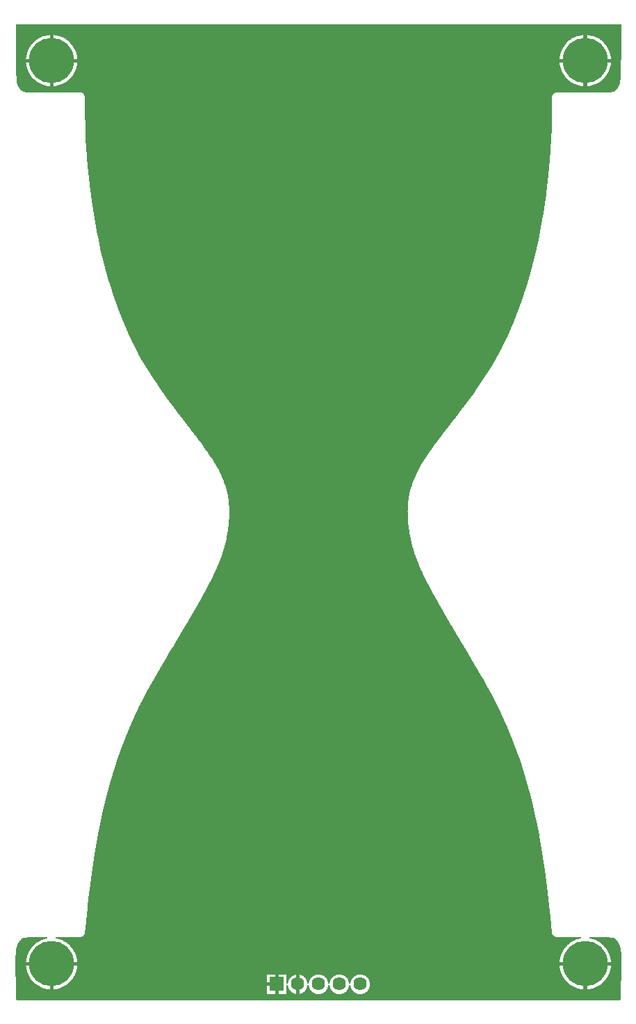
<source format=gbl>
%FSLAX33Y33*%
%MOMM*%
%AMRect-W1620000-H1620000-RO1.500*
21,1,1.62,1.62,0.,0.,90*%
%ADD10C,0.0508*%
%ADD11C,1.0668*%
%ADD12C,1.62*%
%ADD13Rect-W1620000-H1620000-RO1.500*%
%ADD14C,5.5*%
D10*
%LNpour fill*%
G01*
X70555Y8132D02*
X70555Y8132D01*
X70983Y8030*
X70985Y8029*
X71445Y7838*
X71447Y7838*
X71871Y7577*
X71873Y7576*
X72252Y7253*
X72253Y7252*
X72576Y6873*
X72577Y6871*
X72838Y6447*
X72838Y6445*
X73029Y5985*
X73030Y5983*
X73146Y5499*
X73146Y5497*
X73170Y5191*
X73155Y5175*
X66845Y5175*
X66830Y5191*
X66854Y5497*
X66854Y5499*
X66970Y5983*
X66971Y5985*
X67162Y6445*
X67162Y6447*
X67423Y6871*
X67424Y6873*
X67747Y7252*
X67748Y7253*
X68127Y7576*
X68129Y7577*
X68553Y7838*
X68555Y7838*
X69015Y8029*
X69017Y8030*
X69478Y8140*
X69471Y8221*
X66508Y8221*
X66506Y8221*
X66459Y8227*
X66411Y8229*
X66408Y8229*
X66379Y8238*
X66350Y8242*
X66347Y8243*
X66302Y8261*
X66256Y8275*
X66253Y8276*
X66227Y8292*
X66200Y8303*
X66197Y8305*
X66159Y8334*
X66118Y8360*
X66115Y8362*
X66095Y8384*
X66071Y8402*
X66069Y8404*
X66039Y8442*
X66006Y8477*
X66004Y8480*
X65990Y8506*
X65972Y8530*
X65970Y8533*
X65952Y8578*
X65929Y8620*
X65928Y8623*
X65921Y8652*
X65909Y8680*
X65909Y8683*
X65902Y8731*
X65891Y8777*
X65891Y8778*
X65701Y10653*
X65544Y12141*
X65378Y13604*
X65200Y15044*
X65008Y16463*
X64802Y17863*
X64578Y19246*
X64336Y20612*
X64073Y21963*
X63787Y23301*
X63478Y24628*
X63142Y25945*
X62779Y27253*
X62386Y28554*
X61961Y29850*
X61504Y31143*
X61011Y32434*
X60481Y33724*
X59912Y35016*
X59303Y36310*
X58650Y37611*
X58569Y37764*
X58467Y37953*
X58345Y38173*
X58205Y38422*
X58048Y38698*
X57876Y38999*
X57689Y39324*
X57489Y39668*
X57278Y40032*
X57055Y40414*
X56823Y40811*
X56581Y41222*
X56333Y41644*
X56078Y42076*
X55818Y42517*
X55553Y42964*
X55286Y43415*
X55016Y43869*
X54746Y44324*
X54476Y44778*
X54476Y44778*
X54476Y44778*
X54476Y44779*
X54476Y44779*
X53867Y45805*
X53867Y45805*
X53867Y45805*
X53306Y46757*
X53306Y46757*
X53306Y46758*
X52791Y47640*
X52791Y47640*
X52791Y47641*
X52319Y48458*
X52319Y48459*
X52318Y48460*
X51888Y49216*
X51887Y49218*
X51886Y49219*
X51494Y49920*
X51494Y49921*
X51494Y49922*
X51493Y49922*
X51492Y49923*
X51137Y50573*
X51136Y50575*
X51136Y50576*
X51135Y50576*
X51135Y50578*
X50813Y51182*
X50812Y51183*
X50812Y51185*
X50811Y51186*
X50810Y51188*
X50520Y51750*
X50519Y51752*
X50518Y51754*
X50517Y51756*
X50516Y51757*
X50255Y52283*
X50254Y52284*
X50253Y52287*
X50252Y52290*
X50251Y52291*
X50016Y52786*
X50016Y52787*
X50015Y52791*
X50013Y52794*
X50012Y52795*
X49801Y53263*
X49801Y53264*
X49800Y53268*
X49797Y53272*
X49797Y53274*
X49608Y53719*
X49608Y53720*
X49606Y53725*
X49604Y53730*
X49603Y53731*
X49434Y54159*
X49433Y54160*
X49432Y54165*
X49430Y54170*
X49429Y54172*
X49277Y54586*
X49276Y54588*
X49275Y54593*
X49273Y54598*
X49272Y54600*
X49135Y55007*
X49134Y55008*
X49133Y55013*
X49131Y55018*
X49130Y55020*
X49005Y55424*
X49005Y55425*
X49004Y55430*
X49002Y55434*
X49001Y55436*
X48886Y55841*
X48886Y55843*
X48885Y55847*
X48884Y55850*
X48883Y55852*
X48775Y56264*
X48774Y56265*
X48774Y56268*
X48773Y56271*
X48773Y56273*
X48669Y56696*
X48669Y56697*
X48667Y56714*
X48662Y56731*
X48662Y56732*
X48608Y57034*
X48608Y57036*
X48608Y57037*
X48607Y57038*
X48607Y57040*
X48557Y57341*
X48557Y57342*
X48557Y57344*
X48556Y57345*
X48556Y57347*
X48511Y57647*
X48510Y57648*
X48510Y57650*
X48510Y57652*
X48510Y57653*
X48468Y57952*
X48468Y57954*
X48468Y57956*
X48468Y57958*
X48467Y57960*
X48431Y58257*
X48431Y58259*
X48431Y58261*
X48430Y58263*
X48430Y58265*
X48398Y58561*
X48398Y58563*
X48398Y58565*
X48398Y58568*
X48398Y58570*
X48371Y58864*
X48371Y58866*
X48371Y58869*
X48371Y58872*
X48371Y58874*
X48350Y59167*
X48350Y59168*
X48350Y59172*
X48349Y59175*
X48349Y59177*
X48334Y59468*
X48334Y59469*
X48334Y59473*
X48334Y59477*
X48334Y59479*
X48325Y59768*
X48325Y59770*
X48325Y59774*
X48325Y59778*
X48324Y59780*
X48322Y60067*
X48322Y60069*
X48322Y60074*
X48322Y60078*
X48322Y60080*
X48326Y60365*
X48326Y60367*
X48326Y60372*
X48326Y60377*
X48326Y60378*
X48336Y60662*
X48337Y60663*
X48338Y60669*
X48337Y60674*
X48337Y60676*
X48355Y60957*
X48355Y60959*
X48356Y60964*
X48356Y60970*
X48356Y60972*
X48381Y61250*
X48381Y61252*
X48383Y61258*
X48383Y61265*
X48383Y61266*
X48416Y61542*
X48416Y61544*
X48417Y61550*
X48418Y61557*
X48418Y61559*
X48458Y61832*
X48459Y61834*
X48461Y61841*
X48461Y61848*
X48461Y61850*
X48510Y62120*
X48510Y62122*
X48512Y62129*
X48513Y62137*
X48513Y62138*
X48570Y62407*
X48571Y62408*
X48573Y62416*
X48574Y62423*
X48575Y62425*
X48640Y62690*
X48641Y62692*
X48644Y62699*
X48645Y62707*
X48645Y62709*
X48743Y63053*
X48744Y63055*
X48747Y63061*
X48748Y63068*
X48748Y63070*
X48855Y63406*
X48856Y63408*
X48859Y63415*
X48860Y63422*
X48861Y63423*
X48978Y63755*
X48978Y63756*
X48982Y63763*
X48984Y63771*
X48984Y63772*
X49113Y64101*
X49113Y64102*
X49117Y64109*
X49119Y64116*
X49120Y64118*
X49260Y64446*
X49261Y64447*
X49265Y64454*
X49267Y64461*
X49268Y64463*
X49421Y64792*
X49422Y64793*
X49426Y64799*
X49429Y64806*
X49429Y64808*
X49598Y65141*
X49598Y65142*
X49602Y65148*
X49605Y65154*
X49605Y65155*
X49789Y65494*
X49790Y65496*
X49794Y65500*
X49796Y65506*
X49797Y65507*
X49997Y65854*
X49998Y65856*
X50001Y65860*
X50003Y65864*
X50004Y65866*
X50223Y66224*
X50224Y66225*
X50226Y66228*
X50228Y66232*
X50229Y66233*
X50466Y66604*
X50467Y66605*
X50469Y66608*
X50471Y66611*
X50472Y66612*
X50729Y66997*
X50730Y66999*
X50732Y67001*
X50733Y67003*
X50734Y67004*
X51012Y67407*
X51013Y67408*
X51014Y67409*
X51015Y67411*
X51016Y67412*
X51316Y67834*
X51317Y67835*
X51318Y67836*
X51319Y67837*
X51320Y67838*
X51643Y68282*
X51644Y68283*
X51645Y68283*
X51645Y68284*
X51646Y68285*
X51994Y68752*
X51995Y68753*
X51996Y68755*
X52369Y69248*
X52370Y69249*
X52370Y69250*
X52770Y69771*
X52771Y69771*
X52771Y69772*
X53198Y70324*
X53199Y70324*
X53199Y70324*
X53654Y70907*
X54397Y71867*
X55095Y72788*
X55751Y73677*
X56368Y74536*
X56947Y75370*
X57492Y76182*
X58003Y76975*
X58485Y77754*
X58938Y78523*
X59366Y79284*
X59770Y80042*
X60154Y80800*
X60518Y81563*
X60866Y82334*
X61200Y83117*
X61521Y83916*
X61833Y84735*
X62138Y85578*
X62437Y86447*
X62732Y87347*
X63009Y88239*
X63276Y89167*
X63533Y90130*
X63780Y91124*
X64016Y92146*
X64240Y93194*
X64453Y94264*
X64653Y95353*
X64840Y96458*
X65013Y97577*
X65173Y98706*
X65318Y99843*
X65447Y100984*
X65561Y102126*
X65659Y103267*
X65740Y104403*
X65804Y105531*
X65850Y106650*
X65878Y107754*
X65888Y108845*
X65888Y110527*
X65888Y110528*
X65909Y110685*
X65909Y110688*
X65970Y110835*
X65972Y110838*
X66069Y110964*
X66071Y110966*
X66197Y111063*
X66200Y111065*
X66347Y111125*
X66350Y111126*
X66506Y111147*
X66508Y111147*
X70410Y111147*
X70812Y111148*
X71179Y111150*
X71514Y111152*
X71815Y111154*
X72084Y111158*
X72327Y111163*
X72542Y111169*
X72731Y111175*
X72895Y111183*
X73036Y111192*
X73158Y111202*
X73254Y111212*
X73331Y111224*
X73392Y111235*
X73433Y111245*
X73463Y111254*
X73474Y111258*
X73480Y111261*
X73493Y111268*
X73530Y111292*
X73571Y111322*
X73614Y111358*
X73658Y111397*
X73703Y111442*
X73751Y111493*
X73797Y111547*
X73842Y111602*
X73885Y111659*
X73928Y111722*
X73970Y111786*
X74009Y111851*
X74047Y111916*
X74081Y111982*
X74112Y112048*
X74142Y112114*
X74167Y112178*
X74190Y112241*
X74209Y112302*
X74211Y112311*
X74230Y112631*
X74250Y113012*
X74266Y113391*
X74281Y113771*
X74292Y114151*
X74302Y114529*
X74310Y114909*
X74316Y115289*
X74320Y115670*
X74323Y116053*
X74325Y116436*
X74326Y116822*
X74326Y117209*
X74325Y117598*
X74324Y117991*
X74321Y118783*
X74321Y118783*
X74321Y118784*
X74321Y118785*
X74321Y118785*
X74320Y119186*
X74320Y119186*
X74320Y119187*
X74320Y119187*
X74320Y119187*
X74319Y119379*
X0681Y119379*
X0680Y119186*
X0680Y119186*
X0679Y118785*
X0679Y118785*
X0679Y118784*
X0679Y118783*
X0679Y118783*
X0676Y117991*
X0675Y117598*
X0675Y117209*
X0674Y116822*
X0675Y116436*
X0677Y116053*
X0680Y115670*
X0684Y115289*
X0690Y114909*
X0698Y114529*
X0708Y114151*
X0719Y113771*
X0734Y113391*
X0750Y113012*
X0770Y112631*
X0789Y112311*
X0791Y112302*
X0810Y112241*
X0833Y112178*
X0858Y112114*
X0887Y112048*
X0919Y111982*
X0953Y111916*
X0991Y111850*
X1030Y111786*
X1072Y111722*
X1115Y111659*
X1158Y111602*
X1203Y111546*
X1249Y111493*
X1297Y111442*
X1342Y111397*
X1386Y111358*
X1429Y111322*
X1470Y111292*
X1507Y111268*
X1520Y111261*
X1526Y111258*
X1537Y111254*
X1567Y111245*
X1608Y111235*
X1669Y111224*
X1746Y111212*
X1842Y111202*
X1964Y111192*
X2105Y111183*
X2269Y111175*
X2458Y111169*
X2673Y111163*
X2916Y111158*
X3185Y111154*
X3486Y111152*
X3821Y111150*
X4188Y111148*
X4590Y111147*
X8492Y111147*
X8494Y111147*
X8650Y111126*
X8653Y111125*
X8800Y111065*
X8803Y111063*
X8929Y110966*
X8931Y110964*
X9028Y110838*
X9030Y110835*
X9090Y110688*
X9091Y110685*
X9112Y110528*
X9112Y110527*
X9112Y108845*
X9122Y107754*
X9150Y106650*
X9196Y105531*
X9260Y104403*
X9341Y103267*
X9439Y102126*
X9553Y100984*
X9682Y99843*
X9827Y98706*
X9987Y97577*
X10160Y96458*
X10347Y95353*
X10547Y94264*
X10760Y93194*
X10984Y92146*
X11220Y91124*
X11467Y90130*
X11724Y89167*
X11991Y88239*
X12268Y87347*
X12563Y86447*
X12862Y85578*
X13167Y84735*
X13479Y83916*
X13800Y83117*
X14134Y82334*
X14482Y81563*
X14846Y80800*
X15230Y80042*
X15634Y79284*
X16062Y78523*
X16515Y77754*
X16997Y76975*
X17508Y76182*
X18053Y75370*
X18633Y74536*
X19249Y73677*
X19906Y72788*
X20603Y71867*
X21347Y70907*
X21801Y70324*
X21802Y70324*
X21802Y70324*
X22229Y69772*
X22230Y69771*
X22230Y69771*
X22630Y69250*
X22630Y69249*
X22631Y69248*
X23004Y68755*
X23005Y68753*
X23006Y68752*
X23354Y68285*
X23355Y68284*
X23355Y68283*
X23356Y68283*
X23357Y68282*
X23680Y67838*
X23681Y67837*
X23682Y67836*
X23683Y67835*
X23684Y67834*
X23984Y67412*
X23985Y67411*
X23986Y67409*
X23987Y67408*
X23988Y67407*
X24266Y67004*
X24267Y67003*
X24268Y67001*
X24270Y66999*
X24271Y66997*
X24528Y66612*
X24529Y66611*
X24531Y66608*
X24533Y66605*
X24534Y66604*
X24771Y66233*
X24772Y66232*
X24774Y66228*
X24777Y66225*
X24778Y66224*
X24996Y65866*
X24997Y65864*
X24999Y65860*
X25002Y65856*
X25003Y65854*
X25203Y65507*
X25204Y65506*
X25206Y65500*
X25210Y65496*
X25211Y65494*
X25395Y65155*
X25395Y65154*
X25398Y65148*
X25402Y65142*
X25402Y65141*
X25571Y64808*
X25571Y64806*
X25574Y64799*
X25578Y64793*
X25579Y64792*
X25732Y64463*
X25733Y64461*
X25735Y64454*
X25739Y64447*
X25740Y64446*
X25880Y64118*
X25881Y64117*
X25883Y64109*
X25887Y64102*
X25887Y64101*
X26016Y63772*
X26016Y63771*
X26018Y63763*
X26022Y63756*
X26022Y63755*
X26139Y63423*
X26140Y63422*
X26141Y63414*
X26144Y63408*
X26145Y63406*
X26252Y63069*
X26252Y63068*
X26253Y63061*
X26256Y63055*
X26257Y63053*
X26354Y62709*
X26355Y62707*
X26356Y62699*
X26359Y62692*
X26359Y62690*
X26425Y62425*
X26426Y62423*
X26426Y62416*
X26429Y62408*
X26429Y62407*
X26487Y62138*
X26487Y62137*
X26487Y62129*
X26490Y62122*
X26490Y62120*
X26539Y61850*
X26539Y61848*
X26539Y61841*
X26541Y61834*
X26542Y61832*
X26582Y61559*
X26582Y61557*
X26582Y61551*
X26584Y61544*
X26584Y61543*
X26617Y61266*
X26617Y61265*
X26617Y61258*
X26619Y61252*
X26619Y61250*
X26644Y60972*
X26644Y60970*
X26644Y60964*
X26645Y60959*
X26645Y60957*
X26663Y60676*
X26663Y60674*
X26662Y60669*
X26663Y60664*
X26663Y60662*
X26674Y60379*
X26674Y60377*
X26674Y60372*
X26674Y60367*
X26674Y60365*
X26678Y60080*
X26678Y60078*
X26678Y60074*
X26678Y60069*
X26678Y60067*
X26676Y59780*
X26675Y59778*
X26675Y59774*
X26675Y59770*
X26675Y59768*
X26666Y59479*
X26666Y59477*
X26665Y59473*
X26666Y59470*
X26666Y59468*
X26651Y59177*
X26651Y59175*
X26650Y59172*
X26650Y59168*
X26650Y59166*
X26629Y58874*
X26629Y58872*
X26629Y58869*
X26629Y58866*
X26629Y58864*
X26602Y58570*
X26602Y58568*
X26601Y58566*
X26602Y58563*
X26602Y58561*
X26570Y58265*
X26570Y58263*
X26569Y58261*
X26569Y58258*
X26569Y58257*
X26533Y57960*
X26532Y57958*
X26532Y57956*
X26532Y57954*
X26532Y57952*
X26490Y57654*
X26490Y57652*
X26490Y57650*
X26490Y57648*
X26489Y57646*
X26444Y57347*
X26443Y57345*
X26443Y57344*
X26443Y57342*
X26443Y57341*
X26393Y57040*
X26393Y57038*
X26392Y57037*
X26392Y57036*
X26392Y57034*
X26338Y56732*
X26338Y56731*
X26333Y56714*
X26331Y56697*
X26331Y56696*
X26227Y56273*
X26227Y56271*
X26226Y56268*
X26225Y56265*
X26225Y56264*
X26117Y55852*
X26116Y55851*
X26115Y55847*
X26114Y55843*
X26114Y55841*
X25998Y55436*
X25998Y55434*
X25996Y55430*
X25995Y55425*
X25995Y55424*
X25870Y55020*
X25869Y55018*
X25867Y55013*
X25866Y55008*
X25865Y55007*
X25728Y54600*
X25727Y54598*
X25725Y54593*
X25723Y54588*
X25723Y54586*
X25571Y54172*
X25570Y54170*
X25568Y54165*
X25566Y54160*
X25566Y54159*
X25397Y53731*
X25396Y53730*
X25394Y53725*
X25392Y53720*
X25392Y53719*
X25203Y53274*
X25203Y53272*
X25200Y53268*
X25199Y53264*
X25198Y53263*
X24988Y52795*
X24987Y52794*
X24985Y52791*
X24984Y52787*
X24984Y52786*
X24749Y52291*
X24748Y52290*
X24747Y52287*
X24746Y52284*
X24745Y52283*
X24484Y51757*
X24483Y51756*
X24482Y51754*
X24481Y51752*
X24480Y51750*
X24190Y51187*
X24189Y51186*
X24188Y51185*
X24188Y51183*
X24187Y51182*
X23865Y50578*
X23865Y50576*
X23864Y50576*
X23864Y50575*
X23863Y50573*
X23507Y49923*
X23507Y49922*
X23506Y49922*
X23506Y49921*
X23505Y49920*
X23114Y49219*
X23113Y49218*
X23112Y49216*
X22682Y48460*
X22681Y48459*
X22681Y48458*
X22209Y47641*
X22209Y47640*
X22209Y47640*
X21694Y46758*
X21694Y46757*
X21693Y46757*
X21133Y45805*
X21133Y45805*
X21133Y45805*
X20524Y44779*
X20524Y44779*
X20524Y44778*
X20524Y44778*
X20524Y44778*
X20254Y44324*
X19983Y43869*
X19714Y43415*
X19447Y42964*
X19182Y42517*
X18922Y42076*
X18667Y41644*
X18418Y41221*
X18177Y40811*
X17945Y40414*
X17722Y40032*
X17511Y39668*
X17311Y39323*
X17124Y38999*
X16952Y38698*
X16795Y38422*
X16655Y38173*
X16533Y37953*
X16431Y37764*
X16350Y37611*
X15697Y36310*
X15088Y35016*
X14519Y33724*
X13989Y32434*
X13497Y31143*
X13039Y29850*
X12614Y28554*
X12221Y27253*
X11858Y25945*
X11522Y24628*
X11213Y23301*
X10927Y21963*
X10664Y20612*
X10422Y19246*
X10198Y17863*
X9992Y16463*
X9800Y15044*
X9622Y13603*
X9456Y12141*
X9299Y10653*
X9109Y8779*
X9109Y8777*
X9098Y8731*
X9091Y8683*
X9090Y8680*
X9079Y8652*
X9072Y8623*
X9071Y8620*
X9048Y8578*
X9030Y8533*
X9028Y8530*
X9010Y8506*
X8996Y8480*
X8994Y8477*
X8961Y8442*
X8931Y8404*
X8929Y8402*
X8905Y8384*
X8885Y8362*
X8882Y8360*
X8841Y8334*
X8803Y8305*
X8800Y8303*
X8773Y8292*
X8747Y8276*
X8744Y8275*
X8698Y8261*
X8653Y8243*
X8650Y8242*
X8621Y8238*
X8592Y8229*
X8589Y8229*
X8541Y8227*
X8494Y8221*
X8492Y8221*
X5529Y8221*
X5522Y8140*
X5983Y8030*
X5985Y8029*
X6445Y7838*
X6447Y7838*
X6871Y7577*
X6873Y7576*
X7252Y7253*
X7253Y7252*
X7576Y6873*
X7577Y6871*
X7838Y6447*
X7838Y6445*
X8029Y5985*
X8030Y5983*
X8146Y5499*
X8146Y5497*
X8170Y5191*
X8155Y5175*
X1845Y5175*
X1830Y5191*
X1854Y5497*
X1854Y5499*
X1970Y5983*
X1971Y5985*
X2162Y6445*
X2162Y6447*
X2423Y6871*
X2424Y6873*
X2747Y7252*
X2748Y7253*
X3127Y7576*
X3129Y7577*
X3553Y7838*
X3555Y7838*
X4015Y8029*
X4017Y8030*
X4445Y8132*
X4435Y8214*
X4234Y8212*
X3861Y8208*
X3523Y8204*
X3216Y8200*
X2940Y8196*
X2694Y8191*
X2474Y8186*
X2281Y8180*
X2112Y8173*
X1966Y8165*
X1843Y8156*
X1741Y8147*
X1660Y8137*
X1598Y8127*
X1556Y8117*
X1530Y8110*
X1517Y8106*
X1512Y8103*
X1507Y8101*
X1471Y8077*
X1429Y8046*
X1386Y8010*
X1341Y7970*
X1295Y7925*
X1249Y7876*
X1204Y7823*
X1158Y7767*
X1114Y7708*
X1071Y7647*
X1030Y7583*
X0991Y7518*
X0954Y7453*
X0919Y7386*
X0887Y7320*
X0858Y7254*
X0833Y7190*
X0810Y7127*
X0791Y7067*
X0779Y7022*
X0730Y6746*
X0689Y6443*
X0659Y6127*
X0638Y5797*
X0626Y5457*
X0621Y5107*
X0623Y4750*
X0630Y4385*
X0641Y4015*
X0654Y3641*
X0670Y3265*
X0686Y2887*
X0686Y2887*
X0701Y2509*
X0701Y2508*
X0702Y2507*
X0715Y2133*
X0715Y2131*
X0715Y2131*
X0715Y2131*
X0715Y2129*
X0725Y1758*
X0725Y1756*
X0725Y1755*
X0725Y1754*
X0725Y1752*
X0730Y1387*
X0730Y1385*
X0730Y1383*
X0730Y1380*
X0730Y1378*
X0730Y1019*
X0730Y1018*
X0729Y1014*
X0730Y1010*
X0730Y1009*
X0724Y0731*
X0810Y0621*
X74190Y0621*
X74276Y0731*
X74270Y1009*
X74270Y1010*
X74271Y1014*
X74270Y1018*
X74270Y1019*
X74270Y1378*
X74270Y1380*
X74270Y1383*
X74270Y1385*
X74270Y1387*
X74275Y1752*
X74275Y1754*
X74275Y1755*
X74275Y1756*
X74275Y1758*
X74285Y2129*
X74285Y2130*
X74285Y2131*
X74285Y2131*
X74285Y2133*
X74299Y2507*
X74299Y2508*
X74299Y2509*
X74314Y2886*
X74314Y2886*
X74314Y2887*
X74314Y2887*
X74314Y2887*
X74330Y3265*
X74346Y3641*
X74359Y4015*
X74370Y4385*
X74377Y4750*
X74379Y5107*
X74374Y5457*
X74362Y5797*
X74341Y6127*
X74311Y6443*
X74270Y6746*
X74221Y7022*
X74209Y7067*
X74190Y7127*
X74167Y7190*
X74141Y7254*
X74113Y7320*
X74081Y7386*
X74046Y7453*
X74009Y7518*
X73970Y7583*
X73929Y7647*
X73886Y7708*
X73842Y7767*
X73797Y7823*
X73751Y7876*
X73705Y7925*
X73659Y7970*
X73614Y8011*
X73570Y8046*
X73529Y8077*
X73493Y8101*
X73488Y8104*
X73483Y8106*
X73470Y8110*
X73444Y8117*
X73402Y8127*
X73340Y8137*
X73259Y8147*
X73157Y8156*
X73034Y8165*
X72888Y8173*
X72719Y8180*
X72526Y8186*
X72306Y8191*
X72060Y8196*
X71783Y8200*
X71477Y8204*
X71139Y8208*
X70766Y8212*
X70565Y8214*
X70555Y8132*
X73170Y115191D02*
X73170Y115191D01*
X73146Y115497*
X73146Y115499*
X73030Y115983*
X73029Y115985*
X72838Y116445*
X72838Y116447*
X72577Y116871*
X72576Y116873*
X72253Y117252*
X72252Y117253*
X71873Y117576*
X71871Y117577*
X71447Y117838*
X71445Y117838*
X70985Y118029*
X70983Y118030*
X70499Y118146*
X70497Y118146*
X70191Y118170*
X70175Y118155*
X70175Y115189*
X70189Y115175*
X73155Y115175*
X73170Y115191*
X69825Y115189D02*
X69825Y115189D01*
X69825Y118155*
X69809Y118170*
X69503Y118146*
X69501Y118146*
X69017Y118030*
X69015Y118029*
X68555Y117838*
X68553Y117838*
X68129Y117577*
X68127Y117576*
X67748Y117253*
X67747Y117252*
X67424Y116873*
X67423Y116871*
X67162Y116447*
X67162Y116445*
X66971Y115985*
X66970Y115983*
X66854Y115499*
X66854Y115497*
X66830Y115191*
X66845Y115175*
X69811Y115175*
X69825Y115189*
X8170Y115191D02*
X8170Y115191D01*
X8146Y115497*
X8146Y115499*
X8030Y115983*
X8029Y115985*
X7838Y116445*
X7838Y116447*
X7577Y116871*
X7576Y116873*
X7253Y117252*
X7252Y117253*
X6873Y117576*
X6871Y117577*
X6447Y117838*
X6445Y117838*
X5985Y118029*
X5983Y118030*
X5499Y118146*
X5497Y118146*
X5191Y118170*
X5175Y118155*
X5175Y115189*
X5189Y115175*
X8155Y115175*
X8170Y115191*
X4825Y115189D02*
X4825Y115189D01*
X4825Y118155*
X4809Y118170*
X4503Y118146*
X4501Y118146*
X4017Y118030*
X4015Y118029*
X3555Y117838*
X3553Y117838*
X3129Y117577*
X3127Y117576*
X2748Y117253*
X2747Y117252*
X2424Y116873*
X2423Y116871*
X2162Y116447*
X2162Y116445*
X1971Y115985*
X1970Y115983*
X1854Y115499*
X1854Y115497*
X1830Y115191*
X1845Y115175*
X4811Y115175*
X4825Y115189*
X70497Y111854D02*
X70497Y111854D01*
X70499Y111854*
X70983Y111970*
X70985Y111971*
X71445Y112162*
X71447Y112162*
X71871Y112423*
X71873Y112424*
X72252Y112747*
X72253Y112748*
X72576Y113127*
X72577Y113129*
X72838Y113553*
X72838Y113555*
X73029Y114015*
X73030Y114017*
X73146Y114501*
X73146Y114503*
X73170Y114809*
X73155Y114825*
X70189Y114825*
X70175Y114811*
X70175Y111845*
X70191Y111830*
X70497Y111854*
X69825Y111845D02*
X69825Y111845D01*
X69825Y114811*
X69811Y114825*
X66845Y114825*
X66830Y114809*
X66854Y114503*
X66854Y114501*
X66970Y114017*
X66971Y114015*
X67162Y113555*
X67162Y113553*
X67423Y113129*
X67424Y113127*
X67747Y112748*
X67748Y112747*
X68127Y112424*
X68129Y112423*
X68553Y112162*
X68555Y112162*
X69015Y111971*
X69017Y111970*
X69501Y111854*
X69503Y111854*
X69809Y111830*
X69825Y111845*
X5497Y111854D02*
X5497Y111854D01*
X5499Y111854*
X5983Y111970*
X5985Y111971*
X6445Y112162*
X6447Y112162*
X6871Y112423*
X6873Y112424*
X7252Y112747*
X7253Y112748*
X7576Y113127*
X7577Y113129*
X7838Y113553*
X7838Y113555*
X8029Y114015*
X8030Y114017*
X8146Y114501*
X8146Y114503*
X8170Y114809*
X8155Y114825*
X5189Y114825*
X5175Y114811*
X5175Y111845*
X5191Y111830*
X5497Y111854*
X4825Y111845D02*
X4825Y111845D01*
X4825Y114811*
X4811Y114825*
X1845Y114825*
X1830Y114809*
X1854Y114503*
X1854Y114501*
X1970Y114017*
X1971Y114015*
X2162Y113555*
X2162Y113553*
X2423Y113129*
X2424Y113127*
X2747Y112748*
X2748Y112747*
X3127Y112424*
X3129Y112423*
X3553Y112162*
X3555Y112162*
X4015Y111971*
X4017Y111970*
X4501Y111854*
X4503Y111854*
X4809Y111830*
X4825Y111845*
X32245Y2689D02*
X32245Y2689D01*
X32245Y3721*
X32231Y3735*
X31199Y3735*
X31185Y3721*
X31185Y2689*
X31199Y2675*
X32231Y2675*
X32245Y2689*
X37741Y1282D02*
X37741Y1282D01*
X37743Y1283*
X37974Y1353*
X37976Y1354*
X38189Y1467*
X38191Y1469*
X38377Y1621*
X38379Y1623*
X38531Y1809*
X38533Y1811*
X38646Y2024*
X38647Y2026*
X38717Y2257*
X38718Y2259*
X38729Y2376*
X38811Y2376*
X38822Y2259*
X38823Y2257*
X38893Y2026*
X38894Y2024*
X39007Y1811*
X39009Y1809*
X39161Y1623*
X39163Y1621*
X39349Y1469*
X39351Y1467*
X39564Y1354*
X39566Y1353*
X39797Y1283*
X39799Y1282*
X40039Y1259*
X40041Y1259*
X40281Y1282*
X40283Y1283*
X40514Y1353*
X40516Y1354*
X40729Y1467*
X40731Y1469*
X40917Y1621*
X40919Y1623*
X41071Y1809*
X41073Y1811*
X41186Y2024*
X41187Y2026*
X41257Y2257*
X41258Y2259*
X41269Y2376*
X41351Y2376*
X41362Y2259*
X41363Y2257*
X41433Y2026*
X41434Y2024*
X41547Y1811*
X41549Y1809*
X41701Y1623*
X41703Y1621*
X41889Y1469*
X41891Y1467*
X42104Y1354*
X42106Y1353*
X42337Y1283*
X42339Y1282*
X42579Y1259*
X42581Y1259*
X42821Y1282*
X42823Y1283*
X43054Y1353*
X43056Y1354*
X43269Y1467*
X43271Y1469*
X43457Y1621*
X43459Y1623*
X43611Y1809*
X43613Y1811*
X43726Y2024*
X43727Y2026*
X43797Y2257*
X43798Y2259*
X43821Y2499*
X43821Y2501*
X43798Y2741*
X43797Y2743*
X43727Y2974*
X43726Y2976*
X43613Y3189*
X43611Y3191*
X43459Y3377*
X43457Y3379*
X43271Y3531*
X43269Y3533*
X43056Y3646*
X43054Y3647*
X42823Y3717*
X42821Y3718*
X42581Y3741*
X42579Y3741*
X42339Y3718*
X42337Y3717*
X42106Y3647*
X42104Y3646*
X41891Y3533*
X41889Y3531*
X41703Y3379*
X41701Y3377*
X41549Y3191*
X41547Y3189*
X41434Y2976*
X41433Y2974*
X41363Y2743*
X41362Y2741*
X41351Y2624*
X41269Y2624*
X41258Y2741*
X41257Y2743*
X41187Y2974*
X41186Y2976*
X41073Y3189*
X41071Y3191*
X40919Y3377*
X40917Y3379*
X40731Y3531*
X40729Y3533*
X40516Y3646*
X40514Y3647*
X40283Y3717*
X40281Y3718*
X40041Y3741*
X40039Y3741*
X39799Y3718*
X39797Y3717*
X39566Y3647*
X39564Y3646*
X39351Y3533*
X39349Y3531*
X39163Y3379*
X39161Y3377*
X39009Y3191*
X39007Y3189*
X38894Y2976*
X38893Y2974*
X38823Y2743*
X38822Y2741*
X38811Y2624*
X38729Y2624*
X38718Y2741*
X38717Y2743*
X38647Y2974*
X38646Y2976*
X38533Y3189*
X38531Y3191*
X38379Y3377*
X38377Y3379*
X38191Y3531*
X38189Y3533*
X37976Y3646*
X37974Y3647*
X37743Y3717*
X37741Y3718*
X37501Y3741*
X37499Y3741*
X37259Y3718*
X37257Y3717*
X37026Y3647*
X37024Y3646*
X36811Y3533*
X36809Y3531*
X36623Y3379*
X36621Y3377*
X36469Y3191*
X36467Y3189*
X36354Y2976*
X36353Y2974*
X36283Y2743*
X36282Y2741*
X36271Y2624*
X36189Y2624*
X36178Y2741*
X36177Y2743*
X36107Y2974*
X36106Y2976*
X35993Y3189*
X35991Y3191*
X35839Y3377*
X35837Y3379*
X35651Y3531*
X35649Y3533*
X35436Y3646*
X35434Y3647*
X35203Y3717*
X35201Y3718*
X35151Y3723*
X35135Y3707*
X35135Y1293*
X35151Y1277*
X35201Y1282*
X35203Y1283*
X35434Y1353*
X35436Y1354*
X35649Y1467*
X35651Y1469*
X35837Y1621*
X35839Y1623*
X35991Y1809*
X35993Y1811*
X36106Y2024*
X36107Y2026*
X36177Y2257*
X36178Y2259*
X36189Y2376*
X36271Y2376*
X36282Y2259*
X36283Y2257*
X36353Y2026*
X36354Y2024*
X36467Y1811*
X36469Y1809*
X36621Y1623*
X36623Y1621*
X36809Y1469*
X36811Y1467*
X37024Y1354*
X37026Y1353*
X37257Y1283*
X37259Y1282*
X37499Y1259*
X37501Y1259*
X37741Y1282*
X70497Y1854D02*
X70497Y1854D01*
X70499Y1854*
X70983Y1970*
X70985Y1971*
X71445Y2162*
X71447Y2162*
X71871Y2423*
X71873Y2424*
X72252Y2747*
X72253Y2748*
X72576Y3127*
X72577Y3129*
X72838Y3553*
X72838Y3555*
X73029Y4015*
X73030Y4017*
X73146Y4501*
X73146Y4503*
X73170Y4809*
X73155Y4825*
X70189Y4825*
X70175Y4811*
X70175Y1845*
X70191Y1830*
X70497Y1854*
X69825Y1845D02*
X69825Y1845D01*
X69825Y4811*
X69811Y4825*
X66845Y4825*
X66830Y4809*
X66854Y4503*
X66854Y4501*
X66970Y4017*
X66971Y4015*
X67162Y3555*
X67162Y3553*
X67423Y3129*
X67424Y3127*
X67747Y2748*
X67748Y2747*
X68127Y2424*
X68129Y2423*
X68553Y2162*
X68555Y2162*
X69015Y1971*
X69017Y1970*
X69501Y1854*
X69503Y1854*
X69809Y1830*
X69825Y1845*
X5497Y1854D02*
X5497Y1854D01*
X5499Y1854*
X5983Y1970*
X5985Y1971*
X6445Y2162*
X6447Y2162*
X6871Y2423*
X6873Y2424*
X7252Y2747*
X7253Y2748*
X7576Y3127*
X7577Y3129*
X7838Y3553*
X7838Y3555*
X8029Y4015*
X8030Y4017*
X8146Y4501*
X8146Y4503*
X8170Y4809*
X8155Y4825*
X5189Y4825*
X5175Y4811*
X5175Y1845*
X5191Y1830*
X5497Y1854*
X4825Y1845D02*
X4825Y1845D01*
X4825Y4811*
X4811Y4825*
X1845Y4825*
X1830Y4809*
X1854Y4503*
X1854Y4501*
X1970Y4017*
X1971Y4015*
X2162Y3555*
X2162Y3553*
X2423Y3129*
X2424Y3127*
X2747Y2748*
X2748Y2747*
X3127Y2424*
X3129Y2423*
X3553Y2162*
X3555Y2162*
X4015Y1971*
X4017Y1970*
X4501Y1854*
X4503Y1854*
X4809Y1830*
X4825Y1845*
X33655Y1279D02*
X33655Y1279D01*
X33655Y2339*
X33734Y2343*
X33742Y2259*
X33743Y2257*
X33813Y2026*
X33814Y2024*
X33927Y1811*
X33929Y1809*
X34081Y1623*
X34083Y1621*
X34269Y1469*
X34271Y1467*
X34484Y1354*
X34486Y1353*
X34717Y1283*
X34719Y1282*
X34769Y1277*
X34785Y1293*
X34785Y3707*
X34769Y3723*
X34719Y3718*
X34717Y3717*
X34486Y3647*
X34484Y3646*
X34271Y3533*
X34269Y3531*
X34083Y3379*
X34081Y3377*
X33929Y3191*
X33927Y3189*
X33814Y2976*
X33813Y2974*
X33743Y2743*
X33742Y2741*
X33734Y2657*
X33655Y2661*
X33655Y3721*
X33641Y3735*
X32609Y3735*
X32595Y3721*
X32595Y1279*
X32609Y1265*
X33641Y1265*
X33655Y1279*
X32245Y1279D02*
X32245Y1279D01*
X32245Y2311*
X32231Y2325*
X31199Y2325*
X31185Y2311*
X31185Y1279*
X31199Y1265*
X32231Y1265*
X32245Y1279*
X0791Y0645D02*
X74209Y0645D01*
X0752Y0695D02*
X74248Y0695D01*
X0724Y0744D02*
X74276Y0744D01*
X0725Y0794D02*
X74275Y0794D01*
X0726Y0843D02*
X74274Y0843D01*
X0727Y0893D02*
X74273Y0893D01*
X0728Y0942D02*
X74272Y0942D01*
X0729Y0992D02*
X74271Y0992D01*
X0730Y1041D02*
X74270Y1041D01*
X0730Y1091D02*
X74270Y1091D01*
X0730Y1140D02*
X74270Y1140D01*
X0730Y1190D02*
X74270Y1190D01*
X0730Y1240D02*
X74270Y1240D01*
X0730Y1289D02*
X31185Y1289D01*
X32245Y1289D02*
X32595Y1289D01*
X33655Y1289D02*
X34696Y1289D01*
X34782Y1289D02*
X35138Y1289D01*
X35224Y1289D02*
X37236Y1289D01*
X37764Y1289D02*
X39776Y1289D01*
X40304Y1289D02*
X42316Y1289D01*
X42844Y1289D02*
X74270Y1289D01*
X0730Y1339D02*
X31185Y1339D01*
X32245Y1339D02*
X32595Y1339D01*
X33655Y1339D02*
X34533Y1339D01*
X34785Y1339D02*
X35135Y1339D01*
X35387Y1339D02*
X37073Y1339D01*
X37927Y1339D02*
X39613Y1339D01*
X40467Y1339D02*
X42153Y1339D01*
X43007Y1339D02*
X74270Y1339D01*
X0730Y1388D02*
X31185Y1388D01*
X32245Y1388D02*
X32595Y1388D01*
X33655Y1388D02*
X34419Y1388D01*
X34785Y1388D02*
X35135Y1388D01*
X35501Y1388D02*
X36959Y1388D01*
X38041Y1388D02*
X39499Y1388D01*
X40581Y1388D02*
X42039Y1388D01*
X43121Y1388D02*
X74270Y1388D01*
X0730Y1438D02*
X31185Y1438D01*
X32245Y1438D02*
X32595Y1438D01*
X33655Y1438D02*
X34327Y1438D01*
X34785Y1438D02*
X35135Y1438D01*
X35593Y1438D02*
X36867Y1438D01*
X38133Y1438D02*
X39407Y1438D01*
X40673Y1438D02*
X41947Y1438D01*
X43213Y1438D02*
X74271Y1438D01*
X0729Y1487D02*
X31185Y1487D01*
X32245Y1487D02*
X32595Y1487D01*
X33655Y1487D02*
X34247Y1487D01*
X34785Y1487D02*
X35135Y1487D01*
X35673Y1487D02*
X36787Y1487D01*
X38213Y1487D02*
X39327Y1487D01*
X40753Y1487D02*
X41867Y1487D01*
X43293Y1487D02*
X74271Y1487D01*
X0728Y1537D02*
X31185Y1537D01*
X32245Y1537D02*
X32595Y1537D01*
X33655Y1537D02*
X34186Y1537D01*
X34785Y1537D02*
X35135Y1537D01*
X35734Y1537D02*
X36726Y1537D01*
X38274Y1537D02*
X39266Y1537D01*
X40814Y1537D02*
X41806Y1537D01*
X43354Y1537D02*
X74272Y1537D01*
X0727Y1586D02*
X31185Y1586D01*
X32245Y1586D02*
X32595Y1586D01*
X33655Y1586D02*
X34126Y1586D01*
X34785Y1586D02*
X35135Y1586D01*
X35794Y1586D02*
X36666Y1586D01*
X38334Y1586D02*
X39206Y1586D01*
X40874Y1586D02*
X41746Y1586D01*
X43414Y1586D02*
X74273Y1586D01*
X0727Y1636D02*
X31185Y1636D01*
X32245Y1636D02*
X32595Y1636D01*
X33655Y1636D02*
X34071Y1636D01*
X34785Y1636D02*
X35135Y1636D01*
X35849Y1636D02*
X36611Y1636D01*
X38389Y1636D02*
X39151Y1636D01*
X40929Y1636D02*
X41691Y1636D01*
X43469Y1636D02*
X74273Y1636D01*
X0726Y1685D02*
X31185Y1685D01*
X32245Y1685D02*
X32595Y1685D01*
X33655Y1685D02*
X34030Y1685D01*
X34785Y1685D02*
X35135Y1685D01*
X35890Y1685D02*
X36570Y1685D01*
X38430Y1685D02*
X39110Y1685D01*
X40970Y1685D02*
X41650Y1685D01*
X43510Y1685D02*
X74274Y1685D01*
X0725Y1735D02*
X31185Y1735D01*
X32245Y1735D02*
X32595Y1735D01*
X33655Y1735D02*
X33990Y1735D01*
X34785Y1735D02*
X35135Y1735D01*
X35930Y1735D02*
X36530Y1735D01*
X38470Y1735D02*
X39070Y1735D01*
X41010Y1735D02*
X41610Y1735D01*
X43550Y1735D02*
X74275Y1735D01*
X0724Y1784D02*
X31185Y1784D01*
X32245Y1784D02*
X32595Y1784D01*
X33655Y1784D02*
X33949Y1784D01*
X34785Y1784D02*
X35135Y1784D01*
X35971Y1784D02*
X36489Y1784D01*
X38511Y1784D02*
X39029Y1784D01*
X41051Y1784D02*
X41569Y1784D01*
X43591Y1784D02*
X74276Y1784D01*
X0723Y1834D02*
X4757Y1834D01*
X4814Y1834D02*
X5186Y1834D01*
X5243Y1834D02*
X31185Y1834D01*
X32245Y1834D02*
X32595Y1834D01*
X33655Y1834D02*
X33915Y1834D01*
X34785Y1834D02*
X35135Y1834D01*
X36005Y1834D02*
X36455Y1834D01*
X38545Y1834D02*
X38995Y1834D01*
X41085Y1834D02*
X41535Y1834D01*
X43625Y1834D02*
X69757Y1834D01*
X69814Y1834D02*
X70186Y1834D01*
X70243Y1834D02*
X74277Y1834D01*
X0721Y1883D02*
X4379Y1883D01*
X4825Y1883D02*
X5175Y1883D01*
X5621Y1883D02*
X31185Y1883D01*
X32245Y1883D02*
X32595Y1883D01*
X33655Y1883D02*
X33889Y1883D01*
X34785Y1883D02*
X35135Y1883D01*
X36031Y1883D02*
X36429Y1883D01*
X38571Y1883D02*
X38969Y1883D01*
X41111Y1883D02*
X41509Y1883D01*
X43651Y1883D02*
X69379Y1883D01*
X69825Y1883D02*
X70175Y1883D01*
X70621Y1883D02*
X74279Y1883D01*
X0720Y1933D02*
X4173Y1933D01*
X4825Y1933D02*
X5175Y1933D01*
X5827Y1933D02*
X31185Y1933D01*
X32245Y1933D02*
X32595Y1933D01*
X33655Y1933D02*
X33862Y1933D01*
X34785Y1933D02*
X35135Y1933D01*
X36058Y1933D02*
X36402Y1933D01*
X38598Y1933D02*
X38942Y1933D01*
X41138Y1933D02*
X41482Y1933D01*
X43678Y1933D02*
X69173Y1933D01*
X69825Y1933D02*
X70175Y1933D01*
X70827Y1933D02*
X74280Y1933D01*
X0719Y1982D02*
X3987Y1982D01*
X4825Y1982D02*
X5175Y1982D01*
X6013Y1982D02*
X31185Y1982D01*
X32245Y1982D02*
X32595Y1982D01*
X33655Y1982D02*
X33836Y1982D01*
X34785Y1982D02*
X35135Y1982D01*
X36084Y1982D02*
X36376Y1982D01*
X38624Y1982D02*
X38916Y1982D01*
X41164Y1982D02*
X41456Y1982D01*
X43704Y1982D02*
X68987Y1982D01*
X69825Y1982D02*
X70175Y1982D01*
X71013Y1982D02*
X74281Y1982D01*
X0718Y2032D02*
X3868Y2032D01*
X4825Y2032D02*
X5175Y2032D01*
X6132Y2032D02*
X31185Y2032D01*
X32245Y2032D02*
X32595Y2032D01*
X33655Y2032D02*
X33811Y2032D01*
X34785Y2032D02*
X35135Y2032D01*
X36109Y2032D02*
X36351Y2032D01*
X38649Y2032D02*
X38891Y2032D01*
X41189Y2032D02*
X41431Y2032D01*
X43729Y2032D02*
X68868Y2032D01*
X69825Y2032D02*
X70175Y2032D01*
X71132Y2032D02*
X74283Y2032D01*
X0716Y2082D02*
X3748Y2082D01*
X4825Y2082D02*
X5175Y2082D01*
X6252Y2082D02*
X31185Y2082D01*
X32245Y2082D02*
X32595Y2082D01*
X33655Y2082D02*
X33796Y2082D01*
X34785Y2082D02*
X35135Y2082D01*
X36124Y2082D02*
X36336Y2082D01*
X38664Y2082D02*
X38876Y2082D01*
X41204Y2082D02*
X41416Y2082D01*
X43744Y2082D02*
X68748Y2082D01*
X69825Y2082D02*
X70175Y2082D01*
X71252Y2082D02*
X74284Y2082D01*
X0715Y2131D02*
X3628Y2131D01*
X4825Y2131D02*
X5175Y2131D01*
X6372Y2131D02*
X31185Y2131D01*
X32245Y2131D02*
X32595Y2131D01*
X33655Y2131D02*
X33781Y2131D01*
X34785Y2131D02*
X35135Y2131D01*
X36139Y2131D02*
X36321Y2131D01*
X38679Y2131D02*
X38861Y2131D01*
X41219Y2131D02*
X41401Y2131D01*
X43759Y2131D02*
X68628Y2131D01*
X69825Y2131D02*
X70175Y2131D01*
X71372Y2131D02*
X74285Y2131D01*
X0713Y2181D02*
X3523Y2181D01*
X4825Y2181D02*
X5175Y2181D01*
X6477Y2181D02*
X31185Y2181D01*
X32245Y2181D02*
X32595Y2181D01*
X33655Y2181D02*
X33766Y2181D01*
X34785Y2181D02*
X35135Y2181D01*
X36154Y2181D02*
X36306Y2181D01*
X38694Y2181D02*
X38846Y2181D01*
X41234Y2181D02*
X41386Y2181D01*
X43774Y2181D02*
X68523Y2181D01*
X69825Y2181D02*
X70175Y2181D01*
X71477Y2181D02*
X74287Y2181D01*
X0711Y2230D02*
X3443Y2230D01*
X4825Y2230D02*
X5175Y2230D01*
X6557Y2230D02*
X31185Y2230D01*
X32245Y2230D02*
X32595Y2230D01*
X33655Y2230D02*
X33751Y2230D01*
X34785Y2230D02*
X35135Y2230D01*
X36169Y2230D02*
X36291Y2230D01*
X38709Y2230D02*
X38831Y2230D01*
X41249Y2230D02*
X41371Y2230D01*
X43789Y2230D02*
X68443Y2230D01*
X69825Y2230D02*
X70175Y2230D01*
X71557Y2230D02*
X74289Y2230D01*
X0710Y2280D02*
X3362Y2280D01*
X4825Y2280D02*
X5175Y2280D01*
X6638Y2280D02*
X31185Y2280D01*
X32245Y2280D02*
X32595Y2280D01*
X33655Y2280D02*
X33740Y2280D01*
X34785Y2280D02*
X35135Y2280D01*
X36180Y2280D02*
X36280Y2280D01*
X38720Y2280D02*
X38820Y2280D01*
X41260Y2280D02*
X41360Y2280D01*
X43800Y2280D02*
X68362Y2280D01*
X69825Y2280D02*
X70175Y2280D01*
X71638Y2280D02*
X74290Y2280D01*
X0708Y2329D02*
X3281Y2329D01*
X4825Y2329D02*
X5175Y2329D01*
X6719Y2329D02*
X32595Y2329D01*
X33655Y2329D02*
X33735Y2329D01*
X34785Y2329D02*
X35135Y2329D01*
X36185Y2329D02*
X36275Y2329D01*
X38725Y2329D02*
X38815Y2329D01*
X41265Y2329D02*
X41355Y2329D01*
X43805Y2329D02*
X68281Y2329D01*
X69825Y2329D02*
X70175Y2329D01*
X71719Y2329D02*
X74292Y2329D01*
X0706Y2379D02*
X3200Y2379D01*
X4825Y2379D02*
X5175Y2379D01*
X6800Y2379D02*
X32595Y2379D01*
X34785Y2379D02*
X35135Y2379D01*
X43809Y2379D02*
X68200Y2379D01*
X69825Y2379D02*
X70175Y2379D01*
X71800Y2379D02*
X74294Y2379D01*
X0704Y2428D02*
X3122Y2428D01*
X4825Y2428D02*
X5175Y2428D01*
X6878Y2428D02*
X32595Y2428D01*
X34785Y2428D02*
X35135Y2428D01*
X43814Y2428D02*
X68122Y2428D01*
X69825Y2428D02*
X70175Y2428D01*
X71878Y2428D02*
X74296Y2428D01*
X0703Y2478D02*
X3064Y2478D01*
X4825Y2478D02*
X5175Y2478D01*
X6936Y2478D02*
X32595Y2478D01*
X34785Y2478D02*
X35135Y2478D01*
X43819Y2478D02*
X68064Y2478D01*
X69825Y2478D02*
X70175Y2478D01*
X71936Y2478D02*
X74297Y2478D01*
X0701Y2527D02*
X3006Y2527D01*
X4825Y2527D02*
X5175Y2527D01*
X6994Y2527D02*
X32595Y2527D01*
X34785Y2527D02*
X35135Y2527D01*
X43819Y2527D02*
X68006Y2527D01*
X69825Y2527D02*
X70175Y2527D01*
X71994Y2527D02*
X74299Y2527D01*
X0699Y2577D02*
X2948Y2577D01*
X4825Y2577D02*
X5175Y2577D01*
X7052Y2577D02*
X32595Y2577D01*
X34785Y2577D02*
X35135Y2577D01*
X43814Y2577D02*
X67948Y2577D01*
X69825Y2577D02*
X70175Y2577D01*
X72052Y2577D02*
X74301Y2577D01*
X0697Y2626D02*
X2890Y2626D01*
X4825Y2626D02*
X5175Y2626D01*
X7110Y2626D02*
X32595Y2626D01*
X34785Y2626D02*
X35135Y2626D01*
X36189Y2626D02*
X36271Y2626D01*
X38729Y2626D02*
X38811Y2626D01*
X41269Y2626D02*
X41351Y2626D01*
X43809Y2626D02*
X67890Y2626D01*
X69825Y2626D02*
X70175Y2626D01*
X72110Y2626D02*
X74303Y2626D01*
X0695Y2676D02*
X2832Y2676D01*
X4825Y2676D02*
X5175Y2676D01*
X7168Y2676D02*
X31198Y2676D01*
X32232Y2676D02*
X32595Y2676D01*
X33655Y2676D02*
X33736Y2676D01*
X34785Y2676D02*
X35135Y2676D01*
X36184Y2676D02*
X36276Y2676D01*
X38724Y2676D02*
X38816Y2676D01*
X41264Y2676D02*
X41356Y2676D01*
X43804Y2676D02*
X67832Y2676D01*
X69825Y2676D02*
X70175Y2676D01*
X72168Y2676D02*
X74305Y2676D01*
X0693Y2725D02*
X2774Y2725D01*
X4825Y2725D02*
X5175Y2725D01*
X7226Y2725D02*
X31185Y2725D01*
X32245Y2725D02*
X32595Y2725D01*
X33655Y2725D02*
X33741Y2725D01*
X34785Y2725D02*
X35135Y2725D01*
X36179Y2725D02*
X36281Y2725D01*
X38719Y2725D02*
X38821Y2725D01*
X41259Y2725D02*
X41361Y2725D01*
X43799Y2725D02*
X67774Y2725D01*
X69825Y2725D02*
X70175Y2725D01*
X72226Y2725D02*
X74307Y2725D01*
X0691Y2775D02*
X2724Y2775D01*
X4825Y2775D02*
X5175Y2775D01*
X7276Y2775D02*
X31185Y2775D01*
X32245Y2775D02*
X32595Y2775D01*
X33655Y2775D02*
X33752Y2775D01*
X34785Y2775D02*
X35135Y2775D01*
X36168Y2775D02*
X36292Y2775D01*
X38708Y2775D02*
X38832Y2775D01*
X41248Y2775D02*
X41372Y2775D01*
X43788Y2775D02*
X67724Y2775D01*
X69825Y2775D02*
X70175Y2775D01*
X72276Y2775D02*
X74309Y2775D01*
X0689Y2825D02*
X2682Y2825D01*
X4825Y2825D02*
X5175Y2825D01*
X7318Y2825D02*
X31185Y2825D01*
X32245Y2825D02*
X32595Y2825D01*
X33655Y2825D02*
X33767Y2825D01*
X34785Y2825D02*
X35135Y2825D01*
X36153Y2825D02*
X36307Y2825D01*
X38693Y2825D02*
X38847Y2825D01*
X41233Y2825D02*
X41387Y2825D01*
X43773Y2825D02*
X67682Y2825D01*
X69825Y2825D02*
X70175Y2825D01*
X72318Y2825D02*
X74311Y2825D01*
X0687Y2874D02*
X2640Y2874D01*
X4825Y2874D02*
X5175Y2874D01*
X7360Y2874D02*
X31185Y2874D01*
X32245Y2874D02*
X32595Y2874D01*
X33655Y2874D02*
X33782Y2874D01*
X34785Y2874D02*
X35135Y2874D01*
X36138Y2874D02*
X36322Y2874D01*
X38678Y2874D02*
X38862Y2874D01*
X41218Y2874D02*
X41402Y2874D01*
X43758Y2874D02*
X67640Y2874D01*
X69825Y2874D02*
X70175Y2874D01*
X72360Y2874D02*
X74313Y2874D01*
X0685Y2924D02*
X2598Y2924D01*
X4825Y2924D02*
X5175Y2924D01*
X7402Y2924D02*
X31185Y2924D01*
X32245Y2924D02*
X32595Y2924D01*
X33655Y2924D02*
X33797Y2924D01*
X34785Y2924D02*
X35135Y2924D01*
X36123Y2924D02*
X36337Y2924D01*
X38663Y2924D02*
X38877Y2924D01*
X41203Y2924D02*
X41417Y2924D01*
X43743Y2924D02*
X67598Y2924D01*
X69825Y2924D02*
X70175Y2924D01*
X72402Y2924D02*
X74316Y2924D01*
X0682Y2973D02*
X2555Y2973D01*
X4825Y2973D02*
X5175Y2973D01*
X7445Y2973D02*
X31185Y2973D01*
X32245Y2973D02*
X32595Y2973D01*
X33655Y2973D02*
X33813Y2973D01*
X34785Y2973D02*
X35135Y2973D01*
X36107Y2973D02*
X36353Y2973D01*
X38647Y2973D02*
X38893Y2973D01*
X41187Y2973D02*
X41433Y2973D01*
X43727Y2973D02*
X67555Y2973D01*
X69825Y2973D02*
X70175Y2973D01*
X72445Y2973D02*
X74318Y2973D01*
X0680Y3023D02*
X2513Y3023D01*
X4825Y3023D02*
X5175Y3023D01*
X7487Y3023D02*
X31185Y3023D01*
X32245Y3023D02*
X32595Y3023D01*
X33655Y3023D02*
X33839Y3023D01*
X34785Y3023D02*
X35135Y3023D01*
X36081Y3023D02*
X36379Y3023D01*
X38621Y3023D02*
X38919Y3023D01*
X41161Y3023D02*
X41459Y3023D01*
X43701Y3023D02*
X67513Y3023D01*
X69825Y3023D02*
X70175Y3023D01*
X72487Y3023D02*
X74320Y3023D01*
X0678Y3072D02*
X2471Y3072D01*
X4825Y3072D02*
X5175Y3072D01*
X7529Y3072D02*
X31185Y3072D01*
X32245Y3072D02*
X32595Y3072D01*
X33655Y3072D02*
X33865Y3072D01*
X34785Y3072D02*
X35135Y3072D01*
X36055Y3072D02*
X36405Y3072D01*
X38595Y3072D02*
X38945Y3072D01*
X41135Y3072D02*
X41485Y3072D01*
X43675Y3072D02*
X67471Y3072D01*
X69825Y3072D02*
X70175Y3072D01*
X72529Y3072D02*
X74322Y3072D01*
X0676Y3122D02*
X2428Y3122D01*
X4825Y3122D02*
X5175Y3122D01*
X7572Y3122D02*
X31185Y3122D01*
X32245Y3122D02*
X32595Y3122D01*
X33655Y3122D02*
X33891Y3122D01*
X34785Y3122D02*
X35135Y3122D01*
X36029Y3122D02*
X36431Y3122D01*
X38569Y3122D02*
X38971Y3122D01*
X41109Y3122D02*
X41511Y3122D01*
X43649Y3122D02*
X67428Y3122D01*
X69825Y3122D02*
X70175Y3122D01*
X72572Y3122D02*
X74324Y3122D01*
X0674Y3171D02*
X2396Y3171D01*
X4825Y3171D02*
X5175Y3171D01*
X7604Y3171D02*
X31185Y3171D01*
X32245Y3171D02*
X32595Y3171D01*
X33655Y3171D02*
X33918Y3171D01*
X34785Y3171D02*
X35135Y3171D01*
X36002Y3171D02*
X36458Y3171D01*
X38542Y3171D02*
X38998Y3171D01*
X41082Y3171D02*
X41538Y3171D01*
X43622Y3171D02*
X67396Y3171D01*
X69825Y3171D02*
X70175Y3171D01*
X72604Y3171D02*
X74326Y3171D01*
X0672Y3221D02*
X2366Y3221D01*
X4825Y3221D02*
X5175Y3221D01*
X7634Y3221D02*
X31185Y3221D01*
X32245Y3221D02*
X32595Y3221D01*
X33655Y3221D02*
X33953Y3221D01*
X34785Y3221D02*
X35135Y3221D01*
X35967Y3221D02*
X36493Y3221D01*
X38507Y3221D02*
X39033Y3221D01*
X41047Y3221D02*
X41573Y3221D01*
X43587Y3221D02*
X67366Y3221D01*
X69825Y3221D02*
X70175Y3221D01*
X72634Y3221D02*
X74328Y3221D01*
X0670Y3270D02*
X2336Y3270D01*
X4825Y3270D02*
X5175Y3270D01*
X7664Y3270D02*
X31185Y3270D01*
X32245Y3270D02*
X32595Y3270D01*
X33655Y3270D02*
X33994Y3270D01*
X34785Y3270D02*
X35135Y3270D01*
X35926Y3270D02*
X36534Y3270D01*
X38466Y3270D02*
X39074Y3270D01*
X41006Y3270D02*
X41614Y3270D01*
X43546Y3270D02*
X67336Y3270D01*
X69825Y3270D02*
X70175Y3270D01*
X72664Y3270D02*
X74330Y3270D01*
X0668Y3320D02*
X2305Y3320D01*
X4825Y3320D02*
X5175Y3320D01*
X7695Y3320D02*
X31185Y3320D01*
X32245Y3320D02*
X32595Y3320D01*
X33655Y3320D02*
X34035Y3320D01*
X34785Y3320D02*
X35135Y3320D01*
X35885Y3320D02*
X36575Y3320D01*
X38425Y3320D02*
X39115Y3320D01*
X40965Y3320D02*
X41655Y3320D01*
X43505Y3320D02*
X67305Y3320D01*
X69825Y3320D02*
X70175Y3320D01*
X72695Y3320D02*
X74332Y3320D01*
X0666Y3369D02*
X2275Y3369D01*
X4825Y3369D02*
X5175Y3369D01*
X7725Y3369D02*
X31185Y3369D01*
X32245Y3369D02*
X32595Y3369D01*
X33655Y3369D02*
X34075Y3369D01*
X34785Y3369D02*
X35135Y3369D01*
X35845Y3369D02*
X36615Y3369D01*
X38385Y3369D02*
X39155Y3369D01*
X40925Y3369D02*
X41695Y3369D01*
X43465Y3369D02*
X67275Y3369D01*
X69825Y3369D02*
X70175Y3369D01*
X72725Y3369D02*
X74334Y3369D01*
X0664Y3419D02*
X2245Y3419D01*
X4825Y3419D02*
X5175Y3419D01*
X7755Y3419D02*
X31185Y3419D01*
X32245Y3419D02*
X32595Y3419D01*
X33655Y3419D02*
X34132Y3419D01*
X34785Y3419D02*
X35135Y3419D01*
X35788Y3419D02*
X36672Y3419D01*
X38328Y3419D02*
X39212Y3419D01*
X40868Y3419D02*
X41752Y3419D01*
X43408Y3419D02*
X67245Y3419D01*
X69825Y3419D02*
X70175Y3419D01*
X72755Y3419D02*
X74336Y3419D01*
X0662Y3468D02*
X2214Y3468D01*
X4825Y3468D02*
X5175Y3468D01*
X7786Y3468D02*
X31185Y3468D01*
X32245Y3468D02*
X32595Y3468D01*
X33655Y3468D02*
X34193Y3468D01*
X34785Y3468D02*
X35135Y3468D01*
X35727Y3468D02*
X36733Y3468D01*
X38267Y3468D02*
X39273Y3468D01*
X40807Y3468D02*
X41813Y3468D01*
X43347Y3468D02*
X67214Y3468D01*
X69825Y3468D02*
X70175Y3468D01*
X72786Y3468D02*
X74338Y3468D01*
X0660Y3518D02*
X2184Y3518D01*
X4825Y3518D02*
X5175Y3518D01*
X7816Y3518D02*
X31185Y3518D01*
X32245Y3518D02*
X32595Y3518D01*
X33655Y3518D02*
X34253Y3518D01*
X34785Y3518D02*
X35135Y3518D01*
X35667Y3518D02*
X36793Y3518D01*
X38207Y3518D02*
X39333Y3518D01*
X40747Y3518D02*
X41873Y3518D01*
X43287Y3518D02*
X67184Y3518D01*
X69825Y3518D02*
X70175Y3518D01*
X72816Y3518D02*
X74340Y3518D01*
X0658Y3567D02*
X2156Y3567D01*
X4825Y3567D02*
X5175Y3567D01*
X7844Y3567D02*
X31185Y3567D01*
X32245Y3567D02*
X32595Y3567D01*
X33655Y3567D02*
X34336Y3567D01*
X34785Y3567D02*
X35135Y3567D01*
X35584Y3567D02*
X36876Y3567D01*
X38124Y3567D02*
X39416Y3567D01*
X40664Y3567D02*
X41956Y3567D01*
X43204Y3567D02*
X67156Y3567D01*
X69825Y3567D02*
X70175Y3567D01*
X72844Y3567D02*
X74343Y3567D01*
X0655Y3617D02*
X2136Y3617D01*
X4825Y3617D02*
X5175Y3617D01*
X7864Y3617D02*
X31185Y3617D01*
X32245Y3617D02*
X32595Y3617D01*
X33655Y3617D02*
X34429Y3617D01*
X34785Y3617D02*
X35135Y3617D01*
X35491Y3617D02*
X36969Y3617D01*
X38031Y3617D02*
X39509Y3617D01*
X40571Y3617D02*
X42049Y3617D01*
X43111Y3617D02*
X67136Y3617D01*
X69825Y3617D02*
X70175Y3617D01*
X72864Y3617D02*
X74345Y3617D01*
X0654Y3667D02*
X2115Y3667D01*
X4825Y3667D02*
X5175Y3667D01*
X7885Y3667D02*
X31185Y3667D01*
X32245Y3667D02*
X32595Y3667D01*
X33655Y3667D02*
X34550Y3667D01*
X34785Y3667D02*
X35135Y3667D01*
X35370Y3667D02*
X37090Y3667D01*
X37910Y3667D02*
X39630Y3667D01*
X40450Y3667D02*
X42170Y3667D01*
X42990Y3667D02*
X67115Y3667D01*
X69825Y3667D02*
X70175Y3667D01*
X72885Y3667D02*
X74347Y3667D01*
X0652Y3716D02*
X2095Y3716D01*
X4825Y3716D02*
X5175Y3716D01*
X7905Y3716D02*
X31185Y3716D01*
X32245Y3716D02*
X32595Y3716D01*
X33655Y3716D02*
X34713Y3716D01*
X34776Y3716D02*
X35144Y3716D01*
X35207Y3716D02*
X37253Y3716D01*
X37747Y3716D02*
X39793Y3716D01*
X40287Y3716D02*
X42333Y3716D01*
X42827Y3716D02*
X67095Y3716D01*
X69825Y3716D02*
X70175Y3716D01*
X72905Y3716D02*
X74348Y3716D01*
X0650Y3766D02*
X2074Y3766D01*
X4825Y3766D02*
X5175Y3766D01*
X7926Y3766D02*
X67074Y3766D01*
X69825Y3766D02*
X70175Y3766D01*
X72926Y3766D02*
X74350Y3766D01*
X0648Y3815D02*
X2054Y3815D01*
X4825Y3815D02*
X5175Y3815D01*
X7946Y3815D02*
X67054Y3815D01*
X69825Y3815D02*
X70175Y3815D01*
X72946Y3815D02*
X74352Y3815D01*
X0646Y3865D02*
X2033Y3865D01*
X4825Y3865D02*
X5175Y3865D01*
X7967Y3865D02*
X67033Y3865D01*
X69825Y3865D02*
X70175Y3865D01*
X72967Y3865D02*
X74354Y3865D01*
X0644Y3914D02*
X2013Y3914D01*
X4825Y3914D02*
X5175Y3914D01*
X7987Y3914D02*
X67013Y3914D01*
X69825Y3914D02*
X70175Y3914D01*
X72987Y3914D02*
X74356Y3914D01*
X0642Y3964D02*
X1992Y3964D01*
X4825Y3964D02*
X5175Y3964D01*
X8008Y3964D02*
X66992Y3964D01*
X69825Y3964D02*
X70175Y3964D01*
X73008Y3964D02*
X74358Y3964D01*
X0641Y4013D02*
X1972Y4013D01*
X4825Y4013D02*
X5175Y4013D01*
X8028Y4013D02*
X66972Y4013D01*
X69825Y4013D02*
X70175Y4013D01*
X73028Y4013D02*
X74359Y4013D01*
X0639Y4063D02*
X1959Y4063D01*
X4825Y4063D02*
X5175Y4063D01*
X8041Y4063D02*
X66959Y4063D01*
X69825Y4063D02*
X70175Y4063D01*
X73041Y4063D02*
X74361Y4063D01*
X0638Y4112D02*
X1947Y4112D01*
X4825Y4112D02*
X5175Y4112D01*
X8053Y4112D02*
X66947Y4112D01*
X69825Y4112D02*
X70175Y4112D01*
X73053Y4112D02*
X74362Y4112D01*
X0636Y4162D02*
X1936Y4162D01*
X4825Y4162D02*
X5175Y4162D01*
X8064Y4162D02*
X66936Y4162D01*
X69825Y4162D02*
X70175Y4162D01*
X73064Y4162D02*
X74364Y4162D01*
X0635Y4211D02*
X1924Y4211D01*
X4825Y4211D02*
X5175Y4211D01*
X8076Y4211D02*
X66924Y4211D01*
X69825Y4211D02*
X70175Y4211D01*
X73076Y4211D02*
X74365Y4211D01*
X0633Y4261D02*
X1912Y4261D01*
X4825Y4261D02*
X5175Y4261D01*
X8088Y4261D02*
X66912Y4261D01*
X69825Y4261D02*
X70175Y4261D01*
X73088Y4261D02*
X74367Y4261D01*
X0632Y4310D02*
X1900Y4310D01*
X4825Y4310D02*
X5175Y4310D01*
X8100Y4310D02*
X66900Y4310D01*
X69825Y4310D02*
X70175Y4310D01*
X73100Y4310D02*
X74368Y4310D01*
X0630Y4360D02*
X1888Y4360D01*
X4825Y4360D02*
X5175Y4360D01*
X8112Y4360D02*
X66888Y4360D01*
X69825Y4360D02*
X70175Y4360D01*
X73112Y4360D02*
X74370Y4360D01*
X0629Y4409D02*
X1876Y4409D01*
X4825Y4409D02*
X5175Y4409D01*
X8124Y4409D02*
X66876Y4409D01*
X69825Y4409D02*
X70175Y4409D01*
X73124Y4409D02*
X74371Y4409D01*
X0628Y4459D02*
X1864Y4459D01*
X4825Y4459D02*
X5175Y4459D01*
X8136Y4459D02*
X66864Y4459D01*
X69825Y4459D02*
X70175Y4459D01*
X73136Y4459D02*
X74372Y4459D01*
X0627Y4509D02*
X1853Y4509D01*
X4825Y4509D02*
X5175Y4509D01*
X8147Y4509D02*
X66853Y4509D01*
X69825Y4509D02*
X70175Y4509D01*
X73147Y4509D02*
X74373Y4509D01*
X0626Y4558D02*
X1850Y4558D01*
X4825Y4558D02*
X5175Y4558D01*
X8150Y4558D02*
X66850Y4558D01*
X69825Y4558D02*
X70175Y4558D01*
X73150Y4558D02*
X74374Y4558D01*
X0625Y4608D02*
X1846Y4608D01*
X4825Y4608D02*
X5175Y4608D01*
X8154Y4608D02*
X66846Y4608D01*
X69825Y4608D02*
X70175Y4608D01*
X73154Y4608D02*
X74375Y4608D01*
X0624Y4657D02*
X1842Y4657D01*
X4825Y4657D02*
X5175Y4657D01*
X8158Y4657D02*
X66842Y4657D01*
X69825Y4657D02*
X70175Y4657D01*
X73158Y4657D02*
X74375Y4657D01*
X0624Y4707D02*
X1838Y4707D01*
X4825Y4707D02*
X5175Y4707D01*
X8162Y4707D02*
X66838Y4707D01*
X69825Y4707D02*
X70175Y4707D01*
X73162Y4707D02*
X74376Y4707D01*
X0623Y4756D02*
X1834Y4756D01*
X4825Y4756D02*
X5175Y4756D01*
X8166Y4756D02*
X66834Y4756D01*
X69825Y4756D02*
X70175Y4756D01*
X73166Y4756D02*
X74377Y4756D01*
X0623Y4806D02*
X1830Y4806D01*
X4825Y4806D02*
X5175Y4806D01*
X8170Y4806D02*
X66830Y4806D01*
X69825Y4806D02*
X70175Y4806D01*
X73170Y4806D02*
X74377Y4806D01*
X0622Y4855D02*
X74378Y4855D01*
X0622Y4905D02*
X74378Y4905D01*
X0622Y4954D02*
X74378Y4954D01*
X0622Y5004D02*
X74378Y5004D01*
X0621Y5053D02*
X74379Y5053D01*
X0621Y5103D02*
X74379Y5103D01*
X0622Y5152D02*
X74378Y5152D01*
X0622Y5202D02*
X1831Y5202D01*
X8169Y5202D02*
X66831Y5202D01*
X73169Y5202D02*
X74377Y5202D01*
X0623Y5251D02*
X1835Y5251D01*
X8165Y5251D02*
X66835Y5251D01*
X73165Y5251D02*
X74377Y5251D01*
X0624Y5301D02*
X1838Y5301D01*
X8162Y5301D02*
X66838Y5301D01*
X73162Y5301D02*
X74376Y5301D01*
X0625Y5351D02*
X1842Y5351D01*
X8158Y5351D02*
X66842Y5351D01*
X73158Y5351D02*
X74375Y5351D01*
X0625Y5400D02*
X1846Y5400D01*
X8154Y5400D02*
X66846Y5400D01*
X73154Y5400D02*
X74375Y5400D01*
X0626Y5450D02*
X1850Y5450D01*
X8150Y5450D02*
X66850Y5450D01*
X73150Y5450D02*
X74374Y5450D01*
X0628Y5499D02*
X1854Y5499D01*
X8146Y5499D02*
X66854Y5499D01*
X73146Y5499D02*
X74372Y5499D01*
X0629Y5549D02*
X1866Y5549D01*
X8134Y5549D02*
X66866Y5549D01*
X73134Y5549D02*
X74371Y5549D01*
X0631Y5598D02*
X1878Y5598D01*
X8122Y5598D02*
X66878Y5598D01*
X73122Y5598D02*
X74369Y5598D01*
X0633Y5648D02*
X1890Y5648D01*
X8110Y5648D02*
X66890Y5648D01*
X73110Y5648D02*
X74367Y5648D01*
X0635Y5697D02*
X1902Y5697D01*
X8098Y5697D02*
X66902Y5697D01*
X73098Y5697D02*
X74365Y5697D01*
X0636Y5747D02*
X1914Y5747D01*
X8086Y5747D02*
X66914Y5747D01*
X73086Y5747D02*
X74364Y5747D01*
X0638Y5796D02*
X1926Y5796D01*
X8074Y5796D02*
X66926Y5796D01*
X73074Y5796D02*
X74362Y5796D01*
X0641Y5846D02*
X1937Y5846D01*
X8063Y5846D02*
X66937Y5846D01*
X73063Y5846D02*
X74359Y5846D01*
X0644Y5895D02*
X1949Y5895D01*
X8051Y5895D02*
X66949Y5895D01*
X73051Y5895D02*
X74356Y5895D01*
X0648Y5945D02*
X1961Y5945D01*
X8039Y5945D02*
X66961Y5945D01*
X73039Y5945D02*
X74352Y5945D01*
X0651Y5994D02*
X1975Y5994D01*
X8025Y5994D02*
X66975Y5994D01*
X73025Y5994D02*
X74349Y5994D01*
X0654Y6044D02*
X1995Y6044D01*
X8005Y6044D02*
X66995Y6044D01*
X73005Y6044D02*
X74346Y6044D01*
X0657Y6093D02*
X2016Y6093D01*
X7984Y6093D02*
X67016Y6093D01*
X72984Y6093D02*
X74343Y6093D01*
X0661Y6143D02*
X2036Y6143D01*
X7964Y6143D02*
X67036Y6143D01*
X72964Y6143D02*
X74339Y6143D01*
X0665Y6193D02*
X2057Y6193D01*
X7943Y6193D02*
X67057Y6193D01*
X72943Y6193D02*
X74335Y6193D01*
X0670Y6242D02*
X2077Y6242D01*
X7923Y6242D02*
X67077Y6242D01*
X72923Y6242D02*
X74330Y6242D01*
X0675Y6292D02*
X2098Y6292D01*
X7902Y6292D02*
X67098Y6292D01*
X72902Y6292D02*
X74325Y6292D01*
X0680Y6341D02*
X2118Y6341D01*
X7882Y6341D02*
X67118Y6341D01*
X72882Y6341D02*
X74320Y6341D01*
X0684Y6391D02*
X2139Y6391D01*
X7861Y6391D02*
X67139Y6391D01*
X72861Y6391D02*
X74316Y6391D01*
X0689Y6440D02*
X2160Y6440D01*
X7840Y6440D02*
X67160Y6440D01*
X72840Y6440D02*
X74311Y6440D01*
X0695Y6490D02*
X2189Y6490D01*
X7811Y6490D02*
X67189Y6490D01*
X72811Y6490D02*
X74304Y6490D01*
X0702Y6539D02*
X2219Y6539D01*
X7781Y6539D02*
X67219Y6539D01*
X72781Y6539D02*
X74298Y6539D01*
X0709Y6589D02*
X2249Y6589D01*
X7751Y6589D02*
X67249Y6589D01*
X72751Y6589D02*
X74291Y6589D01*
X0715Y6638D02*
X2280Y6638D01*
X7720Y6638D02*
X67280Y6638D01*
X72720Y6638D02*
X74285Y6638D01*
X0722Y6688D02*
X2310Y6688D01*
X7690Y6688D02*
X67310Y6688D01*
X72690Y6688D02*
X74278Y6688D01*
X0729Y6737D02*
X2340Y6737D01*
X7660Y6737D02*
X67340Y6737D01*
X72660Y6737D02*
X74271Y6737D01*
X0737Y6787D02*
X2371Y6787D01*
X7629Y6787D02*
X67371Y6787D01*
X72629Y6787D02*
X74263Y6787D01*
X0746Y6836D02*
X2401Y6836D01*
X7599Y6836D02*
X67401Y6836D01*
X72599Y6836D02*
X74254Y6836D01*
X0755Y6886D02*
X2435Y6886D01*
X7565Y6886D02*
X67435Y6886D01*
X72565Y6886D02*
X74245Y6886D01*
X0764Y6935D02*
X2477Y6935D01*
X7523Y6935D02*
X67477Y6935D01*
X72523Y6935D02*
X74236Y6935D01*
X0773Y6985D02*
X2519Y6985D01*
X7481Y6985D02*
X67519Y6985D01*
X72481Y6985D02*
X74227Y6985D01*
X0783Y7035D02*
X2562Y7035D01*
X7438Y7035D02*
X67562Y7035D01*
X72438Y7035D02*
X74217Y7035D01*
X0797Y7084D02*
X2604Y7084D01*
X7396Y7084D02*
X67604Y7084D01*
X72396Y7084D02*
X74203Y7084D01*
X0813Y7134D02*
X2646Y7134D01*
X7354Y7134D02*
X67646Y7134D01*
X72354Y7134D02*
X74187Y7134D01*
X0830Y7183D02*
X2689Y7183D01*
X7311Y7183D02*
X67689Y7183D01*
X72311Y7183D02*
X74170Y7183D01*
X0850Y7233D02*
X2731Y7233D01*
X7269Y7233D02*
X67731Y7233D01*
X72269Y7233D02*
X74150Y7233D01*
X0871Y7282D02*
X2783Y7282D01*
X7217Y7282D02*
X67783Y7282D01*
X72217Y7282D02*
X74129Y7282D01*
X0893Y7332D02*
X2841Y7332D01*
X7159Y7332D02*
X67841Y7332D01*
X72159Y7332D02*
X74107Y7332D01*
X0917Y7381D02*
X2899Y7381D01*
X7101Y7381D02*
X67899Y7381D01*
X72101Y7381D02*
X74083Y7381D01*
X0942Y7431D02*
X2957Y7431D01*
X7043Y7431D02*
X67957Y7431D01*
X72043Y7431D02*
X74058Y7431D01*
X0969Y7480D02*
X3015Y7480D01*
X6985Y7480D02*
X68015Y7480D01*
X71985Y7480D02*
X74031Y7480D01*
X0998Y7530D02*
X3073Y7530D01*
X6927Y7530D02*
X68073Y7530D01*
X71927Y7530D02*
X74002Y7530D01*
X1028Y7579D02*
X3132Y7579D01*
X6868Y7579D02*
X68132Y7579D01*
X71868Y7579D02*
X73972Y7579D01*
X1060Y7629D02*
X3213Y7629D01*
X6787Y7629D02*
X68213Y7629D01*
X71787Y7629D02*
X73940Y7629D01*
X1093Y7678D02*
X3293Y7678D01*
X6707Y7678D02*
X68293Y7678D01*
X71707Y7678D02*
X73906Y7678D01*
X1129Y7728D02*
X3374Y7728D01*
X6626Y7728D02*
X68374Y7728D01*
X71626Y7728D02*
X73871Y7728D01*
X1167Y7778D02*
X3455Y7778D01*
X6545Y7778D02*
X68455Y7778D01*
X71545Y7778D02*
X73833Y7778D01*
X1207Y7827D02*
X3536Y7827D01*
X6464Y7827D02*
X68536Y7827D01*
X71464Y7827D02*
X73793Y7827D01*
X1250Y7877D02*
X3647Y7877D01*
X6353Y7877D02*
X68647Y7877D01*
X71353Y7877D02*
X73750Y7877D01*
X1296Y7926D02*
X3766Y7926D01*
X6234Y7926D02*
X68766Y7926D01*
X71234Y7926D02*
X73703Y7926D01*
X1347Y7976D02*
X3886Y7976D01*
X6114Y7976D02*
X68886Y7976D01*
X71114Y7976D02*
X73653Y7976D01*
X1404Y8025D02*
X4006Y8025D01*
X5994Y8025D02*
X69006Y8025D01*
X70994Y8025D02*
X73596Y8025D01*
X1468Y8075D02*
X4205Y8075D01*
X5795Y8075D02*
X69205Y8075D01*
X70795Y8075D02*
X73532Y8075D01*
X1587Y8124D02*
X4411Y8124D01*
X5589Y8124D02*
X69411Y8124D01*
X70589Y8124D02*
X73413Y8124D01*
X2137Y8174D02*
X4440Y8174D01*
X5525Y8174D02*
X69475Y8174D01*
X70560Y8174D02*
X72862Y8174D01*
X8510Y8223D02*
X66490Y8223D01*
X8737Y8273D02*
X66263Y8273D01*
X8825Y8322D02*
X66174Y8322D01*
X8894Y8372D02*
X66106Y8372D01*
X8945Y8421D02*
X66055Y8421D01*
X8988Y8471D02*
X66012Y8471D01*
X9021Y8520D02*
X65979Y8520D01*
X9045Y8570D02*
X65955Y8570D01*
X9071Y8620D02*
X65929Y8620D01*
X9086Y8669D02*
X65914Y8669D01*
X9096Y8719D02*
X65904Y8719D01*
X9106Y8768D02*
X65894Y8768D01*
X9113Y8818D02*
X65887Y8818D01*
X9118Y8867D02*
X65882Y8867D01*
X9123Y8917D02*
X65877Y8917D01*
X9128Y8966D02*
X65872Y8966D01*
X9133Y9016D02*
X65867Y9016D01*
X9138Y9065D02*
X65862Y9065D01*
X9143Y9115D02*
X65857Y9115D01*
X9148Y9164D02*
X65852Y9164D01*
X9153Y9214D02*
X65847Y9214D01*
X9158Y9263D02*
X65842Y9263D01*
X9163Y9313D02*
X65837Y9313D01*
X9168Y9362D02*
X65832Y9362D01*
X9173Y9412D02*
X65827Y9412D01*
X9178Y9462D02*
X65822Y9462D01*
X9183Y9511D02*
X65817Y9511D01*
X9188Y9561D02*
X65812Y9561D01*
X9193Y9610D02*
X65807Y9610D01*
X9198Y9660D02*
X65802Y9660D01*
X9203Y9709D02*
X65797Y9709D01*
X9208Y9759D02*
X65792Y9759D01*
X9213Y9808D02*
X65787Y9808D01*
X9218Y9858D02*
X65782Y9858D01*
X9223Y9907D02*
X65777Y9907D01*
X9228Y9957D02*
X65772Y9957D01*
X9233Y10006D02*
X65766Y10006D01*
X9239Y10056D02*
X65761Y10056D01*
X9244Y10105D02*
X65756Y10105D01*
X9249Y10155D02*
X65751Y10155D01*
X9254Y10204D02*
X65746Y10204D01*
X9259Y10254D02*
X65741Y10254D01*
X9264Y10304D02*
X65736Y10304D01*
X9269Y10353D02*
X65731Y10353D01*
X9274Y10403D02*
X65726Y10403D01*
X9279Y10452D02*
X65721Y10452D01*
X9284Y10502D02*
X65716Y10502D01*
X9289Y10551D02*
X65711Y10551D01*
X9294Y10601D02*
X65706Y10601D01*
X9299Y10650D02*
X65701Y10650D01*
X9304Y10700D02*
X65696Y10700D01*
X9309Y10749D02*
X65691Y10749D01*
X9314Y10799D02*
X65685Y10799D01*
X9320Y10848D02*
X65680Y10848D01*
X9325Y10898D02*
X65675Y10898D01*
X9330Y10947D02*
X65670Y10947D01*
X9335Y10997D02*
X65665Y10997D01*
X9341Y11046D02*
X65659Y11046D01*
X9346Y11096D02*
X65654Y11096D01*
X9351Y11146D02*
X65649Y11146D01*
X9356Y11195D02*
X65644Y11195D01*
X9361Y11245D02*
X65638Y11245D01*
X9367Y11294D02*
X65633Y11294D01*
X9372Y11344D02*
X65628Y11344D01*
X9377Y11393D02*
X65623Y11393D01*
X9382Y11443D02*
X65618Y11443D01*
X9388Y11492D02*
X65612Y11492D01*
X9393Y11542D02*
X65607Y11542D01*
X9398Y11591D02*
X65602Y11591D01*
X9403Y11641D02*
X65597Y11641D01*
X9408Y11690D02*
X65592Y11690D01*
X9414Y11740D02*
X65586Y11740D01*
X9419Y11789D02*
X65581Y11789D01*
X9424Y11839D02*
X65576Y11839D01*
X9429Y11888D02*
X65571Y11888D01*
X9434Y11938D02*
X65565Y11938D01*
X9440Y11988D02*
X65560Y11988D01*
X9445Y12037D02*
X65555Y12037D01*
X9450Y12087D02*
X65550Y12087D01*
X9455Y12136D02*
X65545Y12136D01*
X9461Y12186D02*
X65539Y12186D01*
X9467Y12235D02*
X65533Y12235D01*
X9472Y12285D02*
X65528Y12285D01*
X9478Y12334D02*
X65522Y12334D01*
X9483Y12384D02*
X65516Y12384D01*
X9489Y12433D02*
X65511Y12433D01*
X9495Y12483D02*
X65505Y12483D01*
X9500Y12532D02*
X65500Y12532D01*
X9506Y12582D02*
X65494Y12582D01*
X9512Y12631D02*
X65488Y12631D01*
X9517Y12681D02*
X65483Y12681D01*
X9523Y12731D02*
X65477Y12731D01*
X9529Y12780D02*
X65471Y12780D01*
X9534Y12830D02*
X65466Y12830D01*
X9540Y12879D02*
X65460Y12879D01*
X9545Y12929D02*
X65454Y12929D01*
X9551Y12978D02*
X65449Y12978D01*
X9557Y13028D02*
X65443Y13028D01*
X9562Y13077D02*
X65438Y13077D01*
X9568Y13127D02*
X65432Y13127D01*
X9574Y13176D02*
X65426Y13176D01*
X9579Y13226D02*
X65421Y13226D01*
X9585Y13275D02*
X65415Y13275D01*
X9591Y13325D02*
X65409Y13325D01*
X9596Y13374D02*
X65404Y13374D01*
X9602Y13424D02*
X65398Y13424D01*
X9607Y13473D02*
X65393Y13473D01*
X9613Y13523D02*
X65387Y13523D01*
X9619Y13573D02*
X65381Y13573D01*
X9624Y13622D02*
X65375Y13622D01*
X9631Y13672D02*
X65369Y13672D01*
X9637Y13721D02*
X65363Y13721D01*
X9643Y13771D02*
X65357Y13771D01*
X9649Y13820D02*
X65351Y13820D01*
X9655Y13870D02*
X65345Y13870D01*
X9661Y13919D02*
X65339Y13919D01*
X9667Y13969D02*
X65333Y13969D01*
X9673Y14018D02*
X65326Y14018D01*
X9680Y14068D02*
X65320Y14068D01*
X9686Y14117D02*
X65314Y14117D01*
X9692Y14167D02*
X65308Y14167D01*
X9698Y14216D02*
X65302Y14216D01*
X9704Y14266D02*
X65296Y14266D01*
X9710Y14315D02*
X65290Y14315D01*
X9716Y14365D02*
X65284Y14365D01*
X9722Y14415D02*
X65278Y14415D01*
X9729Y14464D02*
X65271Y14464D01*
X9735Y14514D02*
X65265Y14514D01*
X9741Y14563D02*
X65259Y14563D01*
X9747Y14613D02*
X65253Y14613D01*
X9753Y14662D02*
X65247Y14662D01*
X9759Y14712D02*
X65241Y14712D01*
X9765Y14761D02*
X65235Y14761D01*
X9771Y14811D02*
X65229Y14811D01*
X9778Y14860D02*
X65222Y14860D01*
X9784Y14910D02*
X65216Y14910D01*
X9790Y14959D02*
X65210Y14959D01*
X9796Y15009D02*
X65204Y15009D01*
X9802Y15058D02*
X65198Y15058D01*
X9809Y15108D02*
X65191Y15108D01*
X9816Y15157D02*
X65184Y15157D01*
X9822Y15207D02*
X65178Y15207D01*
X9829Y15257D02*
X65171Y15257D01*
X9836Y15306D02*
X65164Y15306D01*
X9842Y15356D02*
X65158Y15356D01*
X9849Y15405D02*
X65151Y15405D01*
X9856Y15455D02*
X65144Y15455D01*
X9862Y15504D02*
X65138Y15504D01*
X9869Y15554D02*
X65131Y15554D01*
X9876Y15603D02*
X65124Y15603D01*
X9882Y15653D02*
X65118Y15653D01*
X9889Y15702D02*
X65111Y15702D01*
X9896Y15752D02*
X65104Y15752D01*
X9902Y15801D02*
X65098Y15801D01*
X9909Y15851D02*
X65091Y15851D01*
X9916Y15900D02*
X65084Y15900D01*
X9922Y15950D02*
X65078Y15950D01*
X9929Y15999D02*
X65071Y15999D01*
X9936Y16049D02*
X65064Y16049D01*
X9942Y16099D02*
X65058Y16099D01*
X9949Y16148D02*
X65051Y16148D01*
X9956Y16198D02*
X65044Y16198D01*
X9962Y16247D02*
X65038Y16247D01*
X9969Y16297D02*
X65031Y16297D01*
X9976Y16346D02*
X65024Y16346D01*
X9982Y16396D02*
X65018Y16396D01*
X9989Y16445D02*
X65011Y16445D01*
X9996Y16495D02*
X65004Y16495D01*
X10004Y16544D02*
X64996Y16544D01*
X10011Y16594D02*
X64989Y16594D01*
X10018Y16643D02*
X64982Y16643D01*
X10025Y16693D02*
X64975Y16693D01*
X10033Y16742D02*
X64967Y16742D01*
X10040Y16792D02*
X64960Y16792D01*
X10047Y16841D02*
X64953Y16841D01*
X10055Y16891D02*
X64945Y16891D01*
X10062Y16941D02*
X64938Y16941D01*
X10069Y16990D02*
X64931Y16990D01*
X10077Y17040D02*
X64923Y17040D01*
X10084Y17089D02*
X64916Y17089D01*
X10091Y17139D02*
X64909Y17139D01*
X10099Y17188D02*
X64901Y17188D01*
X10106Y17238D02*
X64894Y17238D01*
X10113Y17287D02*
X64887Y17287D01*
X10120Y17337D02*
X64880Y17337D01*
X10128Y17386D02*
X64872Y17386D01*
X10135Y17436D02*
X64865Y17436D01*
X10142Y17485D02*
X64858Y17485D01*
X10150Y17535D02*
X64850Y17535D01*
X10157Y17584D02*
X64843Y17584D01*
X10164Y17634D02*
X64836Y17634D01*
X10172Y17684D02*
X64828Y17684D01*
X10179Y17733D02*
X64821Y17733D01*
X10186Y17783D02*
X64814Y17783D01*
X10194Y17832D02*
X64806Y17832D01*
X10201Y17882D02*
X64799Y17882D01*
X10209Y17931D02*
X64791Y17931D01*
X10217Y17981D02*
X64783Y17981D01*
X10225Y18030D02*
X64775Y18030D01*
X10233Y18080D02*
X64767Y18080D01*
X10241Y18129D02*
X64759Y18129D01*
X10249Y18179D02*
X64751Y18179D01*
X10257Y18228D02*
X64743Y18228D01*
X10265Y18278D02*
X64735Y18278D01*
X10273Y18327D02*
X64727Y18327D01*
X10281Y18377D02*
X64719Y18377D01*
X10289Y18426D02*
X64711Y18426D01*
X10297Y18476D02*
X64703Y18476D01*
X10305Y18526D02*
X64695Y18526D01*
X10313Y18575D02*
X64687Y18575D01*
X10321Y18625D02*
X64679Y18625D01*
X10329Y18674D02*
X64671Y18674D01*
X10337Y18724D02*
X64663Y18724D01*
X10345Y18773D02*
X64655Y18773D01*
X10353Y18823D02*
X64647Y18823D01*
X10361Y18872D02*
X64639Y18872D01*
X10369Y18922D02*
X64631Y18922D01*
X10377Y18971D02*
X64623Y18971D01*
X10385Y19021D02*
X64615Y19021D01*
X10393Y19070D02*
X64607Y19070D01*
X10401Y19120D02*
X64599Y19120D01*
X10409Y19169D02*
X64591Y19169D01*
X10417Y19219D02*
X64583Y19219D01*
X10426Y19268D02*
X64574Y19268D01*
X10435Y19318D02*
X64565Y19318D01*
X10443Y19368D02*
X64557Y19368D01*
X10452Y19417D02*
X64548Y19417D01*
X10461Y19467D02*
X64539Y19467D01*
X10470Y19516D02*
X64530Y19516D01*
X10479Y19566D02*
X64521Y19566D01*
X10487Y19615D02*
X64513Y19615D01*
X10496Y19665D02*
X64504Y19665D01*
X10505Y19714D02*
X64495Y19714D01*
X10514Y19764D02*
X64486Y19764D01*
X10522Y19813D02*
X64478Y19813D01*
X10531Y19863D02*
X64469Y19863D01*
X10540Y19912D02*
X64460Y19912D01*
X10549Y19962D02*
X64451Y19962D01*
X10558Y20011D02*
X64442Y20011D01*
X10566Y20061D02*
X64434Y20061D01*
X10575Y20110D02*
X64425Y20110D01*
X10584Y20160D02*
X64416Y20160D01*
X10593Y20210D02*
X64407Y20210D01*
X10602Y20259D02*
X64398Y20259D01*
X10610Y20309D02*
X64390Y20309D01*
X10619Y20358D02*
X64381Y20358D01*
X10628Y20408D02*
X64372Y20408D01*
X10637Y20457D02*
X64363Y20457D01*
X10645Y20507D02*
X64355Y20507D01*
X10654Y20556D02*
X64346Y20556D01*
X10663Y20606D02*
X64337Y20606D01*
X10673Y20655D02*
X64327Y20655D01*
X10682Y20705D02*
X64318Y20705D01*
X10692Y20754D02*
X64308Y20754D01*
X10702Y20804D02*
X64298Y20804D01*
X10711Y20853D02*
X64289Y20853D01*
X10721Y20903D02*
X64279Y20903D01*
X10730Y20952D02*
X64270Y20952D01*
X10740Y21002D02*
X64260Y21002D01*
X10750Y21052D02*
X64250Y21052D01*
X10759Y21101D02*
X64241Y21101D01*
X10769Y21151D02*
X64231Y21151D01*
X10779Y21200D02*
X64221Y21200D01*
X10788Y21250D02*
X64212Y21250D01*
X10798Y21299D02*
X64202Y21299D01*
X10808Y21349D02*
X64192Y21349D01*
X10817Y21398D02*
X64183Y21398D01*
X10827Y21448D02*
X64173Y21448D01*
X10837Y21497D02*
X64163Y21497D01*
X10846Y21547D02*
X64154Y21547D01*
X10856Y21596D02*
X64144Y21596D01*
X10865Y21646D02*
X64135Y21646D01*
X10875Y21695D02*
X64125Y21695D01*
X10885Y21745D02*
X64115Y21745D01*
X10894Y21794D02*
X64106Y21794D01*
X10904Y21844D02*
X64096Y21844D01*
X10914Y21894D02*
X64086Y21894D01*
X10923Y21943D02*
X64077Y21943D01*
X10933Y21993D02*
X64067Y21993D01*
X10944Y22042D02*
X64056Y22042D01*
X10955Y22092D02*
X64045Y22092D01*
X10965Y22141D02*
X64035Y22141D01*
X10976Y22191D02*
X64024Y22191D01*
X10986Y22240D02*
X64014Y22240D01*
X10997Y22290D02*
X64003Y22290D01*
X11007Y22339D02*
X63993Y22339D01*
X11018Y22389D02*
X63982Y22389D01*
X11029Y22438D02*
X63971Y22438D01*
X11039Y22488D02*
X63961Y22488D01*
X11050Y22537D02*
X63950Y22537D01*
X11060Y22587D02*
X63940Y22587D01*
X11071Y22637D02*
X63929Y22637D01*
X11081Y22686D02*
X63919Y22686D01*
X11092Y22736D02*
X63908Y22736D01*
X11102Y22785D02*
X63898Y22785D01*
X11113Y22835D02*
X63887Y22835D01*
X11124Y22884D02*
X63876Y22884D01*
X11134Y22934D02*
X63866Y22934D01*
X11145Y22983D02*
X63855Y22983D01*
X11155Y23033D02*
X63845Y23033D01*
X11166Y23082D02*
X63834Y23082D01*
X11176Y23132D02*
X63824Y23132D01*
X11187Y23181D02*
X63813Y23181D01*
X11198Y23231D02*
X63802Y23231D01*
X11208Y23280D02*
X63792Y23280D01*
X11219Y23330D02*
X63781Y23330D01*
X11231Y23379D02*
X63769Y23379D01*
X11242Y23429D02*
X63758Y23429D01*
X11254Y23479D02*
X63746Y23479D01*
X11265Y23528D02*
X63734Y23528D01*
X11277Y23578D02*
X63723Y23578D01*
X11289Y23627D02*
X63711Y23627D01*
X11300Y23677D02*
X63700Y23677D01*
X11312Y23726D02*
X63688Y23726D01*
X11323Y23776D02*
X63677Y23776D01*
X11335Y23825D02*
X63665Y23825D01*
X11346Y23875D02*
X63654Y23875D01*
X11358Y23924D02*
X63642Y23924D01*
X11370Y23974D02*
X63630Y23974D01*
X11381Y24023D02*
X63619Y24023D01*
X11393Y24073D02*
X63607Y24073D01*
X11404Y24122D02*
X63596Y24122D01*
X11416Y24172D02*
X63584Y24172D01*
X11427Y24221D02*
X63573Y24221D01*
X11439Y24271D02*
X63561Y24271D01*
X11450Y24321D02*
X63550Y24321D01*
X11462Y24370D02*
X63538Y24370D01*
X11474Y24420D02*
X63526Y24420D01*
X11485Y24469D02*
X63515Y24469D01*
X11497Y24519D02*
X63503Y24519D01*
X11508Y24568D02*
X63492Y24568D01*
X11520Y24618D02*
X63480Y24618D01*
X11532Y24667D02*
X63468Y24667D01*
X11545Y24717D02*
X63455Y24717D01*
X11557Y24766D02*
X63443Y24766D01*
X11570Y24816D02*
X63430Y24816D01*
X11583Y24865D02*
X63417Y24865D01*
X11595Y24915D02*
X63405Y24915D01*
X11608Y24964D02*
X63392Y24964D01*
X11621Y25014D02*
X63379Y25014D01*
X11633Y25063D02*
X63367Y25063D01*
X11646Y25113D02*
X63354Y25113D01*
X11658Y25163D02*
X63342Y25163D01*
X11671Y25212D02*
X63329Y25212D01*
X11684Y25262D02*
X63316Y25262D01*
X11696Y25311D02*
X63304Y25311D01*
X11709Y25361D02*
X63291Y25361D01*
X11722Y25410D02*
X63278Y25410D01*
X11734Y25460D02*
X63266Y25460D01*
X11747Y25509D02*
X63253Y25509D01*
X11759Y25559D02*
X63241Y25559D01*
X11772Y25608D02*
X63228Y25608D01*
X11785Y25658D02*
X63215Y25658D01*
X11797Y25707D02*
X63203Y25707D01*
X11810Y25757D02*
X63190Y25757D01*
X11823Y25806D02*
X63177Y25806D01*
X11835Y25856D02*
X63165Y25856D01*
X11848Y25905D02*
X63152Y25905D01*
X11861Y25955D02*
X63139Y25955D01*
X11874Y26005D02*
X63126Y26005D01*
X11888Y26054D02*
X63112Y26054D01*
X11902Y26104D02*
X63098Y26104D01*
X11916Y26153D02*
X63084Y26153D01*
X11930Y26203D02*
X63071Y26203D01*
X11943Y26252D02*
X63057Y26252D01*
X11957Y26302D02*
X63043Y26302D01*
X11971Y26351D02*
X63029Y26351D01*
X11985Y26401D02*
X63015Y26401D01*
X11998Y26450D02*
X63002Y26450D01*
X12012Y26500D02*
X62988Y26500D01*
X12026Y26549D02*
X62974Y26549D01*
X12040Y26599D02*
X62960Y26599D01*
X12053Y26648D02*
X62947Y26648D01*
X12067Y26698D02*
X62933Y26698D01*
X12081Y26747D02*
X62919Y26747D01*
X12095Y26797D02*
X62905Y26797D01*
X12108Y26847D02*
X62892Y26847D01*
X12122Y26896D02*
X62878Y26896D01*
X12136Y26946D02*
X62864Y26946D01*
X12150Y26995D02*
X62850Y26995D01*
X12163Y27045D02*
X62837Y27045D01*
X12177Y27094D02*
X62823Y27094D01*
X12191Y27144D02*
X62809Y27144D01*
X12205Y27193D02*
X62795Y27193D01*
X12218Y27243D02*
X62782Y27243D01*
X12233Y27292D02*
X62767Y27292D01*
X12248Y27342D02*
X62752Y27342D01*
X12263Y27391D02*
X62737Y27391D01*
X12278Y27441D02*
X62722Y27441D01*
X12293Y27490D02*
X62707Y27490D01*
X12308Y27540D02*
X62692Y27540D01*
X12323Y27590D02*
X62677Y27590D01*
X12338Y27639D02*
X62662Y27639D01*
X12353Y27689D02*
X62647Y27689D01*
X12368Y27738D02*
X62632Y27738D01*
X12383Y27788D02*
X62617Y27788D01*
X12398Y27837D02*
X62602Y27837D01*
X12413Y27887D02*
X62587Y27887D01*
X12428Y27936D02*
X62572Y27936D01*
X12443Y27986D02*
X62557Y27986D01*
X12458Y28035D02*
X62543Y28035D01*
X12473Y28085D02*
X62528Y28085D01*
X12488Y28134D02*
X62513Y28134D01*
X12502Y28184D02*
X62498Y28184D01*
X12517Y28233D02*
X62483Y28233D01*
X12532Y28283D02*
X62468Y28283D01*
X12547Y28332D02*
X62453Y28332D01*
X12562Y28382D02*
X62438Y28382D01*
X12577Y28432D02*
X62423Y28432D01*
X12592Y28481D02*
X62408Y28481D01*
X12607Y28531D02*
X62393Y28531D01*
X12623Y28580D02*
X62377Y28580D01*
X12639Y28630D02*
X62361Y28630D01*
X12655Y28679D02*
X62345Y28679D01*
X12671Y28729D02*
X62329Y28729D01*
X12688Y28778D02*
X62312Y28778D01*
X12704Y28828D02*
X62296Y28828D01*
X12720Y28877D02*
X62280Y28877D01*
X12736Y28927D02*
X62264Y28927D01*
X12753Y28976D02*
X62248Y28976D01*
X12769Y29026D02*
X62231Y29026D01*
X12785Y29075D02*
X62215Y29075D01*
X12801Y29125D02*
X62199Y29125D01*
X12817Y29174D02*
X62183Y29174D01*
X12834Y29224D02*
X62166Y29224D01*
X12850Y29274D02*
X62150Y29274D01*
X12866Y29323D02*
X62134Y29323D01*
X12882Y29373D02*
X62118Y29373D01*
X12899Y29422D02*
X62102Y29422D01*
X12915Y29472D02*
X62085Y29472D01*
X12931Y29521D02*
X62069Y29521D01*
X12947Y29571D02*
X62053Y29571D01*
X12963Y29620D02*
X62037Y29620D01*
X12980Y29670D02*
X62020Y29670D01*
X12996Y29719D02*
X62004Y29719D01*
X13012Y29769D02*
X61988Y29769D01*
X13028Y29818D02*
X61972Y29818D01*
X13045Y29868D02*
X61955Y29868D01*
X13062Y29917D02*
X61938Y29917D01*
X13080Y29967D02*
X61920Y29967D01*
X13098Y30016D02*
X61903Y30016D01*
X13115Y30066D02*
X61885Y30066D01*
X13133Y30116D02*
X61867Y30116D01*
X13150Y30165D02*
X61850Y30165D01*
X13168Y30215D02*
X61832Y30215D01*
X13185Y30264D02*
X61815Y30264D01*
X13203Y30314D02*
X61797Y30314D01*
X13220Y30363D02*
X61780Y30363D01*
X13238Y30413D02*
X61762Y30413D01*
X13255Y30462D02*
X61745Y30462D01*
X13273Y30512D02*
X61727Y30512D01*
X13291Y30561D02*
X61710Y30561D01*
X13308Y30611D02*
X61692Y30611D01*
X13326Y30660D02*
X61675Y30660D01*
X13343Y30710D02*
X61657Y30710D01*
X13361Y30759D02*
X61639Y30759D01*
X13378Y30809D02*
X61622Y30809D01*
X13396Y30858D02*
X61604Y30858D01*
X13413Y30908D02*
X61587Y30908D01*
X13431Y30958D02*
X61569Y30958D01*
X13448Y31007D02*
X61552Y31007D01*
X13466Y31057D02*
X61534Y31057D01*
X13483Y31106D02*
X61517Y31106D01*
X13501Y31156D02*
X61499Y31156D01*
X13520Y31205D02*
X61480Y31205D01*
X13539Y31255D02*
X61461Y31255D01*
X13558Y31304D02*
X61442Y31304D01*
X13577Y31354D02*
X61423Y31354D01*
X13596Y31403D02*
X61404Y31403D01*
X13615Y31453D02*
X61385Y31453D01*
X13634Y31502D02*
X61366Y31502D01*
X13653Y31552D02*
X61347Y31552D01*
X13672Y31601D02*
X61329Y31601D01*
X13690Y31651D02*
X61310Y31651D01*
X13709Y31700D02*
X61291Y31700D01*
X13728Y31750D02*
X61272Y31750D01*
X13747Y31800D02*
X61253Y31800D01*
X13766Y31849D02*
X61234Y31849D01*
X13785Y31899D02*
X61215Y31899D01*
X13804Y31948D02*
X61196Y31948D01*
X13823Y31998D02*
X61177Y31998D01*
X13842Y32047D02*
X61158Y32047D01*
X13861Y32097D02*
X61139Y32097D01*
X13880Y32146D02*
X61120Y32146D01*
X13899Y32196D02*
X61102Y32196D01*
X13917Y32245D02*
X61083Y32245D01*
X13936Y32295D02*
X61064Y32295D01*
X13955Y32344D02*
X61045Y32344D01*
X13974Y32394D02*
X61026Y32394D01*
X13993Y32443D02*
X61007Y32443D01*
X14014Y32493D02*
X60986Y32493D01*
X14034Y32543D02*
X60966Y32543D01*
X14054Y32592D02*
X60946Y32592D01*
X14075Y32642D02*
X60925Y32642D01*
X14095Y32691D02*
X60905Y32691D01*
X14115Y32741D02*
X60885Y32741D01*
X14136Y32790D02*
X60864Y32790D01*
X14156Y32840D02*
X60844Y32840D01*
X14176Y32889D02*
X60824Y32889D01*
X14197Y32939D02*
X60803Y32939D01*
X14217Y32988D02*
X60783Y32988D01*
X14237Y33038D02*
X60763Y33038D01*
X14258Y33087D02*
X60742Y33087D01*
X14278Y33137D02*
X60722Y33137D01*
X14298Y33186D02*
X60702Y33186D01*
X14319Y33236D02*
X60681Y33236D01*
X14339Y33285D02*
X60661Y33285D01*
X14359Y33335D02*
X60641Y33335D01*
X14380Y33385D02*
X60620Y33385D01*
X14400Y33434D02*
X60600Y33434D01*
X14421Y33484D02*
X60580Y33484D01*
X14441Y33533D02*
X60559Y33533D01*
X14461Y33583D02*
X60539Y33583D01*
X14482Y33632D02*
X60519Y33632D01*
X14502Y33682D02*
X60498Y33682D01*
X14522Y33731D02*
X60478Y33731D01*
X14544Y33781D02*
X60456Y33781D01*
X14566Y33830D02*
X60434Y33830D01*
X14588Y33880D02*
X60412Y33880D01*
X14610Y33929D02*
X60390Y33929D01*
X14631Y33979D02*
X60369Y33979D01*
X14653Y34028D02*
X60347Y34028D01*
X14675Y34078D02*
X60325Y34078D01*
X14697Y34127D02*
X60303Y34127D01*
X14719Y34177D02*
X60281Y34177D01*
X14741Y34227D02*
X60260Y34227D01*
X14762Y34276D02*
X60238Y34276D01*
X14784Y34326D02*
X60216Y34326D01*
X14806Y34375D02*
X60194Y34375D01*
X14828Y34425D02*
X60172Y34425D01*
X14850Y34474D02*
X60151Y34474D01*
X14871Y34524D02*
X60129Y34524D01*
X14893Y34573D02*
X60107Y34573D01*
X14915Y34623D02*
X60085Y34623D01*
X14937Y34672D02*
X60063Y34672D01*
X14959Y34722D02*
X60042Y34722D01*
X14980Y34771D02*
X60020Y34771D01*
X15002Y34821D02*
X59998Y34821D01*
X15024Y34870D02*
X59976Y34870D01*
X15046Y34920D02*
X59954Y34920D01*
X15068Y34969D02*
X59933Y34969D01*
X15090Y35019D02*
X59911Y35019D01*
X15113Y35069D02*
X59887Y35069D01*
X15136Y35118D02*
X59864Y35118D01*
X15159Y35168D02*
X59841Y35168D01*
X15183Y35217D02*
X59817Y35217D01*
X15206Y35267D02*
X59794Y35267D01*
X15229Y35316D02*
X59771Y35316D01*
X15253Y35366D02*
X59747Y35366D01*
X15276Y35415D02*
X59724Y35415D01*
X15299Y35465D02*
X59701Y35465D01*
X15323Y35514D02*
X59677Y35514D01*
X15346Y35564D02*
X59654Y35564D01*
X15369Y35613D02*
X59631Y35613D01*
X15393Y35663D02*
X59608Y35663D01*
X15416Y35712D02*
X59584Y35712D01*
X15439Y35762D02*
X59561Y35762D01*
X15463Y35811D02*
X59538Y35811D01*
X15486Y35861D02*
X59514Y35861D01*
X15509Y35911D02*
X59491Y35911D01*
X15532Y35960D02*
X59468Y35960D01*
X15556Y36010D02*
X59444Y36010D01*
X15579Y36059D02*
X59421Y36059D01*
X15602Y36109D02*
X59398Y36109D01*
X15626Y36158D02*
X59374Y36158D01*
X15649Y36208D02*
X59351Y36208D01*
X15672Y36257D02*
X59328Y36257D01*
X15696Y36307D02*
X59304Y36307D01*
X15720Y36356D02*
X59280Y36356D01*
X15745Y36406D02*
X59255Y36406D01*
X15770Y36455D02*
X59230Y36455D01*
X15795Y36505D02*
X59205Y36505D01*
X15820Y36554D02*
X59180Y36554D01*
X15845Y36604D02*
X59155Y36604D01*
X15870Y36653D02*
X59131Y36653D01*
X15894Y36703D02*
X59106Y36703D01*
X15919Y36753D02*
X59081Y36753D01*
X15944Y36802D02*
X59056Y36802D01*
X15969Y36852D02*
X59031Y36852D01*
X15994Y36901D02*
X59006Y36901D01*
X16019Y36951D02*
X58981Y36951D01*
X16044Y37000D02*
X58957Y37000D01*
X16068Y37050D02*
X58932Y37050D01*
X16093Y37099D02*
X58907Y37099D01*
X16118Y37149D02*
X58882Y37149D01*
X16143Y37198D02*
X58857Y37198D01*
X16168Y37248D02*
X58832Y37248D01*
X16193Y37297D02*
X58807Y37297D01*
X16218Y37347D02*
X58783Y37347D01*
X16242Y37396D02*
X58758Y37396D01*
X16267Y37446D02*
X58733Y37446D01*
X16292Y37496D02*
X58708Y37496D01*
X16317Y37545D02*
X58683Y37545D01*
X16342Y37595D02*
X58658Y37595D01*
X16368Y37644D02*
X58633Y37644D01*
X16394Y37694D02*
X58606Y37694D01*
X16420Y37743D02*
X58580Y37743D01*
X16446Y37793D02*
X58554Y37793D01*
X16473Y37842D02*
X58527Y37842D01*
X16500Y37892D02*
X58500Y37892D01*
X16527Y37941D02*
X58473Y37941D01*
X16555Y37991D02*
X58446Y37991D01*
X16582Y38040D02*
X58418Y38040D01*
X16609Y38090D02*
X58391Y38090D01*
X16637Y38139D02*
X58363Y38139D01*
X16664Y38189D02*
X58336Y38189D01*
X16692Y38238D02*
X58308Y38238D01*
X16720Y38288D02*
X58280Y38288D01*
X16748Y38338D02*
X58252Y38338D01*
X16776Y38387D02*
X58224Y38387D01*
X16804Y38437D02*
X58196Y38437D01*
X16832Y38486D02*
X58168Y38486D01*
X16860Y38536D02*
X58140Y38536D01*
X16888Y38585D02*
X58112Y38585D01*
X16916Y38635D02*
X58084Y38635D01*
X16944Y38684D02*
X58056Y38684D01*
X16972Y38734D02*
X58028Y38734D01*
X17001Y38783D02*
X57999Y38783D01*
X17029Y38833D02*
X57971Y38833D01*
X17057Y38882D02*
X57943Y38882D01*
X17086Y38932D02*
X57914Y38932D01*
X17114Y38981D02*
X57886Y38981D01*
X17143Y39031D02*
X57858Y39031D01*
X17171Y39080D02*
X57829Y39080D01*
X17200Y39130D02*
X57800Y39130D01*
X17228Y39180D02*
X57772Y39180D01*
X17257Y39229D02*
X57743Y39229D01*
X17285Y39279D02*
X57715Y39279D01*
X17314Y39328D02*
X57686Y39328D01*
X17342Y39378D02*
X57658Y39378D01*
X17371Y39427D02*
X57629Y39427D01*
X17400Y39477D02*
X57600Y39477D01*
X17428Y39526D02*
X57572Y39526D01*
X17457Y39576D02*
X57543Y39576D01*
X17486Y39625D02*
X57514Y39625D01*
X17514Y39675D02*
X57486Y39675D01*
X17543Y39724D02*
X57457Y39724D01*
X17572Y39774D02*
X57428Y39774D01*
X17601Y39823D02*
X57399Y39823D01*
X17630Y39873D02*
X57370Y39873D01*
X17658Y39922D02*
X57342Y39922D01*
X17687Y39972D02*
X57313Y39972D01*
X17716Y40022D02*
X57284Y40022D01*
X17745Y40071D02*
X57255Y40071D01*
X17774Y40121D02*
X57226Y40121D01*
X17803Y40170D02*
X57197Y40170D01*
X17832Y40220D02*
X57168Y40220D01*
X17861Y40269D02*
X57139Y40269D01*
X17889Y40319D02*
X57111Y40319D01*
X17918Y40368D02*
X57082Y40368D01*
X17947Y40418D02*
X57053Y40418D01*
X17976Y40467D02*
X57024Y40467D01*
X18005Y40517D02*
X56995Y40517D01*
X18034Y40566D02*
X56966Y40566D01*
X18063Y40616D02*
X56937Y40616D01*
X18092Y40665D02*
X56908Y40665D01*
X18121Y40715D02*
X56879Y40715D01*
X18150Y40764D02*
X56850Y40764D01*
X18179Y40814D02*
X56821Y40814D01*
X18208Y40864D02*
X56792Y40864D01*
X18237Y40913D02*
X56763Y40913D01*
X18266Y40963D02*
X56734Y40963D01*
X18296Y41012D02*
X56704Y41012D01*
X18325Y41062D02*
X56675Y41062D01*
X18354Y41111D02*
X56646Y41111D01*
X18383Y41161D02*
X56617Y41161D01*
X18412Y41210D02*
X56588Y41210D01*
X18441Y41260D02*
X56559Y41260D01*
X18470Y41309D02*
X56530Y41309D01*
X18499Y41359D02*
X56501Y41359D01*
X18528Y41408D02*
X56472Y41408D01*
X18558Y41458D02*
X56442Y41458D01*
X18587Y41507D02*
X56413Y41507D01*
X18616Y41557D02*
X56384Y41557D01*
X18645Y41606D02*
X56355Y41606D01*
X18674Y41656D02*
X56326Y41656D01*
X18703Y41706D02*
X56297Y41706D01*
X18733Y41755D02*
X56267Y41755D01*
X18762Y41805D02*
X56238Y41805D01*
X18791Y41854D02*
X56209Y41854D01*
X18820Y41904D02*
X56180Y41904D01*
X18849Y41953D02*
X56151Y41953D01*
X18879Y42003D02*
X56121Y42003D01*
X18908Y42052D02*
X56092Y42052D01*
X18937Y42102D02*
X56063Y42102D01*
X18966Y42151D02*
X56034Y42151D01*
X18996Y42201D02*
X56004Y42201D01*
X19025Y42250D02*
X55975Y42250D01*
X19054Y42300D02*
X55946Y42300D01*
X19083Y42349D02*
X55917Y42349D01*
X19113Y42399D02*
X55887Y42399D01*
X19142Y42449D02*
X55858Y42449D01*
X19171Y42498D02*
X55829Y42498D01*
X19200Y42548D02*
X55800Y42548D01*
X19230Y42597D02*
X55770Y42597D01*
X19259Y42647D02*
X55741Y42647D01*
X19288Y42696D02*
X55712Y42696D01*
X19318Y42746D02*
X55682Y42746D01*
X19347Y42795D02*
X55653Y42795D01*
X19376Y42845D02*
X55624Y42845D01*
X19406Y42894D02*
X55594Y42894D01*
X19435Y42944D02*
X55565Y42944D01*
X19464Y42993D02*
X55536Y42993D01*
X19494Y43043D02*
X55506Y43043D01*
X19523Y43092D02*
X55477Y43092D01*
X19552Y43142D02*
X55448Y43142D01*
X19582Y43191D02*
X55418Y43191D01*
X19611Y43241D02*
X55389Y43241D01*
X19640Y43291D02*
X55360Y43291D01*
X19670Y43340D02*
X55330Y43340D01*
X19699Y43390D02*
X55301Y43390D01*
X19728Y43439D02*
X55272Y43439D01*
X19758Y43489D02*
X55242Y43489D01*
X19787Y43538D02*
X55213Y43538D01*
X19817Y43588D02*
X55183Y43588D01*
X19846Y43637D02*
X55154Y43637D01*
X19875Y43687D02*
X55125Y43687D01*
X19905Y43736D02*
X55095Y43736D01*
X19934Y43786D02*
X55066Y43786D01*
X19963Y43835D02*
X55037Y43835D01*
X19993Y43885D02*
X55007Y43885D01*
X20022Y43934D02*
X54978Y43934D01*
X20052Y43984D02*
X54948Y43984D01*
X20081Y44033D02*
X54919Y44033D01*
X20111Y44083D02*
X54889Y44083D01*
X20140Y44133D02*
X54860Y44133D01*
X20169Y44182D02*
X54831Y44182D01*
X20199Y44232D02*
X54801Y44232D01*
X20228Y44281D02*
X54772Y44281D01*
X20258Y44331D02*
X54742Y44331D01*
X20287Y44380D02*
X54713Y44380D01*
X20317Y44430D02*
X54683Y44430D01*
X20346Y44479D02*
X54654Y44479D01*
X20375Y44529D02*
X54625Y44529D01*
X20405Y44578D02*
X54595Y44578D01*
X20434Y44628D02*
X54566Y44628D01*
X20464Y44677D02*
X54536Y44677D01*
X20493Y44727D02*
X54507Y44727D01*
X20523Y44776D02*
X54477Y44776D01*
X20552Y44826D02*
X54448Y44826D01*
X20581Y44875D02*
X54419Y44875D01*
X20611Y44925D02*
X54389Y44925D01*
X20640Y44975D02*
X54360Y44975D01*
X20670Y45024D02*
X54330Y45024D01*
X20699Y45074D02*
X54301Y45074D01*
X20728Y45123D02*
X54272Y45123D01*
X20758Y45173D02*
X54242Y45173D01*
X20787Y45222D02*
X54213Y45222D01*
X20816Y45272D02*
X54184Y45272D01*
X20846Y45321D02*
X54154Y45321D01*
X20875Y45371D02*
X54125Y45371D01*
X20905Y45420D02*
X54095Y45420D01*
X20934Y45470D02*
X54066Y45470D01*
X20963Y45519D02*
X54037Y45519D01*
X20993Y45569D02*
X54007Y45569D01*
X21022Y45618D02*
X53978Y45618D01*
X21051Y45668D02*
X53948Y45668D01*
X21081Y45717D02*
X53919Y45717D01*
X21110Y45767D02*
X53890Y45767D01*
X21140Y45817D02*
X53860Y45817D01*
X21169Y45866D02*
X53831Y45866D01*
X21198Y45916D02*
X53802Y45916D01*
X21227Y45965D02*
X53773Y45965D01*
X21256Y46015D02*
X53744Y46015D01*
X21285Y46064D02*
X53715Y46064D01*
X21315Y46114D02*
X53685Y46114D01*
X21344Y46163D02*
X53656Y46163D01*
X21373Y46213D02*
X53627Y46213D01*
X21402Y46262D02*
X53598Y46262D01*
X21431Y46312D02*
X53569Y46312D01*
X21460Y46361D02*
X53539Y46361D01*
X21490Y46411D02*
X53510Y46411D01*
X21519Y46460D02*
X53481Y46460D01*
X21548Y46510D02*
X53452Y46510D01*
X21577Y46559D02*
X53423Y46559D01*
X21606Y46609D02*
X53394Y46609D01*
X21635Y46659D02*
X53364Y46659D01*
X21665Y46708D02*
X53335Y46708D01*
X21694Y46758D02*
X53306Y46758D01*
X21723Y46807D02*
X53277Y46807D01*
X21752Y46857D02*
X53248Y46857D01*
X21781Y46906D02*
X53219Y46906D01*
X21809Y46956D02*
X53190Y46956D01*
X21838Y47005D02*
X53162Y47005D01*
X21867Y47055D02*
X53133Y47055D01*
X21896Y47104D02*
X53104Y47104D01*
X21925Y47154D02*
X53075Y47154D01*
X21954Y47203D02*
X53046Y47203D01*
X21983Y47253D02*
X53017Y47253D01*
X22012Y47302D02*
X52988Y47302D01*
X22041Y47352D02*
X52959Y47352D01*
X22070Y47402D02*
X52930Y47402D01*
X22099Y47451D02*
X52901Y47451D01*
X22127Y47501D02*
X52873Y47501D01*
X22156Y47550D02*
X52844Y47550D01*
X22185Y47600D02*
X52815Y47600D01*
X22214Y47649D02*
X52786Y47649D01*
X22243Y47699D02*
X52757Y47699D01*
X22271Y47748D02*
X52729Y47748D01*
X22300Y47798D02*
X52700Y47798D01*
X22328Y47847D02*
X52672Y47847D01*
X22357Y47897D02*
X52643Y47897D01*
X22386Y47946D02*
X52614Y47946D01*
X22414Y47996D02*
X52586Y47996D01*
X22443Y48045D02*
X52557Y48045D01*
X22471Y48095D02*
X52529Y48095D01*
X22500Y48144D02*
X52500Y48144D01*
X22529Y48194D02*
X52471Y48194D01*
X22557Y48244D02*
X52443Y48244D01*
X22586Y48293D02*
X52414Y48293D01*
X22614Y48343D02*
X52386Y48343D01*
X22643Y48392D02*
X52357Y48392D01*
X22671Y48442D02*
X52329Y48442D01*
X22700Y48491D02*
X52300Y48491D01*
X22728Y48541D02*
X52272Y48541D01*
X22756Y48590D02*
X52244Y48590D01*
X22784Y48640D02*
X52216Y48640D01*
X22812Y48689D02*
X52187Y48689D01*
X22841Y48739D02*
X52159Y48739D01*
X22869Y48788D02*
X52131Y48788D01*
X22897Y48838D02*
X52103Y48838D01*
X22925Y48887D02*
X52075Y48887D01*
X22953Y48937D02*
X52047Y48937D01*
X22982Y48986D02*
X52018Y48986D01*
X23010Y49036D02*
X51990Y49036D01*
X23038Y49086D02*
X51962Y49086D01*
X23066Y49135D02*
X51934Y49135D01*
X23094Y49185D02*
X51906Y49185D01*
X23122Y49234D02*
X51878Y49234D01*
X23150Y49284D02*
X51850Y49284D01*
X23178Y49333D02*
X51822Y49333D01*
X23205Y49383D02*
X51795Y49383D01*
X23233Y49432D02*
X51767Y49432D01*
X23261Y49482D02*
X51739Y49482D01*
X23288Y49531D02*
X51712Y49531D01*
X23316Y49581D02*
X51684Y49581D01*
X23344Y49630D02*
X51656Y49630D01*
X23371Y49680D02*
X51628Y49680D01*
X23399Y49729D02*
X51601Y49729D01*
X23427Y49779D02*
X51573Y49779D01*
X23454Y49828D02*
X51545Y49828D01*
X23482Y49878D02*
X51518Y49878D01*
X23510Y49928D02*
X51490Y49928D01*
X23537Y49977D02*
X51463Y49977D01*
X23564Y50027D02*
X51436Y50027D01*
X23591Y50076D02*
X51409Y50076D01*
X23618Y50126D02*
X51382Y50126D01*
X23645Y50175D02*
X51355Y50175D01*
X23672Y50225D02*
X51328Y50225D01*
X23699Y50274D02*
X51301Y50274D01*
X23726Y50324D02*
X51273Y50324D01*
X23754Y50373D02*
X51246Y50373D01*
X23781Y50423D02*
X51219Y50423D01*
X23808Y50472D02*
X51192Y50472D01*
X23835Y50522D02*
X51165Y50522D01*
X23862Y50571D02*
X51138Y50571D01*
X23888Y50621D02*
X51112Y50621D01*
X23915Y50670D02*
X51085Y50670D01*
X23941Y50720D02*
X51059Y50720D01*
X23967Y50770D02*
X51032Y50770D01*
X23994Y50819D02*
X51006Y50819D01*
X24020Y50869D02*
X50980Y50869D01*
X24047Y50918D02*
X50953Y50918D01*
X24073Y50968D02*
X50927Y50968D01*
X24099Y51017D02*
X50901Y51017D01*
X24126Y51067D02*
X50874Y51067D01*
X24152Y51116D02*
X50848Y51116D01*
X24179Y51166D02*
X50821Y51166D01*
X24204Y51215D02*
X50796Y51215D01*
X24230Y51265D02*
X50770Y51265D01*
X24255Y51314D02*
X50744Y51314D01*
X24281Y51364D02*
X50719Y51364D01*
X24307Y51413D02*
X50693Y51413D01*
X24332Y51463D02*
X50668Y51463D01*
X24358Y51512D02*
X50642Y51512D01*
X24383Y51562D02*
X50617Y51562D01*
X24409Y51612D02*
X50591Y51612D01*
X24434Y51661D02*
X50566Y51661D01*
X24460Y51711D02*
X50540Y51711D01*
X24485Y51760D02*
X50515Y51760D01*
X24510Y51810D02*
X50490Y51810D01*
X24535Y51859D02*
X50465Y51859D01*
X24559Y51909D02*
X50441Y51909D01*
X24584Y51958D02*
X50416Y51958D01*
X24608Y52008D02*
X50392Y52008D01*
X24633Y52057D02*
X50367Y52057D01*
X24658Y52107D02*
X50342Y52107D01*
X24682Y52156D02*
X50318Y52156D01*
X24707Y52206D02*
X50293Y52206D01*
X24731Y52255D02*
X50269Y52255D01*
X24756Y52305D02*
X50244Y52305D01*
X24779Y52355D02*
X50221Y52355D01*
X24803Y52404D02*
X50197Y52404D01*
X24826Y52454D02*
X50174Y52454D01*
X24850Y52503D02*
X50150Y52503D01*
X24873Y52553D02*
X50127Y52553D01*
X24897Y52602D02*
X50103Y52602D01*
X24920Y52652D02*
X50080Y52652D01*
X24944Y52701D02*
X50056Y52701D01*
X24967Y52751D02*
X50033Y52751D01*
X24990Y52800D02*
X50010Y52800D01*
X25013Y52850D02*
X49987Y52850D01*
X25035Y52899D02*
X49965Y52899D01*
X25057Y52949D02*
X49943Y52949D01*
X25080Y52998D02*
X49920Y52998D01*
X25102Y53048D02*
X49898Y53048D01*
X25124Y53097D02*
X49876Y53097D01*
X25146Y53147D02*
X49854Y53147D01*
X25169Y53197D02*
X49831Y53197D01*
X25191Y53246D02*
X49809Y53246D01*
X25213Y53296D02*
X49787Y53296D01*
X25234Y53345D02*
X49766Y53345D01*
X25255Y53395D02*
X49745Y53395D01*
X25276Y53444D02*
X49724Y53444D01*
X25297Y53494D02*
X49703Y53494D01*
X25317Y53543D02*
X49682Y53543D01*
X25338Y53593D02*
X49661Y53593D01*
X25359Y53642D02*
X49640Y53642D01*
X25380Y53692D02*
X49619Y53692D01*
X25401Y53741D02*
X49599Y53741D01*
X25421Y53791D02*
X49579Y53791D01*
X25440Y53840D02*
X49560Y53840D01*
X25460Y53890D02*
X49540Y53890D01*
X25479Y53939D02*
X49521Y53939D01*
X25499Y53989D02*
X49501Y53989D01*
X25518Y54039D02*
X49481Y54039D01*
X25538Y54088D02*
X49462Y54088D01*
X25558Y54138D02*
X49442Y54138D01*
X25577Y54187D02*
X49423Y54187D01*
X25595Y54237D02*
X49405Y54237D01*
X25613Y54286D02*
X49387Y54286D01*
X25631Y54336D02*
X49369Y54336D01*
X25649Y54385D02*
X49351Y54385D01*
X25667Y54435D02*
X49332Y54435D01*
X25686Y54484D02*
X49314Y54484D01*
X25704Y54534D02*
X49296Y54534D01*
X25722Y54583D02*
X49278Y54583D01*
X25739Y54633D02*
X49261Y54633D01*
X25756Y54682D02*
X49244Y54682D01*
X25772Y54732D02*
X49228Y54732D01*
X25789Y54781D02*
X49211Y54781D01*
X25806Y54831D02*
X49194Y54831D01*
X25823Y54881D02*
X49177Y54881D01*
X25839Y54930D02*
X49161Y54930D01*
X25856Y54980D02*
X49144Y54980D01*
X25872Y55029D02*
X49128Y55029D01*
X25888Y55079D02*
X49112Y55079D01*
X25903Y55128D02*
X49097Y55128D01*
X25919Y55178D02*
X49081Y55178D01*
X25934Y55227D02*
X49066Y55227D01*
X25949Y55277D02*
X49051Y55277D01*
X25965Y55326D02*
X49035Y55326D01*
X25980Y55376D02*
X49020Y55376D01*
X25995Y55425D02*
X49005Y55425D01*
X26010Y55475D02*
X48990Y55475D01*
X26024Y55524D02*
X48976Y55524D01*
X26038Y55574D02*
X48962Y55574D01*
X26052Y55623D02*
X48948Y55623D01*
X26066Y55673D02*
X48934Y55673D01*
X26080Y55723D02*
X48920Y55723D01*
X26094Y55772D02*
X48906Y55772D01*
X26108Y55822D02*
X48892Y55822D01*
X26122Y55871D02*
X48878Y55871D01*
X26135Y55921D02*
X48865Y55921D01*
X26148Y55970D02*
X48852Y55970D01*
X26161Y56020D02*
X48839Y56020D01*
X26174Y56069D02*
X48826Y56069D01*
X26187Y56119D02*
X48813Y56119D01*
X26200Y56168D02*
X48800Y56168D01*
X26213Y56218D02*
X48787Y56218D01*
X26226Y56267D02*
X48774Y56267D01*
X26238Y56317D02*
X48762Y56317D01*
X26250Y56366D02*
X48750Y56366D01*
X26262Y56416D02*
X48738Y56416D01*
X26274Y56465D02*
X48725Y56465D01*
X26287Y56515D02*
X48713Y56515D01*
X26299Y56565D02*
X48701Y56565D01*
X26311Y56614D02*
X48689Y56614D01*
X26323Y56664D02*
X48677Y56664D01*
X26333Y56713D02*
X48667Y56713D01*
X26344Y56763D02*
X48656Y56763D01*
X26353Y56812D02*
X48647Y56812D01*
X26361Y56862D02*
X48639Y56862D01*
X26370Y56911D02*
X48630Y56911D01*
X26379Y56961D02*
X48621Y56961D01*
X26388Y57010D02*
X48612Y57010D01*
X26396Y57060D02*
X48604Y57060D01*
X26405Y57109D02*
X48595Y57109D01*
X26413Y57159D02*
X48587Y57159D01*
X26421Y57208D02*
X48579Y57208D01*
X26429Y57258D02*
X48571Y57258D01*
X26437Y57308D02*
X48563Y57308D01*
X26445Y57357D02*
X48555Y57357D01*
X26453Y57407D02*
X48547Y57407D01*
X26460Y57456D02*
X48540Y57456D01*
X26468Y57506D02*
X48532Y57506D01*
X26476Y57555D02*
X48524Y57555D01*
X26483Y57605D02*
X48517Y57605D01*
X26491Y57654D02*
X48509Y57654D01*
X26497Y57704D02*
X48503Y57704D01*
X26504Y57753D02*
X48496Y57753D01*
X26511Y57803D02*
X48489Y57803D01*
X26518Y57852D02*
X48482Y57852D01*
X26525Y57902D02*
X48475Y57902D01*
X26531Y57951D02*
X48468Y57951D01*
X26538Y58001D02*
X48462Y58001D01*
X26544Y58050D02*
X48456Y58050D01*
X26550Y58100D02*
X48450Y58100D01*
X26556Y58150D02*
X48444Y58150D01*
X26562Y58199D02*
X48438Y58199D01*
X26568Y58249D02*
X48432Y58249D01*
X26574Y58298D02*
X48426Y58298D01*
X26579Y58348D02*
X48421Y58348D01*
X26584Y58397D02*
X48416Y58397D01*
X26589Y58447D02*
X48411Y58447D01*
X26595Y58496D02*
X48405Y58496D01*
X26600Y58546D02*
X48400Y58546D01*
X26605Y58595D02*
X48395Y58595D01*
X26609Y58645D02*
X48391Y58645D01*
X26613Y58694D02*
X48386Y58694D01*
X26618Y58744D02*
X48382Y58744D01*
X26622Y58793D02*
X48378Y58793D01*
X26627Y58843D02*
X48373Y58843D01*
X26631Y58892D02*
X48369Y58892D01*
X26634Y58942D02*
X48366Y58942D01*
X26638Y58992D02*
X48362Y58992D01*
X26641Y59041D02*
X48359Y59041D01*
X26645Y59091D02*
X48355Y59091D01*
X26648Y59140D02*
X48352Y59140D01*
X26651Y59190D02*
X48349Y59190D01*
X26654Y59239D02*
X48346Y59239D01*
X26657Y59289D02*
X48343Y59289D01*
X26659Y59338D02*
X48341Y59338D01*
X26662Y59388D02*
X48338Y59388D01*
X26664Y59437D02*
X48336Y59437D01*
X26667Y59487D02*
X48333Y59487D01*
X26668Y59536D02*
X48332Y59536D01*
X26670Y59586D02*
X48330Y59586D01*
X26671Y59635D02*
X48329Y59635D01*
X26673Y59685D02*
X48327Y59685D01*
X26674Y59734D02*
X48326Y59734D01*
X26676Y59784D02*
X48324Y59784D01*
X26676Y59834D02*
X48324Y59834D01*
X26677Y59883D02*
X48323Y59883D01*
X26677Y59933D02*
X48323Y59933D01*
X26677Y59982D02*
X48323Y59982D01*
X26678Y60032D02*
X48322Y60032D01*
X26678Y60081D02*
X48322Y60081D01*
X26678Y60131D02*
X48322Y60131D01*
X26677Y60180D02*
X48323Y60180D01*
X26676Y60230D02*
X48324Y60230D01*
X26676Y60279D02*
X48324Y60279D01*
X26675Y60329D02*
X48325Y60329D01*
X26674Y60378D02*
X48326Y60378D01*
X26672Y60428D02*
X48328Y60428D01*
X26670Y60477D02*
X48330Y60477D01*
X26669Y60527D02*
X48331Y60527D01*
X26667Y60576D02*
X48333Y60576D01*
X26665Y60626D02*
X48335Y60626D01*
X26663Y60676D02*
X48337Y60676D01*
X26660Y60725D02*
X48340Y60725D01*
X26656Y60775D02*
X48343Y60775D01*
X26653Y60824D02*
X48347Y60824D01*
X26650Y60874D02*
X48350Y60874D01*
X26647Y60923D02*
X48353Y60923D01*
X26644Y60973D02*
X48356Y60973D01*
X26639Y61022D02*
X48361Y61022D01*
X26635Y61072D02*
X48365Y61072D01*
X26630Y61121D02*
X48370Y61121D01*
X26626Y61171D02*
X48374Y61171D01*
X26622Y61220D02*
X48378Y61220D01*
X26617Y61270D02*
X48383Y61270D01*
X26611Y61319D02*
X48389Y61319D01*
X26605Y61369D02*
X48395Y61369D01*
X26599Y61418D02*
X48401Y61418D01*
X26593Y61468D02*
X48407Y61468D01*
X26587Y61518D02*
X48413Y61518D01*
X26581Y61567D02*
X48419Y61567D01*
X26574Y61617D02*
X48426Y61617D01*
X26566Y61666D02*
X48434Y61666D01*
X26559Y61716D02*
X48441Y61716D01*
X26552Y61765D02*
X48448Y61765D01*
X26544Y61815D02*
X48456Y61815D01*
X26536Y61864D02*
X48464Y61864D01*
X26527Y61914D02*
X48473Y61914D01*
X26518Y61963D02*
X48482Y61963D01*
X26509Y62013D02*
X48490Y62013D01*
X26501Y62062D02*
X48499Y62062D01*
X26492Y62112D02*
X48508Y62112D01*
X26482Y62161D02*
X48518Y62161D01*
X26471Y62211D02*
X48529Y62211D01*
X26461Y62261D02*
X48539Y62261D01*
X26450Y62310D02*
X48550Y62310D01*
X26440Y62360D02*
X48560Y62360D01*
X26429Y62409D02*
X48571Y62409D01*
X26417Y62459D02*
X48583Y62459D01*
X26405Y62508D02*
X48595Y62508D01*
X26392Y62558D02*
X48608Y62558D01*
X26380Y62607D02*
X48620Y62607D01*
X26368Y62657D02*
X48632Y62657D01*
X26355Y62706D02*
X48645Y62706D01*
X26341Y62756D02*
X48659Y62756D01*
X26327Y62805D02*
X48673Y62805D01*
X26313Y62855D02*
X48687Y62855D01*
X26299Y62904D02*
X48701Y62904D01*
X26285Y62954D02*
X48715Y62954D01*
X26271Y63003D02*
X48729Y63003D01*
X26257Y63053D02*
X48743Y63053D01*
X26241Y63103D02*
X48759Y63103D01*
X26226Y63152D02*
X48774Y63152D01*
X26210Y63202D02*
X48790Y63202D01*
X26194Y63251D02*
X48806Y63251D01*
X26178Y63301D02*
X48822Y63301D01*
X26163Y63350D02*
X48837Y63350D01*
X26147Y63400D02*
X48853Y63400D01*
X26130Y63449D02*
X48870Y63449D01*
X26113Y63499D02*
X48887Y63499D01*
X26095Y63548D02*
X48905Y63548D01*
X26078Y63598D02*
X48922Y63598D01*
X26060Y63647D02*
X48940Y63647D01*
X26043Y63697D02*
X48957Y63697D01*
X26025Y63746D02*
X48975Y63746D01*
X26006Y63796D02*
X48994Y63796D01*
X25987Y63845D02*
X49013Y63845D01*
X25968Y63895D02*
X49032Y63895D01*
X25948Y63945D02*
X49052Y63945D01*
X25929Y63994D02*
X49071Y63994D01*
X25910Y64044D02*
X49090Y64044D01*
X25890Y64093D02*
X49110Y64093D01*
X25870Y64143D02*
X49130Y64143D01*
X25849Y64192D02*
X49151Y64192D01*
X25827Y64242D02*
X49173Y64242D01*
X25806Y64291D02*
X49194Y64291D01*
X25785Y64341D02*
X49215Y64341D01*
X25764Y64390D02*
X49236Y64390D01*
X25742Y64440D02*
X49257Y64440D01*
X25720Y64489D02*
X49280Y64489D01*
X25697Y64539D02*
X49303Y64539D01*
X25674Y64588D02*
X49326Y64588D01*
X25650Y64638D02*
X49349Y64638D01*
X25627Y64687D02*
X49373Y64687D01*
X25604Y64737D02*
X49396Y64737D01*
X25581Y64787D02*
X49419Y64787D01*
X25556Y64836D02*
X49444Y64836D01*
X25531Y64886D02*
X49469Y64886D01*
X25506Y64935D02*
X49494Y64935D01*
X25481Y64985D02*
X49519Y64985D01*
X25456Y65034D02*
X49544Y65034D01*
X25431Y65084D02*
X49569Y65084D01*
X25406Y65133D02*
X49594Y65133D01*
X25380Y65183D02*
X49620Y65183D01*
X25353Y65232D02*
X49647Y65232D01*
X25326Y65282D02*
X49674Y65282D01*
X25299Y65331D02*
X49701Y65331D01*
X25272Y65381D02*
X49728Y65381D01*
X25245Y65430D02*
X49755Y65430D01*
X25219Y65480D02*
X49781Y65480D01*
X25191Y65529D02*
X49809Y65529D01*
X25162Y65579D02*
X49838Y65579D01*
X25133Y65629D02*
X49867Y65629D01*
X25105Y65678D02*
X49895Y65678D01*
X25076Y65728D02*
X49924Y65728D01*
X25047Y65777D02*
X49953Y65777D01*
X25019Y65827D02*
X49981Y65827D01*
X24990Y65876D02*
X50010Y65876D01*
X24959Y65926D02*
X50041Y65926D01*
X24929Y65975D02*
X50071Y65975D01*
X24899Y66025D02*
X50101Y66025D01*
X24869Y66074D02*
X50131Y66074D01*
X24838Y66124D02*
X50162Y66124D01*
X24808Y66173D02*
X50192Y66173D01*
X24778Y66223D02*
X50222Y66223D01*
X24746Y66272D02*
X50254Y66272D01*
X24715Y66322D02*
X50286Y66322D01*
X24683Y66371D02*
X50317Y66371D01*
X24651Y66421D02*
X50349Y66421D01*
X24619Y66471D02*
X50381Y66471D01*
X24588Y66520D02*
X50412Y66520D01*
X24556Y66570D02*
X50444Y66570D01*
X24524Y66619D02*
X50476Y66619D01*
X24491Y66669D02*
X50509Y66669D01*
X24458Y66718D02*
X50542Y66718D01*
X24425Y66768D02*
X50576Y66768D01*
X24391Y66817D02*
X50609Y66817D01*
X24358Y66867D02*
X50642Y66867D01*
X24325Y66916D02*
X50675Y66916D01*
X24292Y66966D02*
X50708Y66966D01*
X24259Y67015D02*
X50741Y67015D01*
X24225Y67065D02*
X50776Y67065D01*
X24190Y67114D02*
X50810Y67114D01*
X24156Y67164D02*
X50844Y67164D01*
X24122Y67214D02*
X50878Y67214D01*
X24087Y67263D02*
X50913Y67263D01*
X24053Y67313D02*
X50947Y67313D01*
X24019Y67362D02*
X50981Y67362D01*
X23985Y67412D02*
X51016Y67412D01*
X23949Y67461D02*
X51051Y67461D01*
X23914Y67511D02*
X51086Y67511D01*
X23879Y67560D02*
X51121Y67560D01*
X23843Y67610D02*
X51157Y67610D01*
X23808Y67659D02*
X51192Y67659D01*
X23773Y67709D02*
X51227Y67709D01*
X23738Y67758D02*
X51262Y67758D01*
X23702Y67808D02*
X51298Y67808D01*
X23667Y67857D02*
X51333Y67857D01*
X23631Y67907D02*
X51370Y67907D01*
X23594Y67956D02*
X51406Y67956D01*
X23558Y68006D02*
X51442Y68006D01*
X23522Y68056D02*
X51478Y68056D01*
X23486Y68105D02*
X51514Y68105D01*
X23450Y68155D02*
X51550Y68155D01*
X23413Y68204D02*
X51587Y68204D01*
X23377Y68254D02*
X51623Y68254D01*
X23341Y68303D02*
X51659Y68303D01*
X23304Y68353D02*
X51696Y68353D01*
X23267Y68402D02*
X51733Y68402D01*
X23230Y68452D02*
X51770Y68452D01*
X23193Y68501D02*
X51807Y68501D01*
X23156Y68551D02*
X51844Y68551D01*
X23119Y68600D02*
X51881Y68600D01*
X23083Y68650D02*
X51918Y68650D01*
X23046Y68699D02*
X51954Y68699D01*
X23009Y68749D02*
X51991Y68749D01*
X22971Y68798D02*
X52029Y68798D01*
X22934Y68848D02*
X52066Y68848D01*
X22896Y68898D02*
X52104Y68898D01*
X22859Y68947D02*
X52141Y68947D01*
X22821Y68997D02*
X52179Y68997D01*
X22784Y69046D02*
X52216Y69046D01*
X22746Y69096D02*
X52254Y69096D01*
X22709Y69145D02*
X52291Y69145D01*
X22671Y69195D02*
X52329Y69195D01*
X22634Y69244D02*
X52366Y69244D01*
X22596Y69294D02*
X52404Y69294D01*
X22558Y69343D02*
X52442Y69343D01*
X22520Y69393D02*
X52480Y69393D01*
X22482Y69442D02*
X52518Y69442D01*
X22444Y69492D02*
X52556Y69492D01*
X22406Y69541D02*
X52594Y69541D01*
X22368Y69591D02*
X52632Y69591D01*
X22330Y69640D02*
X52670Y69640D01*
X22292Y69690D02*
X52708Y69690D01*
X22254Y69740D02*
X52746Y69740D01*
X22216Y69789D02*
X52784Y69789D01*
X22178Y69839D02*
X52823Y69839D01*
X22139Y69888D02*
X52861Y69888D01*
X22101Y69938D02*
X52899Y69938D01*
X22062Y69987D02*
X52938Y69987D01*
X22024Y70037D02*
X52976Y70037D01*
X21986Y70086D02*
X53014Y70086D01*
X21947Y70136D02*
X53053Y70136D01*
X21909Y70185D02*
X53091Y70185D01*
X21871Y70235D02*
X53130Y70235D01*
X21832Y70284D02*
X53168Y70284D01*
X21794Y70334D02*
X53206Y70334D01*
X21755Y70383D02*
X53245Y70383D01*
X21717Y70433D02*
X53284Y70433D01*
X21678Y70482D02*
X53322Y70482D01*
X21639Y70532D02*
X53361Y70532D01*
X21601Y70582D02*
X53400Y70582D01*
X21562Y70631D02*
X53438Y70631D01*
X21523Y70681D02*
X53477Y70681D01*
X21485Y70730D02*
X53515Y70730D01*
X21446Y70780D02*
X53554Y70780D01*
X21407Y70829D02*
X53593Y70829D01*
X21369Y70879D02*
X53631Y70879D01*
X21330Y70928D02*
X53670Y70928D01*
X21292Y70978D02*
X53708Y70978D01*
X21254Y71027D02*
X53747Y71027D01*
X21215Y71077D02*
X53785Y71077D01*
X21177Y71126D02*
X53823Y71126D01*
X21139Y71176D02*
X53862Y71176D01*
X21100Y71225D02*
X53900Y71225D01*
X21062Y71275D02*
X53938Y71275D01*
X21023Y71324D02*
X53977Y71324D01*
X20985Y71374D02*
X54015Y71374D01*
X20947Y71424D02*
X54054Y71424D01*
X20908Y71473D02*
X54092Y71473D01*
X20870Y71523D02*
X54130Y71523D01*
X20832Y71572D02*
X54169Y71572D01*
X20793Y71622D02*
X54207Y71622D01*
X20755Y71671D02*
X54245Y71671D01*
X20717Y71721D02*
X54284Y71721D01*
X20678Y71770D02*
X54322Y71770D01*
X20640Y71820D02*
X54360Y71820D01*
X20601Y71869D02*
X54399Y71869D01*
X20564Y71919D02*
X54436Y71919D01*
X20526Y71968D02*
X54474Y71968D01*
X20489Y72018D02*
X54511Y72018D01*
X20451Y72067D02*
X54549Y72067D01*
X20414Y72117D02*
X54586Y72117D01*
X20376Y72167D02*
X54624Y72167D01*
X20339Y72216D02*
X54661Y72216D01*
X20301Y72266D02*
X54699Y72266D01*
X20264Y72315D02*
X54736Y72315D01*
X20226Y72365D02*
X54774Y72365D01*
X20189Y72414D02*
X54811Y72414D01*
X20151Y72464D02*
X54849Y72464D01*
X20114Y72513D02*
X54886Y72513D01*
X20076Y72563D02*
X54924Y72563D01*
X20039Y72612D02*
X54961Y72612D01*
X20001Y72662D02*
X54999Y72662D01*
X19964Y72711D02*
X55036Y72711D01*
X19926Y72761D02*
X55074Y72761D01*
X19889Y72810D02*
X55111Y72810D01*
X19852Y72860D02*
X55148Y72860D01*
X19816Y72909D02*
X55184Y72909D01*
X19779Y72959D02*
X55221Y72959D01*
X19743Y73009D02*
X55257Y73009D01*
X19706Y73058D02*
X55294Y73058D01*
X19670Y73108D02*
X55331Y73108D01*
X19633Y73157D02*
X55367Y73157D01*
X19596Y73207D02*
X55404Y73207D01*
X19560Y73256D02*
X55440Y73256D01*
X19523Y73306D02*
X55477Y73306D01*
X19487Y73355D02*
X55513Y73355D01*
X19450Y73405D02*
X55550Y73405D01*
X19414Y73454D02*
X55587Y73454D01*
X19377Y73504D02*
X55623Y73504D01*
X19340Y73553D02*
X55660Y73553D01*
X19304Y73603D02*
X55696Y73603D01*
X19267Y73652D02*
X55733Y73652D01*
X19231Y73702D02*
X55769Y73702D01*
X19196Y73751D02*
X55805Y73751D01*
X19160Y73801D02*
X55840Y73801D01*
X19125Y73851D02*
X55876Y73851D01*
X19089Y73900D02*
X55911Y73900D01*
X19053Y73950D02*
X55947Y73950D01*
X19018Y73999D02*
X55982Y73999D01*
X18982Y74049D02*
X56018Y74049D01*
X18947Y74098D02*
X56053Y74098D01*
X18911Y74148D02*
X56089Y74148D01*
X18876Y74197D02*
X56124Y74197D01*
X18840Y74247D02*
X56160Y74247D01*
X18805Y74296D02*
X56196Y74296D01*
X18769Y74346D02*
X56231Y74346D01*
X18733Y74395D02*
X56267Y74395D01*
X18698Y74445D02*
X56302Y74445D01*
X18662Y74494D02*
X56338Y74494D01*
X18627Y74544D02*
X56373Y74544D01*
X18593Y74593D02*
X56408Y74593D01*
X18558Y74643D02*
X56442Y74643D01*
X18524Y74693D02*
X56476Y74693D01*
X18489Y74742D02*
X56511Y74742D01*
X18455Y74792D02*
X56545Y74792D01*
X18420Y74841D02*
X56580Y74841D01*
X18386Y74891D02*
X56614Y74891D01*
X18352Y74940D02*
X56649Y74940D01*
X18317Y74990D02*
X56683Y74990D01*
X18283Y75039D02*
X56717Y75039D01*
X18248Y75089D02*
X56752Y75089D01*
X18214Y75138D02*
X56786Y75138D01*
X18179Y75188D02*
X56821Y75188D01*
X18145Y75237D02*
X56855Y75237D01*
X18111Y75287D02*
X56890Y75287D01*
X18076Y75336D02*
X56924Y75336D01*
X18042Y75386D02*
X56958Y75386D01*
X18009Y75435D02*
X56991Y75435D01*
X17976Y75485D02*
X57024Y75485D01*
X17942Y75535D02*
X57058Y75535D01*
X17909Y75584D02*
X57091Y75584D01*
X17876Y75634D02*
X57124Y75634D01*
X17843Y75683D02*
X57157Y75683D01*
X17810Y75733D02*
X57191Y75733D01*
X17776Y75782D02*
X57224Y75782D01*
X17743Y75832D02*
X57257Y75832D01*
X17710Y75881D02*
X57290Y75881D01*
X17677Y75931D02*
X57323Y75931D01*
X17643Y75980D02*
X57357Y75980D01*
X17610Y76030D02*
X57390Y76030D01*
X17577Y76079D02*
X57423Y76079D01*
X17544Y76129D02*
X57456Y76129D01*
X17511Y76178D02*
X57489Y76178D01*
X17479Y76228D02*
X57522Y76228D01*
X17447Y76277D02*
X57553Y76277D01*
X17415Y76327D02*
X57585Y76327D01*
X17383Y76377D02*
X57617Y76377D01*
X17351Y76426D02*
X57649Y76426D01*
X17319Y76476D02*
X57681Y76476D01*
X17287Y76525D02*
X57713Y76525D01*
X17255Y76575D02*
X57745Y76575D01*
X17223Y76624D02*
X57777Y76624D01*
X17191Y76674D02*
X57809Y76674D01*
X17159Y76723D02*
X57841Y76723D01*
X17127Y76773D02*
X57873Y76773D01*
X17095Y76822D02*
X57905Y76822D01*
X17063Y76872D02*
X57937Y76872D01*
X17031Y76921D02*
X57969Y76921D01*
X16999Y76971D02*
X58001Y76971D01*
X16969Y77020D02*
X58031Y77020D01*
X16938Y77070D02*
X58062Y77070D01*
X16907Y77120D02*
X58093Y77120D01*
X16877Y77169D02*
X58123Y77169D01*
X16846Y77219D02*
X58154Y77219D01*
X16816Y77268D02*
X58184Y77268D01*
X16785Y77318D02*
X58215Y77318D01*
X16754Y77367D02*
X58246Y77367D01*
X16724Y77417D02*
X58276Y77417D01*
X16693Y77466D02*
X58307Y77466D01*
X16663Y77516D02*
X58338Y77516D01*
X16632Y77565D02*
X58368Y77565D01*
X16601Y77615D02*
X58399Y77615D01*
X16571Y77664D02*
X58429Y77664D01*
X16540Y77714D02*
X58460Y77714D01*
X16510Y77763D02*
X58490Y77763D01*
X16480Y77813D02*
X58520Y77813D01*
X16451Y77862D02*
X58549Y77862D01*
X16422Y77912D02*
X58578Y77912D01*
X16393Y77962D02*
X58607Y77962D01*
X16364Y78011D02*
X58637Y78011D01*
X16334Y78061D02*
X58666Y78061D01*
X16305Y78110D02*
X58695Y78110D01*
X16276Y78160D02*
X58724Y78160D01*
X16247Y78209D02*
X58753Y78209D01*
X16217Y78259D02*
X58783Y78259D01*
X16188Y78308D02*
X58812Y78308D01*
X16159Y78358D02*
X58841Y78358D01*
X16130Y78407D02*
X58870Y78407D01*
X16100Y78457D02*
X58900Y78457D01*
X16071Y78506D02*
X58929Y78506D01*
X16043Y78556D02*
X58957Y78556D01*
X16015Y78605D02*
X58985Y78605D01*
X15987Y78655D02*
X59013Y78655D01*
X15959Y78704D02*
X59041Y78704D01*
X15932Y78754D02*
X59068Y78754D01*
X15904Y78804D02*
X59096Y78804D01*
X15876Y78853D02*
X59124Y78853D01*
X15848Y78903D02*
X59152Y78903D01*
X15820Y78952D02*
X59180Y78952D01*
X15792Y79002D02*
X59208Y79002D01*
X15765Y79051D02*
X59235Y79051D01*
X15737Y79101D02*
X59263Y79101D01*
X15709Y79150D02*
X59291Y79150D01*
X15681Y79200D02*
X59319Y79200D01*
X15653Y79249D02*
X59347Y79249D01*
X15626Y79299D02*
X59374Y79299D01*
X15599Y79348D02*
X59401Y79348D01*
X15573Y79398D02*
X59427Y79398D01*
X15547Y79447D02*
X59453Y79447D01*
X15520Y79497D02*
X59480Y79497D01*
X15494Y79546D02*
X59506Y79546D01*
X15467Y79596D02*
X59533Y79596D01*
X15441Y79646D02*
X59559Y79646D01*
X15414Y79695D02*
X59586Y79695D01*
X15388Y79745D02*
X59612Y79745D01*
X15362Y79794D02*
X59638Y79794D01*
X15335Y79844D02*
X59665Y79844D01*
X15309Y79893D02*
X59691Y79893D01*
X15282Y79943D02*
X59718Y79943D01*
X15256Y79992D02*
X59744Y79992D01*
X15230Y80042D02*
X59770Y80042D01*
X15205Y80091D02*
X59795Y80091D01*
X15180Y80141D02*
X59820Y80141D01*
X15154Y80190D02*
X59846Y80190D01*
X15129Y80240D02*
X59871Y80240D01*
X15104Y80289D02*
X59896Y80289D01*
X15079Y80339D02*
X59921Y80339D01*
X15054Y80388D02*
X59946Y80388D01*
X15029Y80438D02*
X59971Y80438D01*
X15004Y80488D02*
X59996Y80488D01*
X14979Y80537D02*
X60021Y80537D01*
X14954Y80587D02*
X60046Y80587D01*
X14929Y80636D02*
X60071Y80636D01*
X14904Y80686D02*
X60096Y80686D01*
X14879Y80735D02*
X60121Y80735D01*
X14854Y80785D02*
X60146Y80785D01*
X14830Y80834D02*
X60170Y80834D01*
X14806Y80884D02*
X60194Y80884D01*
X14783Y80933D02*
X60217Y80933D01*
X14759Y80983D02*
X60241Y80983D01*
X14735Y81032D02*
X60265Y81032D01*
X14712Y81082D02*
X60288Y81082D01*
X14688Y81131D02*
X60312Y81131D01*
X14664Y81181D02*
X60336Y81181D01*
X14641Y81230D02*
X60359Y81230D01*
X14617Y81280D02*
X60383Y81280D01*
X14594Y81330D02*
X60406Y81330D01*
X14570Y81379D02*
X60430Y81379D01*
X14546Y81429D02*
X60454Y81429D01*
X14523Y81478D02*
X60477Y81478D01*
X14499Y81528D02*
X60501Y81528D01*
X14476Y81577D02*
X60524Y81577D01*
X14453Y81627D02*
X60547Y81627D01*
X14431Y81676D02*
X60569Y81676D01*
X14409Y81726D02*
X60591Y81726D01*
X14386Y81775D02*
X60614Y81775D01*
X14364Y81825D02*
X60636Y81825D01*
X14341Y81874D02*
X60659Y81874D01*
X14319Y81924D02*
X60681Y81924D01*
X14297Y81973D02*
X60703Y81973D01*
X14274Y82023D02*
X60726Y82023D01*
X14252Y82073D02*
X60748Y82073D01*
X14230Y82122D02*
X60770Y82122D01*
X14207Y82172D02*
X60793Y82172D01*
X14185Y82221D02*
X60815Y82221D01*
X14163Y82271D02*
X60837Y82271D01*
X14140Y82320D02*
X60860Y82320D01*
X14119Y82370D02*
X60881Y82370D01*
X14098Y82419D02*
X60902Y82419D01*
X14077Y82469D02*
X60923Y82469D01*
X14056Y82518D02*
X60944Y82518D01*
X14034Y82568D02*
X60966Y82568D01*
X14013Y82617D02*
X60987Y82617D01*
X13992Y82667D02*
X61008Y82667D01*
X13971Y82716D02*
X61029Y82716D01*
X13950Y82766D02*
X61050Y82766D01*
X13929Y82815D02*
X61071Y82815D01*
X13908Y82865D02*
X61092Y82865D01*
X13887Y82915D02*
X61113Y82915D01*
X13866Y82964D02*
X61134Y82964D01*
X13845Y83014D02*
X61155Y83014D01*
X13823Y83063D02*
X61177Y83063D01*
X13802Y83113D02*
X61198Y83113D01*
X13782Y83162D02*
X61218Y83162D01*
X13762Y83212D02*
X61238Y83212D01*
X13742Y83261D02*
X61258Y83261D01*
X13723Y83311D02*
X61277Y83311D01*
X13703Y83360D02*
X61297Y83360D01*
X13683Y83410D02*
X61317Y83410D01*
X13663Y83459D02*
X61337Y83459D01*
X13643Y83509D02*
X61357Y83509D01*
X13623Y83558D02*
X61377Y83558D01*
X13603Y83608D02*
X61397Y83608D01*
X13583Y83657D02*
X61417Y83657D01*
X13563Y83707D02*
X61437Y83707D01*
X13543Y83757D02*
X61457Y83757D01*
X13523Y83806D02*
X61477Y83806D01*
X13503Y83856D02*
X61497Y83856D01*
X13483Y83905D02*
X61517Y83905D01*
X13464Y83955D02*
X61536Y83955D01*
X13445Y84004D02*
X61555Y84004D01*
X13426Y84054D02*
X61574Y84054D01*
X13408Y84103D02*
X61592Y84103D01*
X13389Y84153D02*
X61611Y84153D01*
X13370Y84202D02*
X61630Y84202D01*
X13351Y84252D02*
X61649Y84252D01*
X13332Y84301D02*
X61668Y84301D01*
X13313Y84351D02*
X61687Y84351D01*
X13294Y84400D02*
X61706Y84400D01*
X13275Y84450D02*
X61725Y84450D01*
X13257Y84499D02*
X61743Y84499D01*
X13238Y84549D02*
X61762Y84549D01*
X13219Y84599D02*
X61781Y84599D01*
X13200Y84648D02*
X61800Y84648D01*
X13181Y84698D02*
X61819Y84698D01*
X13162Y84747D02*
X61838Y84747D01*
X13145Y84797D02*
X61855Y84797D01*
X13127Y84846D02*
X61873Y84846D01*
X13109Y84896D02*
X61891Y84896D01*
X13091Y84945D02*
X61909Y84945D01*
X13073Y84995D02*
X61927Y84995D01*
X13055Y85044D02*
X61945Y85044D01*
X13037Y85094D02*
X61963Y85094D01*
X13019Y85143D02*
X61981Y85143D01*
X13001Y85193D02*
X61999Y85193D01*
X12983Y85242D02*
X62017Y85242D01*
X12965Y85292D02*
X62034Y85292D01*
X12948Y85341D02*
X62052Y85341D01*
X12930Y85391D02*
X62070Y85391D01*
X12912Y85441D02*
X62088Y85441D01*
X12894Y85490D02*
X62106Y85490D01*
X12876Y85540D02*
X62124Y85540D01*
X12858Y85589D02*
X62142Y85589D01*
X12841Y85639D02*
X62159Y85639D01*
X12824Y85688D02*
X62176Y85688D01*
X12807Y85738D02*
X62193Y85738D01*
X12790Y85787D02*
X62210Y85787D01*
X12773Y85837D02*
X62227Y85837D01*
X12756Y85886D02*
X62244Y85886D01*
X12739Y85936D02*
X62261Y85936D01*
X12722Y85985D02*
X62278Y85985D01*
X12705Y86035D02*
X62295Y86035D01*
X12688Y86084D02*
X62312Y86084D01*
X12671Y86134D02*
X62329Y86134D01*
X12654Y86183D02*
X62346Y86183D01*
X12637Y86233D02*
X62363Y86233D01*
X12620Y86283D02*
X62380Y86283D01*
X12603Y86332D02*
X62397Y86332D01*
X12586Y86382D02*
X62414Y86382D01*
X12569Y86431D02*
X62431Y86431D01*
X12552Y86481D02*
X62448Y86481D01*
X12536Y86530D02*
X62464Y86530D01*
X12520Y86580D02*
X62480Y86580D01*
X12503Y86629D02*
X62497Y86629D01*
X12487Y86679D02*
X62513Y86679D01*
X12471Y86728D02*
X62529Y86728D01*
X12454Y86778D02*
X62545Y86778D01*
X12438Y86827D02*
X62562Y86827D01*
X12422Y86877D02*
X62578Y86877D01*
X12406Y86926D02*
X62594Y86926D01*
X12389Y86976D02*
X62611Y86976D01*
X12373Y87026D02*
X62627Y87026D01*
X12357Y87075D02*
X62643Y87075D01*
X12340Y87125D02*
X62659Y87125D01*
X12324Y87174D02*
X62676Y87174D01*
X12308Y87224D02*
X62692Y87224D01*
X12292Y87273D02*
X62708Y87273D01*
X12275Y87323D02*
X62725Y87323D01*
X12260Y87372D02*
X62740Y87372D01*
X12244Y87422D02*
X62756Y87422D01*
X12229Y87471D02*
X62771Y87471D01*
X12214Y87521D02*
X62786Y87521D01*
X12198Y87570D02*
X62802Y87570D01*
X12183Y87620D02*
X62817Y87620D01*
X12168Y87669D02*
X62832Y87669D01*
X12152Y87719D02*
X62848Y87719D01*
X12137Y87768D02*
X62863Y87768D01*
X12122Y87818D02*
X62878Y87818D01*
X12106Y87868D02*
X62894Y87868D01*
X12091Y87917D02*
X62909Y87917D01*
X12076Y87967D02*
X62924Y87967D01*
X12060Y88016D02*
X62940Y88016D01*
X12045Y88066D02*
X62955Y88066D01*
X12030Y88115D02*
X62970Y88115D01*
X12014Y88165D02*
X62986Y88165D01*
X11999Y88214D02*
X63001Y88214D01*
X11984Y88264D02*
X63016Y88264D01*
X11970Y88313D02*
X63030Y88313D01*
X11956Y88363D02*
X63044Y88363D01*
X11941Y88412D02*
X63059Y88412D01*
X11927Y88462D02*
X63073Y88462D01*
X11913Y88511D02*
X63087Y88511D01*
X11899Y88561D02*
X63101Y88561D01*
X11884Y88610D02*
X63116Y88610D01*
X11870Y88660D02*
X63130Y88660D01*
X11856Y88710D02*
X63144Y88710D01*
X11842Y88759D02*
X63158Y88759D01*
X11827Y88809D02*
X63173Y88809D01*
X11813Y88858D02*
X63187Y88858D01*
X11799Y88908D02*
X63201Y88908D01*
X11785Y88957D02*
X63215Y88957D01*
X11771Y89007D02*
X63229Y89007D01*
X11756Y89056D02*
X63244Y89056D01*
X11742Y89106D02*
X63258Y89106D01*
X11728Y89155D02*
X63272Y89155D01*
X11714Y89205D02*
X63286Y89205D01*
X11701Y89254D02*
X63299Y89254D01*
X11688Y89304D02*
X63312Y89304D01*
X11675Y89353D02*
X63325Y89353D01*
X11661Y89403D02*
X63339Y89403D01*
X11648Y89452D02*
X63352Y89452D01*
X11635Y89502D02*
X63365Y89502D01*
X11622Y89552D02*
X63378Y89552D01*
X11608Y89601D02*
X63392Y89601D01*
X11595Y89651D02*
X63405Y89651D01*
X11582Y89700D02*
X63418Y89700D01*
X11569Y89750D02*
X63431Y89750D01*
X11556Y89799D02*
X63444Y89799D01*
X11542Y89849D02*
X63458Y89849D01*
X11529Y89898D02*
X63471Y89898D01*
X11516Y89948D02*
X63484Y89948D01*
X11503Y89997D02*
X63497Y89997D01*
X11489Y90047D02*
X63511Y90047D01*
X11476Y90096D02*
X63524Y90096D01*
X11463Y90146D02*
X63537Y90146D01*
X11451Y90195D02*
X63549Y90195D01*
X11439Y90245D02*
X63561Y90245D01*
X11426Y90294D02*
X63574Y90294D01*
X11414Y90344D02*
X63586Y90344D01*
X11402Y90394D02*
X63598Y90394D01*
X11389Y90443D02*
X63611Y90443D01*
X11377Y90493D02*
X63623Y90493D01*
X11365Y90542D02*
X63635Y90542D01*
X11353Y90592D02*
X63647Y90592D01*
X11340Y90641D02*
X63660Y90641D01*
X11328Y90691D02*
X63672Y90691D01*
X11316Y90740D02*
X63684Y90740D01*
X11303Y90790D02*
X63697Y90790D01*
X11291Y90839D02*
X63709Y90839D01*
X11279Y90889D02*
X63721Y90889D01*
X11266Y90938D02*
X63734Y90938D01*
X11254Y90988D02*
X63746Y90988D01*
X11242Y91037D02*
X63758Y91037D01*
X11230Y91087D02*
X63770Y91087D01*
X11217Y91136D02*
X63783Y91136D01*
X11206Y91186D02*
X63794Y91186D01*
X11195Y91236D02*
X63805Y91236D01*
X11183Y91285D02*
X63817Y91285D01*
X11172Y91335D02*
X63828Y91335D01*
X11160Y91384D02*
X63840Y91384D01*
X11149Y91434D02*
X63851Y91434D01*
X11137Y91483D02*
X63863Y91483D01*
X11126Y91533D02*
X63874Y91533D01*
X11115Y91582D02*
X63885Y91582D01*
X11103Y91632D02*
X63897Y91632D01*
X11092Y91681D02*
X63908Y91681D01*
X11080Y91731D02*
X63920Y91731D01*
X11069Y91780D02*
X63931Y91780D01*
X11057Y91830D02*
X63943Y91830D01*
X11046Y91879D02*
X63954Y91879D01*
X11034Y91929D02*
X63965Y91929D01*
X11023Y91979D02*
X63977Y91979D01*
X11012Y92028D02*
X63988Y92028D01*
X11000Y92078D02*
X64000Y92078D01*
X10989Y92127D02*
X64011Y92127D01*
X10978Y92177D02*
X64022Y92177D01*
X10967Y92226D02*
X64033Y92226D01*
X10957Y92276D02*
X64043Y92276D01*
X10946Y92325D02*
X64054Y92325D01*
X10935Y92375D02*
X64065Y92375D01*
X10925Y92424D02*
X64075Y92424D01*
X10914Y92474D02*
X64086Y92474D01*
X10904Y92523D02*
X64096Y92523D01*
X10893Y92573D02*
X64107Y92573D01*
X10882Y92622D02*
X64118Y92622D01*
X10872Y92672D02*
X64128Y92672D01*
X10861Y92721D02*
X64139Y92721D01*
X10850Y92771D02*
X64150Y92771D01*
X10840Y92821D02*
X64160Y92821D01*
X10829Y92870D02*
X64171Y92870D01*
X10819Y92920D02*
X64181Y92920D01*
X10808Y92969D02*
X64192Y92969D01*
X10797Y93019D02*
X64203Y93019D01*
X10787Y93068D02*
X64213Y93068D01*
X10776Y93118D02*
X64224Y93118D01*
X10766Y93167D02*
X64234Y93167D01*
X10755Y93217D02*
X64245Y93217D01*
X10745Y93266D02*
X64255Y93266D01*
X10736Y93316D02*
X64264Y93316D01*
X10726Y93365D02*
X64274Y93365D01*
X10716Y93415D02*
X64284Y93415D01*
X10706Y93464D02*
X64294Y93464D01*
X10696Y93514D02*
X64304Y93514D01*
X10686Y93563D02*
X64314Y93563D01*
X10676Y93613D02*
X64323Y93613D01*
X10667Y93663D02*
X64333Y93663D01*
X10657Y93712D02*
X64343Y93712D01*
X10647Y93762D02*
X64353Y93762D01*
X10637Y93811D02*
X64363Y93811D01*
X10627Y93861D02*
X64373Y93861D01*
X10617Y93910D02*
X64383Y93910D01*
X10608Y93960D02*
X64392Y93960D01*
X10598Y94009D02*
X64402Y94009D01*
X10588Y94059D02*
X64412Y94059D01*
X10578Y94108D02*
X64422Y94108D01*
X10568Y94158D02*
X64432Y94158D01*
X10558Y94207D02*
X64442Y94207D01*
X10549Y94257D02*
X64451Y94257D01*
X10539Y94306D02*
X64461Y94306D01*
X10530Y94356D02*
X64470Y94356D01*
X10521Y94405D02*
X64479Y94405D01*
X10512Y94455D02*
X64488Y94455D01*
X10503Y94505D02*
X64497Y94505D01*
X10494Y94554D02*
X64506Y94554D01*
X10485Y94604D02*
X64515Y94604D01*
X10476Y94653D02*
X64524Y94653D01*
X10467Y94703D02*
X64533Y94703D01*
X10457Y94752D02*
X64543Y94752D01*
X10448Y94802D02*
X64552Y94802D01*
X10439Y94851D02*
X64561Y94851D01*
X10430Y94901D02*
X64570Y94901D01*
X10421Y94950D02*
X64579Y94950D01*
X10412Y95000D02*
X64588Y95000D01*
X10403Y95049D02*
X64597Y95049D01*
X10394Y95099D02*
X64606Y95099D01*
X10385Y95148D02*
X64615Y95148D01*
X10376Y95198D02*
X64624Y95198D01*
X10366Y95247D02*
X64634Y95247D01*
X10357Y95297D02*
X64643Y95297D01*
X10348Y95347D02*
X64652Y95347D01*
X10340Y95396D02*
X64660Y95396D01*
X10331Y95446D02*
X64669Y95446D01*
X10323Y95495D02*
X64677Y95495D01*
X10315Y95545D02*
X64685Y95545D01*
X10306Y95594D02*
X64694Y95594D01*
X10298Y95644D02*
X64702Y95644D01*
X10289Y95693D02*
X64711Y95693D01*
X10281Y95743D02*
X64719Y95743D01*
X10273Y95792D02*
X64727Y95792D01*
X10264Y95842D02*
X64736Y95842D01*
X10256Y95891D02*
X64744Y95891D01*
X10248Y95941D02*
X64752Y95941D01*
X10239Y95990D02*
X64761Y95990D01*
X10231Y96040D02*
X64769Y96040D01*
X10222Y96089D02*
X64778Y96089D01*
X10214Y96139D02*
X64786Y96139D01*
X10206Y96189D02*
X64794Y96189D01*
X10197Y96238D02*
X64803Y96238D01*
X10189Y96288D02*
X64811Y96288D01*
X10181Y96337D02*
X64819Y96337D01*
X10172Y96387D02*
X64828Y96387D01*
X10164Y96436D02*
X64836Y96436D01*
X10156Y96486D02*
X64844Y96486D01*
X10148Y96535D02*
X64852Y96535D01*
X10140Y96585D02*
X64860Y96585D01*
X10133Y96634D02*
X64867Y96634D01*
X10125Y96684D02*
X64875Y96684D01*
X10117Y96733D02*
X64883Y96733D01*
X10110Y96783D02*
X64890Y96783D01*
X10102Y96832D02*
X64898Y96832D01*
X10094Y96882D02*
X64906Y96882D01*
X10087Y96932D02*
X64913Y96932D01*
X10079Y96981D02*
X64921Y96981D01*
X10071Y97031D02*
X64929Y97031D01*
X10064Y97080D02*
X64936Y97080D01*
X10056Y97130D02*
X64944Y97130D01*
X10048Y97179D02*
X64952Y97179D01*
X10041Y97229D02*
X64959Y97229D01*
X10033Y97278D02*
X64967Y97278D01*
X10025Y97328D02*
X64975Y97328D01*
X10018Y97377D02*
X64982Y97377D01*
X10010Y97427D02*
X64990Y97427D01*
X10002Y97476D02*
X64998Y97476D01*
X9995Y97526D02*
X65005Y97526D01*
X9987Y97575D02*
X65013Y97575D01*
X9980Y97625D02*
X65020Y97625D01*
X9973Y97674D02*
X65027Y97674D01*
X9966Y97724D02*
X65034Y97724D01*
X9959Y97774D02*
X65041Y97774D01*
X9952Y97823D02*
X65048Y97823D01*
X9945Y97873D02*
X65055Y97873D01*
X9938Y97922D02*
X65062Y97922D01*
X9931Y97972D02*
X65069Y97972D01*
X9924Y98021D02*
X65076Y98021D01*
X9917Y98071D02*
X65083Y98071D01*
X9910Y98120D02*
X65090Y98120D01*
X9903Y98170D02*
X65097Y98170D01*
X9896Y98219D02*
X65104Y98219D01*
X9889Y98269D02*
X65111Y98269D01*
X9882Y98318D02*
X65118Y98318D01*
X9875Y98368D02*
X65125Y98368D01*
X9868Y98417D02*
X65132Y98417D01*
X9861Y98467D02*
X65139Y98467D01*
X9854Y98516D02*
X65146Y98516D01*
X9847Y98566D02*
X65153Y98566D01*
X9840Y98616D02*
X65160Y98616D01*
X9833Y98665D02*
X65167Y98665D01*
X9826Y98715D02*
X65174Y98715D01*
X9820Y98764D02*
X65180Y98764D01*
X9814Y98814D02*
X65186Y98814D01*
X9807Y98863D02*
X65193Y98863D01*
X9801Y98913D02*
X65199Y98913D01*
X9795Y98962D02*
X65205Y98962D01*
X9788Y99012D02*
X65212Y99012D01*
X9782Y99061D02*
X65218Y99061D01*
X9776Y99111D02*
X65224Y99111D01*
X9769Y99160D02*
X65231Y99160D01*
X9763Y99210D02*
X65237Y99210D01*
X9757Y99259D02*
X65243Y99259D01*
X9750Y99309D02*
X65250Y99309D01*
X9744Y99358D02*
X65256Y99358D01*
X9738Y99408D02*
X65262Y99408D01*
X9732Y99458D02*
X65268Y99458D01*
X9725Y99507D02*
X65275Y99507D01*
X9719Y99557D02*
X65281Y99557D01*
X9713Y99606D02*
X65287Y99606D01*
X9706Y99656D02*
X65294Y99656D01*
X9700Y99705D02*
X65300Y99705D01*
X9694Y99755D02*
X65306Y99755D01*
X9687Y99804D02*
X65313Y99804D01*
X9681Y99854D02*
X65319Y99854D01*
X9676Y99903D02*
X65324Y99903D01*
X9670Y99953D02*
X65330Y99953D01*
X9664Y100002D02*
X65336Y100002D01*
X9659Y100052D02*
X65341Y100052D01*
X9653Y100101D02*
X65347Y100101D01*
X9647Y100151D02*
X65353Y100151D01*
X9642Y100200D02*
X65358Y100200D01*
X9636Y100250D02*
X65364Y100250D01*
X9631Y100300D02*
X65369Y100300D01*
X9625Y100349D02*
X65375Y100349D01*
X9619Y100399D02*
X65381Y100399D01*
X9614Y100448D02*
X65386Y100448D01*
X9608Y100498D02*
X65392Y100498D01*
X9602Y100547D02*
X65398Y100547D01*
X9597Y100597D02*
X65403Y100597D01*
X9591Y100646D02*
X65409Y100646D01*
X9586Y100696D02*
X65414Y100696D01*
X9580Y100745D02*
X65420Y100745D01*
X9574Y100795D02*
X65426Y100795D01*
X9569Y100844D02*
X65431Y100844D01*
X9563Y100894D02*
X65437Y100894D01*
X9557Y100943D02*
X65443Y100943D01*
X9552Y100993D02*
X65448Y100993D01*
X9547Y101042D02*
X65453Y101042D01*
X9542Y101092D02*
X65458Y101092D01*
X9537Y101142D02*
X65463Y101142D01*
X9532Y101191D02*
X65468Y101191D01*
X9527Y101241D02*
X65473Y101241D01*
X9522Y101290D02*
X65478Y101290D01*
X9517Y101340D02*
X65483Y101340D01*
X9512Y101389D02*
X65488Y101389D01*
X9507Y101439D02*
X65492Y101439D01*
X9503Y101488D02*
X65497Y101488D01*
X9498Y101538D02*
X65502Y101538D01*
X9493Y101587D02*
X65507Y101587D01*
X9488Y101637D02*
X65512Y101637D01*
X9483Y101686D02*
X65517Y101686D01*
X9478Y101736D02*
X65522Y101736D01*
X9473Y101785D02*
X65527Y101785D01*
X9468Y101835D02*
X65532Y101835D01*
X9463Y101885D02*
X65537Y101885D01*
X9458Y101934D02*
X65542Y101934D01*
X9453Y101984D02*
X65547Y101984D01*
X9448Y102033D02*
X65552Y102033D01*
X9443Y102083D02*
X65557Y102083D01*
X9438Y102132D02*
X65562Y102132D01*
X9434Y102182D02*
X65566Y102182D01*
X9430Y102231D02*
X65570Y102231D01*
X9426Y102281D02*
X65574Y102281D01*
X9421Y102330D02*
X65579Y102330D01*
X9417Y102380D02*
X65583Y102380D01*
X9413Y102429D02*
X65587Y102429D01*
X9409Y102479D02*
X65591Y102479D01*
X9404Y102528D02*
X65596Y102528D01*
X9400Y102578D02*
X65600Y102578D01*
X9396Y102627D02*
X65604Y102627D01*
X9392Y102677D02*
X65608Y102677D01*
X9387Y102727D02*
X65613Y102727D01*
X9383Y102776D02*
X65617Y102776D01*
X9379Y102826D02*
X65621Y102826D01*
X9375Y102875D02*
X65625Y102875D01*
X9370Y102925D02*
X65630Y102925D01*
X9366Y102974D02*
X65634Y102974D01*
X9362Y103024D02*
X65638Y103024D01*
X9358Y103073D02*
X65642Y103073D01*
X9353Y103123D02*
X65647Y103123D01*
X9349Y103172D02*
X65651Y103172D01*
X9345Y103222D02*
X65655Y103222D01*
X9341Y103271D02*
X65659Y103271D01*
X9337Y103321D02*
X65663Y103321D01*
X9334Y103370D02*
X65666Y103370D01*
X9330Y103420D02*
X65670Y103420D01*
X9327Y103469D02*
X65673Y103469D01*
X9323Y103519D02*
X65677Y103519D01*
X9320Y103569D02*
X65680Y103569D01*
X9316Y103618D02*
X65684Y103618D01*
X9312Y103668D02*
X65688Y103668D01*
X9309Y103717D02*
X65691Y103717D01*
X9305Y103767D02*
X65695Y103767D01*
X9302Y103816D02*
X65698Y103816D01*
X9298Y103866D02*
X65702Y103866D01*
X9295Y103915D02*
X65705Y103915D01*
X9291Y103965D02*
X65709Y103965D01*
X9288Y104014D02*
X65712Y104014D01*
X9284Y104064D02*
X65716Y104064D01*
X9281Y104113D02*
X65719Y104113D01*
X9277Y104163D02*
X65723Y104163D01*
X9274Y104212D02*
X65726Y104212D01*
X9270Y104262D02*
X65730Y104262D01*
X9266Y104311D02*
X65733Y104311D01*
X9263Y104361D02*
X65737Y104361D01*
X9260Y104411D02*
X65740Y104411D01*
X9257Y104460D02*
X65743Y104460D01*
X9254Y104510D02*
X65746Y104510D01*
X9251Y104559D02*
X65749Y104559D01*
X9248Y104609D02*
X65752Y104609D01*
X9245Y104658D02*
X65754Y104658D01*
X9243Y104708D02*
X65757Y104708D01*
X9240Y104757D02*
X65760Y104757D01*
X9237Y104807D02*
X65763Y104807D01*
X9234Y104856D02*
X65766Y104856D01*
X9231Y104906D02*
X65768Y104906D01*
X9229Y104955D02*
X65771Y104955D01*
X9226Y105005D02*
X65774Y105005D01*
X9223Y105054D02*
X65777Y105054D01*
X9220Y105104D02*
X65780Y105104D01*
X9217Y105153D02*
X65783Y105153D01*
X9215Y105203D02*
X65785Y105203D01*
X9212Y105253D02*
X65788Y105253D01*
X9209Y105302D02*
X65791Y105302D01*
X9206Y105352D02*
X65794Y105352D01*
X9203Y105401D02*
X65797Y105401D01*
X9201Y105451D02*
X65799Y105451D01*
X9198Y105500D02*
X65802Y105500D01*
X9195Y105550D02*
X65805Y105550D01*
X9193Y105599D02*
X65807Y105599D01*
X9191Y105649D02*
X65809Y105649D01*
X9189Y105698D02*
X65811Y105698D01*
X9187Y105748D02*
X65813Y105748D01*
X9185Y105797D02*
X65815Y105797D01*
X9183Y105847D02*
X65817Y105847D01*
X9181Y105896D02*
X65819Y105896D01*
X9179Y105946D02*
X65821Y105946D01*
X9177Y105995D02*
X65823Y105995D01*
X9175Y106045D02*
X65825Y106045D01*
X9173Y106095D02*
X65827Y106095D01*
X9171Y106144D02*
X65829Y106144D01*
X9169Y106194D02*
X65831Y106194D01*
X9167Y106243D02*
X65833Y106243D01*
X9164Y106293D02*
X65835Y106293D01*
X9162Y106342D02*
X65838Y106342D01*
X9160Y106392D02*
X65840Y106392D01*
X9158Y106441D02*
X65842Y106441D01*
X9156Y106491D02*
X65844Y106491D01*
X9154Y106540D02*
X65846Y106540D01*
X9152Y106590D02*
X65848Y106590D01*
X9150Y106639D02*
X65850Y106639D01*
X9149Y106689D02*
X65851Y106689D01*
X9147Y106738D02*
X65852Y106738D01*
X9146Y106788D02*
X65854Y106788D01*
X9145Y106838D02*
X65855Y106838D01*
X9144Y106887D02*
X65856Y106887D01*
X9142Y106937D02*
X65858Y106937D01*
X9141Y106986D02*
X65859Y106986D01*
X9140Y107036D02*
X65860Y107036D01*
X9139Y107085D02*
X65861Y107085D01*
X9137Y107135D02*
X65863Y107135D01*
X9136Y107184D02*
X65864Y107184D01*
X9135Y107234D02*
X65865Y107234D01*
X9134Y107283D02*
X65866Y107283D01*
X9132Y107333D02*
X65868Y107333D01*
X9131Y107382D02*
X65869Y107382D01*
X9130Y107432D02*
X65870Y107432D01*
X9129Y107481D02*
X65871Y107481D01*
X9127Y107531D02*
X65873Y107531D01*
X9126Y107580D02*
X65874Y107580D01*
X9125Y107630D02*
X65875Y107630D01*
X9123Y107680D02*
X65876Y107680D01*
X9122Y107729D02*
X65878Y107729D01*
X9121Y107779D02*
X65879Y107779D01*
X9121Y107828D02*
X65879Y107828D01*
X9121Y107878D02*
X65879Y107878D01*
X9120Y107927D02*
X65880Y107927D01*
X9120Y107977D02*
X65880Y107977D01*
X9119Y108026D02*
X65881Y108026D01*
X9119Y108076D02*
X65881Y108076D01*
X9118Y108125D02*
X65882Y108125D01*
X9118Y108175D02*
X65882Y108175D01*
X9117Y108224D02*
X65882Y108224D01*
X9117Y108274D02*
X65883Y108274D01*
X9117Y108323D02*
X65883Y108323D01*
X9116Y108373D02*
X65884Y108373D01*
X9116Y108422D02*
X65884Y108422D01*
X9115Y108472D02*
X65885Y108472D01*
X9115Y108522D02*
X65885Y108522D01*
X9114Y108571D02*
X65886Y108571D01*
X9114Y108621D02*
X65886Y108621D01*
X9114Y108670D02*
X65886Y108670D01*
X9113Y108720D02*
X65887Y108720D01*
X9113Y108769D02*
X65887Y108769D01*
X9112Y108819D02*
X65888Y108819D01*
X9112Y108868D02*
X65888Y108868D01*
X9112Y108918D02*
X65888Y108918D01*
X9112Y108967D02*
X65888Y108967D01*
X9112Y109017D02*
X65888Y109017D01*
X9112Y109066D02*
X65888Y109066D01*
X9112Y109116D02*
X65888Y109116D01*
X9112Y109165D02*
X65888Y109165D01*
X9112Y109215D02*
X65888Y109215D01*
X9112Y109264D02*
X65888Y109264D01*
X9112Y109314D02*
X65888Y109314D01*
X9112Y109364D02*
X65888Y109364D01*
X9112Y109413D02*
X65888Y109413D01*
X9112Y109463D02*
X65888Y109463D01*
X9112Y109512D02*
X65888Y109512D01*
X9112Y109562D02*
X65888Y109562D01*
X9112Y109611D02*
X65888Y109611D01*
X9112Y109661D02*
X65888Y109661D01*
X9112Y109710D02*
X65888Y109710D01*
X9112Y109760D02*
X65888Y109760D01*
X9112Y109809D02*
X65888Y109809D01*
X9112Y109859D02*
X65888Y109859D01*
X9112Y109908D02*
X65888Y109908D01*
X9112Y109958D02*
X65888Y109958D01*
X9112Y110007D02*
X65888Y110007D01*
X9112Y110057D02*
X65888Y110057D01*
X9112Y110106D02*
X65888Y110106D01*
X9112Y110156D02*
X65888Y110156D01*
X9112Y110206D02*
X65888Y110206D01*
X9112Y110255D02*
X65888Y110255D01*
X9112Y110305D02*
X65888Y110305D01*
X9112Y110354D02*
X65888Y110354D01*
X9112Y110404D02*
X65888Y110404D01*
X9112Y110453D02*
X65888Y110453D01*
X9112Y110503D02*
X65888Y110503D01*
X9109Y110552D02*
X65891Y110552D01*
X9102Y110602D02*
X65898Y110602D01*
X9096Y110651D02*
X65904Y110651D01*
X9085Y110701D02*
X65915Y110701D01*
X9065Y110750D02*
X65935Y110750D01*
X9044Y110800D02*
X65956Y110800D01*
X9019Y110849D02*
X65981Y110849D01*
X8981Y110899D02*
X66019Y110899D01*
X8943Y110948D02*
X66057Y110948D01*
X8888Y110998D02*
X66112Y110998D01*
X8823Y111048D02*
X66177Y111048D01*
X8722Y111097D02*
X66278Y111097D01*
X8496Y111147D02*
X66504Y111147D01*
X1917Y111196D02*
X73083Y111196D01*
X1564Y111246D02*
X73436Y111246D01*
X1466Y111295D02*
X73534Y111295D01*
X1402Y111345D02*
X73598Y111345D01*
X1345Y111394D02*
X73655Y111394D01*
X1295Y111444D02*
X73705Y111444D01*
X1249Y111493D02*
X73751Y111493D01*
X1206Y111543D02*
X73794Y111543D01*
X1165Y111592D02*
X73834Y111592D01*
X1128Y111642D02*
X73872Y111642D01*
X1093Y111691D02*
X73907Y111691D01*
X1059Y111741D02*
X73941Y111741D01*
X1027Y111791D02*
X73973Y111791D01*
X0997Y111840D02*
X4679Y111840D01*
X4820Y111840D02*
X5180Y111840D01*
X5321Y111840D02*
X69679Y111840D01*
X69820Y111840D02*
X70180Y111840D01*
X70321Y111840D02*
X74003Y111840D01*
X0969Y111890D02*
X4354Y111890D01*
X4825Y111890D02*
X5175Y111890D01*
X5646Y111890D02*
X69354Y111890D01*
X69825Y111890D02*
X70175Y111890D01*
X70646Y111890D02*
X74031Y111890D01*
X0942Y111939D02*
X4147Y111939D01*
X4825Y111939D02*
X5175Y111939D01*
X5853Y111939D02*
X69147Y111939D01*
X69825Y111939D02*
X70175Y111939D01*
X70853Y111939D02*
X74058Y111939D01*
X0916Y111989D02*
X3972Y111989D01*
X4825Y111989D02*
X5175Y111989D01*
X6028Y111989D02*
X68972Y111989D01*
X69825Y111989D02*
X70175Y111989D01*
X71028Y111989D02*
X74084Y111989D01*
X0892Y112038D02*
X3853Y112038D01*
X4825Y112038D02*
X5175Y112038D01*
X6147Y112038D02*
X68853Y112038D01*
X69825Y112038D02*
X70175Y112038D01*
X71147Y112038D02*
X74108Y112038D01*
X0870Y112088D02*
X3733Y112088D01*
X4825Y112088D02*
X5175Y112088D01*
X6267Y112088D02*
X68733Y112088D01*
X69825Y112088D02*
X70175Y112088D01*
X71267Y112088D02*
X74130Y112088D01*
X0849Y112137D02*
X3614Y112137D01*
X4825Y112137D02*
X5175Y112137D01*
X6386Y112137D02*
X68614Y112137D01*
X69825Y112137D02*
X70175Y112137D01*
X71386Y112137D02*
X74151Y112137D01*
X0830Y112187D02*
X3513Y112187D01*
X4825Y112187D02*
X5175Y112187D01*
X6487Y112187D02*
X68513Y112187D01*
X69825Y112187D02*
X70175Y112187D01*
X71487Y112187D02*
X74170Y112187D01*
X0812Y112236D02*
X3433Y112236D01*
X4825Y112236D02*
X5175Y112236D01*
X6567Y112236D02*
X68433Y112236D01*
X69825Y112236D02*
X70175Y112236D01*
X71567Y112236D02*
X74188Y112236D01*
X0796Y112286D02*
X3352Y112286D01*
X4825Y112286D02*
X5175Y112286D01*
X6648Y112286D02*
X68352Y112286D01*
X69825Y112286D02*
X70175Y112286D01*
X71648Y112286D02*
X74204Y112286D01*
X0787Y112335D02*
X3271Y112335D01*
X4825Y112335D02*
X5175Y112335D01*
X6729Y112335D02*
X68271Y112335D01*
X69825Y112335D02*
X70175Y112335D01*
X71729Y112335D02*
X74212Y112335D01*
X0785Y112385D02*
X3190Y112385D01*
X4825Y112385D02*
X5175Y112385D01*
X6810Y112385D02*
X68190Y112385D01*
X69825Y112385D02*
X70175Y112385D01*
X71810Y112385D02*
X74215Y112385D01*
X0782Y112434D02*
X3115Y112434D01*
X4825Y112434D02*
X5175Y112434D01*
X6885Y112434D02*
X68115Y112434D01*
X69825Y112434D02*
X70175Y112434D01*
X71885Y112434D02*
X74218Y112434D01*
X0779Y112484D02*
X3057Y112484D01*
X4825Y112484D02*
X5175Y112484D01*
X6943Y112484D02*
X68057Y112484D01*
X69825Y112484D02*
X70175Y112484D01*
X71943Y112484D02*
X74221Y112484D01*
X0776Y112533D02*
X2999Y112533D01*
X4825Y112533D02*
X5175Y112533D01*
X7001Y112533D02*
X67999Y112533D01*
X69825Y112533D02*
X70175Y112533D01*
X72001Y112533D02*
X74224Y112533D01*
X0773Y112583D02*
X2941Y112583D01*
X4825Y112583D02*
X5175Y112583D01*
X7059Y112583D02*
X67941Y112583D01*
X69825Y112583D02*
X70175Y112583D01*
X72059Y112583D02*
X74227Y112583D01*
X0770Y112633D02*
X2883Y112633D01*
X4825Y112633D02*
X5175Y112633D01*
X7117Y112633D02*
X67883Y112633D01*
X69825Y112633D02*
X70175Y112633D01*
X72117Y112633D02*
X74230Y112633D01*
X0767Y112682D02*
X2825Y112682D01*
X4825Y112682D02*
X5175Y112682D01*
X7175Y112682D02*
X67825Y112682D01*
X69825Y112682D02*
X70175Y112682D01*
X72175Y112682D02*
X74233Y112682D01*
X0765Y112732D02*
X2767Y112732D01*
X4825Y112732D02*
X5175Y112732D01*
X7233Y112732D02*
X67767Y112732D01*
X69825Y112732D02*
X70175Y112732D01*
X72233Y112732D02*
X74235Y112732D01*
X0762Y112781D02*
X2719Y112781D01*
X4825Y112781D02*
X5175Y112781D01*
X7281Y112781D02*
X67719Y112781D01*
X69825Y112781D02*
X70175Y112781D01*
X72281Y112781D02*
X74238Y112781D01*
X0760Y112831D02*
X2677Y112831D01*
X4825Y112831D02*
X5175Y112831D01*
X7323Y112831D02*
X67677Y112831D01*
X69825Y112831D02*
X70175Y112831D01*
X72323Y112831D02*
X74240Y112831D01*
X0757Y112880D02*
X2635Y112880D01*
X4825Y112880D02*
X5175Y112880D01*
X7365Y112880D02*
X67635Y112880D01*
X69825Y112880D02*
X70175Y112880D01*
X72365Y112880D02*
X74243Y112880D01*
X0755Y112930D02*
X2592Y112930D01*
X4825Y112930D02*
X5175Y112930D01*
X7408Y112930D02*
X67592Y112930D01*
X69825Y112930D02*
X70175Y112930D01*
X72408Y112930D02*
X74245Y112930D01*
X0752Y112979D02*
X2550Y112979D01*
X4825Y112979D02*
X5175Y112979D01*
X7450Y112979D02*
X67550Y112979D01*
X69825Y112979D02*
X70175Y112979D01*
X72450Y112979D02*
X74248Y112979D01*
X0750Y113029D02*
X2508Y113029D01*
X4825Y113029D02*
X5175Y113029D01*
X7492Y113029D02*
X67508Y113029D01*
X69825Y113029D02*
X70175Y113029D01*
X72492Y113029D02*
X74250Y113029D01*
X0747Y113078D02*
X2465Y113078D01*
X4825Y113078D02*
X5175Y113078D01*
X7535Y113078D02*
X67465Y113078D01*
X69825Y113078D02*
X70175Y113078D01*
X72535Y113078D02*
X74252Y113078D01*
X0745Y113128D02*
X2423Y113128D01*
X4825Y113128D02*
X5175Y113128D01*
X7577Y113128D02*
X67423Y113128D01*
X69825Y113128D02*
X70175Y113128D01*
X72577Y113128D02*
X74255Y113128D01*
X0743Y113177D02*
X2393Y113177D01*
X4825Y113177D02*
X5175Y113177D01*
X7607Y113177D02*
X67393Y113177D01*
X69825Y113177D02*
X70175Y113177D01*
X72607Y113177D02*
X74257Y113177D01*
X0741Y113227D02*
X2362Y113227D01*
X4825Y113227D02*
X5175Y113227D01*
X7638Y113227D02*
X67362Y113227D01*
X69825Y113227D02*
X70175Y113227D01*
X72638Y113227D02*
X74259Y113227D01*
X0739Y113276D02*
X2332Y113276D01*
X4825Y113276D02*
X5175Y113276D01*
X7668Y113276D02*
X67332Y113276D01*
X69825Y113276D02*
X70175Y113276D01*
X72668Y113276D02*
X74261Y113276D01*
X0737Y113326D02*
X2302Y113326D01*
X4825Y113326D02*
X5175Y113326D01*
X7698Y113326D02*
X67302Y113326D01*
X69825Y113326D02*
X70175Y113326D01*
X72698Y113326D02*
X74263Y113326D01*
X0734Y113375D02*
X2271Y113375D01*
X4825Y113375D02*
X5175Y113375D01*
X7729Y113375D02*
X67271Y113375D01*
X69825Y113375D02*
X70175Y113375D01*
X72729Y113375D02*
X74266Y113375D01*
X0732Y113425D02*
X2241Y113425D01*
X4825Y113425D02*
X5175Y113425D01*
X7759Y113425D02*
X67241Y113425D01*
X69825Y113425D02*
X70175Y113425D01*
X72759Y113425D02*
X74268Y113425D01*
X0731Y113475D02*
X2211Y113475D01*
X4825Y113475D02*
X5175Y113475D01*
X7789Y113475D02*
X67211Y113475D01*
X69825Y113475D02*
X70175Y113475D01*
X72789Y113475D02*
X74269Y113475D01*
X0729Y113524D02*
X2180Y113524D01*
X4825Y113524D02*
X5175Y113524D01*
X7820Y113524D02*
X67180Y113524D01*
X69825Y113524D02*
X70175Y113524D01*
X72820Y113524D02*
X74271Y113524D01*
X0727Y113574D02*
X2154Y113574D01*
X4825Y113574D02*
X5175Y113574D01*
X7846Y113574D02*
X67154Y113574D01*
X69825Y113574D02*
X70175Y113574D01*
X72846Y113574D02*
X74273Y113574D01*
X0725Y113623D02*
X2133Y113623D01*
X4825Y113623D02*
X5175Y113623D01*
X7867Y113623D02*
X67133Y113623D01*
X69825Y113623D02*
X70175Y113623D01*
X72867Y113623D02*
X74275Y113623D01*
X0723Y113673D02*
X2113Y113673D01*
X4825Y113673D02*
X5175Y113673D01*
X7887Y113673D02*
X67113Y113673D01*
X69825Y113673D02*
X70175Y113673D01*
X72887Y113673D02*
X74277Y113673D01*
X0721Y113722D02*
X2092Y113722D01*
X4825Y113722D02*
X5175Y113722D01*
X7908Y113722D02*
X67092Y113722D01*
X69825Y113722D02*
X70175Y113722D01*
X72908Y113722D02*
X74279Y113722D01*
X0719Y113772D02*
X2072Y113772D01*
X4825Y113772D02*
X5175Y113772D01*
X7928Y113772D02*
X67072Y113772D01*
X69825Y113772D02*
X70175Y113772D01*
X72928Y113772D02*
X74281Y113772D01*
X0718Y113821D02*
X2051Y113821D01*
X4825Y113821D02*
X5175Y113821D01*
X7949Y113821D02*
X67051Y113821D01*
X69825Y113821D02*
X70175Y113821D01*
X72949Y113821D02*
X74282Y113821D01*
X0716Y113871D02*
X2031Y113871D01*
X4825Y113871D02*
X5175Y113871D01*
X7969Y113871D02*
X67031Y113871D01*
X69825Y113871D02*
X70175Y113871D01*
X72969Y113871D02*
X74284Y113871D01*
X0715Y113920D02*
X2010Y113920D01*
X4825Y113920D02*
X5175Y113920D01*
X7990Y113920D02*
X67010Y113920D01*
X69825Y113920D02*
X70175Y113920D01*
X72990Y113920D02*
X74285Y113920D01*
X0713Y113970D02*
X1990Y113970D01*
X4825Y113970D02*
X5175Y113970D01*
X8010Y113970D02*
X66990Y113970D01*
X69825Y113970D02*
X70175Y113970D01*
X73010Y113970D02*
X74287Y113970D01*
X0712Y114019D02*
X1970Y114019D01*
X4825Y114019D02*
X5175Y114019D01*
X8030Y114019D02*
X66970Y114019D01*
X69825Y114019D02*
X70175Y114019D01*
X73030Y114019D02*
X74288Y114019D01*
X0710Y114069D02*
X1958Y114069D01*
X4825Y114069D02*
X5175Y114069D01*
X8042Y114069D02*
X66958Y114069D01*
X69825Y114069D02*
X70175Y114069D01*
X73042Y114069D02*
X74290Y114069D01*
X0709Y114118D02*
X1946Y114118D01*
X4825Y114118D02*
X5175Y114118D01*
X8054Y114118D02*
X66946Y114118D01*
X69825Y114118D02*
X70175Y114118D01*
X73054Y114118D02*
X74291Y114118D01*
X0707Y114168D02*
X1934Y114168D01*
X4825Y114168D02*
X5175Y114168D01*
X8066Y114168D02*
X66934Y114168D01*
X69825Y114168D02*
X70175Y114168D01*
X73066Y114168D02*
X74293Y114168D01*
X0706Y114217D02*
X1922Y114217D01*
X4825Y114217D02*
X5175Y114217D01*
X8078Y114217D02*
X66922Y114217D01*
X69825Y114217D02*
X70175Y114217D01*
X73078Y114217D02*
X74294Y114217D01*
X0705Y114267D02*
X1910Y114267D01*
X4825Y114267D02*
X5175Y114267D01*
X8090Y114267D02*
X66910Y114267D01*
X69825Y114267D02*
X70175Y114267D01*
X73090Y114267D02*
X74295Y114267D01*
X0703Y114317D02*
X1898Y114317D01*
X4825Y114317D02*
X5175Y114317D01*
X8102Y114317D02*
X66898Y114317D01*
X69825Y114317D02*
X70175Y114317D01*
X73102Y114317D02*
X74297Y114317D01*
X0702Y114366D02*
X1887Y114366D01*
X4825Y114366D02*
X5175Y114366D01*
X8113Y114366D02*
X66887Y114366D01*
X69825Y114366D02*
X70175Y114366D01*
X73113Y114366D02*
X74298Y114366D01*
X0701Y114416D02*
X1875Y114416D01*
X4825Y114416D02*
X5175Y114416D01*
X8125Y114416D02*
X66875Y114416D01*
X69825Y114416D02*
X70175Y114416D01*
X73125Y114416D02*
X74299Y114416D01*
X0699Y114465D02*
X1863Y114465D01*
X4825Y114465D02*
X5175Y114465D01*
X8137Y114465D02*
X66863Y114465D01*
X69825Y114465D02*
X70175Y114465D01*
X73137Y114465D02*
X74301Y114465D01*
X0698Y114515D02*
X1853Y114515D01*
X4825Y114515D02*
X5175Y114515D01*
X8147Y114515D02*
X66853Y114515D01*
X69825Y114515D02*
X70175Y114515D01*
X73147Y114515D02*
X74302Y114515D01*
X0697Y114564D02*
X1849Y114564D01*
X4825Y114564D02*
X5175Y114564D01*
X8151Y114564D02*
X66849Y114564D01*
X69825Y114564D02*
X70175Y114564D01*
X73151Y114564D02*
X74303Y114564D01*
X0696Y114614D02*
X1845Y114614D01*
X4825Y114614D02*
X5175Y114614D01*
X8155Y114614D02*
X66845Y114614D01*
X69825Y114614D02*
X70175Y114614D01*
X73155Y114614D02*
X74304Y114614D01*
X0695Y114663D02*
X1841Y114663D01*
X4825Y114663D02*
X5175Y114663D01*
X8159Y114663D02*
X66841Y114663D01*
X69825Y114663D02*
X70175Y114663D01*
X73159Y114663D02*
X74305Y114663D01*
X0694Y114713D02*
X1837Y114713D01*
X4825Y114713D02*
X5175Y114713D01*
X8163Y114713D02*
X66837Y114713D01*
X69825Y114713D02*
X70175Y114713D01*
X73163Y114713D02*
X74306Y114713D01*
X0693Y114762D02*
X1833Y114762D01*
X4825Y114762D02*
X5175Y114762D01*
X8167Y114762D02*
X66833Y114762D01*
X69825Y114762D02*
X70175Y114762D01*
X73167Y114762D02*
X74307Y114762D01*
X0692Y114812D02*
X1832Y114812D01*
X4824Y114812D02*
X5176Y114812D01*
X8168Y114812D02*
X66832Y114812D01*
X69824Y114812D02*
X70176Y114812D01*
X73168Y114812D02*
X74308Y114812D01*
X0691Y114861D02*
X74309Y114861D01*
X0690Y114911D02*
X74310Y114911D01*
X0689Y114960D02*
X74311Y114960D01*
X0689Y115010D02*
X74311Y115010D01*
X0688Y115059D02*
X74312Y115059D01*
X0687Y115109D02*
X74313Y115109D01*
X0686Y115159D02*
X74314Y115159D01*
X0685Y115208D02*
X1831Y115208D01*
X4825Y115208D02*
X5175Y115208D01*
X8169Y115208D02*
X66831Y115208D01*
X69825Y115208D02*
X70175Y115208D01*
X73169Y115208D02*
X74315Y115208D01*
X0685Y115258D02*
X1835Y115258D01*
X4825Y115258D02*
X5175Y115258D01*
X8165Y115258D02*
X66835Y115258D01*
X69825Y115258D02*
X70175Y115258D01*
X73165Y115258D02*
X74315Y115258D01*
X0684Y115307D02*
X1839Y115307D01*
X4825Y115307D02*
X5175Y115307D01*
X8161Y115307D02*
X66839Y115307D01*
X69825Y115307D02*
X70175Y115307D01*
X73161Y115307D02*
X74316Y115307D01*
X0683Y115357D02*
X1843Y115357D01*
X4825Y115357D02*
X5175Y115357D01*
X8157Y115357D02*
X66843Y115357D01*
X69825Y115357D02*
X70175Y115357D01*
X73157Y115357D02*
X74317Y115357D01*
X0683Y115406D02*
X1847Y115406D01*
X4825Y115406D02*
X5175Y115406D01*
X8153Y115406D02*
X66847Y115406D01*
X69825Y115406D02*
X70175Y115406D01*
X73153Y115406D02*
X74317Y115406D01*
X0682Y115456D02*
X1851Y115456D01*
X4825Y115456D02*
X5175Y115456D01*
X8149Y115456D02*
X66851Y115456D01*
X69825Y115456D02*
X70175Y115456D01*
X73149Y115456D02*
X74318Y115456D01*
X0682Y115505D02*
X1856Y115505D01*
X4825Y115505D02*
X5175Y115505D01*
X8144Y115505D02*
X66856Y115505D01*
X69825Y115505D02*
X70175Y115505D01*
X73144Y115505D02*
X74318Y115505D01*
X0681Y115555D02*
X1868Y115555D01*
X4825Y115555D02*
X5175Y115555D01*
X8132Y115555D02*
X66868Y115555D01*
X69825Y115555D02*
X70175Y115555D01*
X73132Y115555D02*
X74319Y115555D01*
X0681Y115604D02*
X1879Y115604D01*
X4825Y115604D02*
X5175Y115604D01*
X8121Y115604D02*
X66879Y115604D01*
X69825Y115604D02*
X70175Y115604D01*
X73121Y115604D02*
X74319Y115604D01*
X0680Y115654D02*
X1891Y115654D01*
X4825Y115654D02*
X5175Y115654D01*
X8109Y115654D02*
X66891Y115654D01*
X69825Y115654D02*
X70175Y115654D01*
X73109Y115654D02*
X74320Y115654D01*
X0680Y115703D02*
X1903Y115703D01*
X4825Y115703D02*
X5175Y115703D01*
X8097Y115703D02*
X66903Y115703D01*
X69825Y115703D02*
X70175Y115703D01*
X73097Y115703D02*
X74320Y115703D01*
X0679Y115753D02*
X1915Y115753D01*
X4825Y115753D02*
X5175Y115753D01*
X8085Y115753D02*
X66915Y115753D01*
X69825Y115753D02*
X70175Y115753D01*
X73085Y115753D02*
X74321Y115753D01*
X0679Y115802D02*
X1927Y115802D01*
X4825Y115802D02*
X5175Y115802D01*
X8073Y115802D02*
X66927Y115802D01*
X69825Y115802D02*
X70175Y115802D01*
X73073Y115802D02*
X74321Y115802D01*
X0678Y115852D02*
X1939Y115852D01*
X4825Y115852D02*
X5175Y115852D01*
X8061Y115852D02*
X66939Y115852D01*
X69825Y115852D02*
X70175Y115852D01*
X73061Y115852D02*
X74322Y115852D01*
X0678Y115901D02*
X1951Y115901D01*
X4825Y115901D02*
X5175Y115901D01*
X8049Y115901D02*
X66951Y115901D01*
X69825Y115901D02*
X70175Y115901D01*
X73049Y115901D02*
X74322Y115901D01*
X0678Y115951D02*
X1963Y115951D01*
X4825Y115951D02*
X5175Y115951D01*
X8037Y115951D02*
X66963Y115951D01*
X69825Y115951D02*
X70175Y115951D01*
X73037Y115951D02*
X74322Y115951D01*
X0677Y116001D02*
X1977Y116001D01*
X4825Y116001D02*
X5175Y116001D01*
X8023Y116001D02*
X66977Y116001D01*
X69825Y116001D02*
X70175Y116001D01*
X73023Y116001D02*
X74323Y116001D01*
X0677Y116050D02*
X1998Y116050D01*
X4825Y116050D02*
X5175Y116050D01*
X8002Y116050D02*
X66998Y116050D01*
X69825Y116050D02*
X70175Y116050D01*
X73002Y116050D02*
X74323Y116050D01*
X0677Y116100D02*
X2018Y116100D01*
X4825Y116100D02*
X5175Y116100D01*
X7982Y116100D02*
X67018Y116100D01*
X69825Y116100D02*
X70175Y116100D01*
X72982Y116100D02*
X74323Y116100D01*
X0676Y116149D02*
X2039Y116149D01*
X4825Y116149D02*
X5175Y116149D01*
X7961Y116149D02*
X67039Y116149D01*
X69825Y116149D02*
X70175Y116149D01*
X72961Y116149D02*
X74324Y116149D01*
X0676Y116199D02*
X2059Y116199D01*
X4825Y116199D02*
X5175Y116199D01*
X7941Y116199D02*
X67059Y116199D01*
X69825Y116199D02*
X70175Y116199D01*
X72941Y116199D02*
X74324Y116199D01*
X0676Y116248D02*
X2080Y116248D01*
X4825Y116248D02*
X5175Y116248D01*
X7920Y116248D02*
X67080Y116248D01*
X69825Y116248D02*
X70175Y116248D01*
X72920Y116248D02*
X74324Y116248D01*
X0676Y116298D02*
X2101Y116298D01*
X4825Y116298D02*
X5175Y116298D01*
X7899Y116298D02*
X67101Y116298D01*
X69825Y116298D02*
X70175Y116298D01*
X72899Y116298D02*
X74324Y116298D01*
X0676Y116347D02*
X2121Y116347D01*
X4825Y116347D02*
X5175Y116347D01*
X7879Y116347D02*
X67121Y116347D01*
X69825Y116347D02*
X70175Y116347D01*
X72879Y116347D02*
X74324Y116347D01*
X0675Y116397D02*
X2142Y116397D01*
X4825Y116397D02*
X5175Y116397D01*
X7858Y116397D02*
X67142Y116397D01*
X69825Y116397D02*
X70175Y116397D01*
X72858Y116397D02*
X74325Y116397D01*
X0675Y116446D02*
X2162Y116446D01*
X4825Y116446D02*
X5175Y116446D01*
X7838Y116446D02*
X67162Y116446D01*
X69825Y116446D02*
X70175Y116446D01*
X72838Y116446D02*
X74325Y116446D01*
X0675Y116496D02*
X2192Y116496D01*
X4825Y116496D02*
X5175Y116496D01*
X7808Y116496D02*
X67192Y116496D01*
X69825Y116496D02*
X70175Y116496D01*
X72808Y116496D02*
X74325Y116496D01*
X0675Y116545D02*
X2223Y116545D01*
X4825Y116545D02*
X5175Y116545D01*
X7777Y116545D02*
X67223Y116545D01*
X69825Y116545D02*
X70175Y116545D01*
X72777Y116545D02*
X74325Y116545D01*
X0675Y116595D02*
X2253Y116595D01*
X4825Y116595D02*
X5175Y116595D01*
X7747Y116595D02*
X67253Y116595D01*
X69825Y116595D02*
X70175Y116595D01*
X72747Y116595D02*
X74325Y116595D01*
X0675Y116644D02*
X2284Y116644D01*
X4825Y116644D02*
X5175Y116644D01*
X7716Y116644D02*
X67284Y116644D01*
X69825Y116644D02*
X70175Y116644D01*
X72716Y116644D02*
X74325Y116644D01*
X0675Y116694D02*
X2314Y116694D01*
X4825Y116694D02*
X5175Y116694D01*
X7686Y116694D02*
X67314Y116694D01*
X69825Y116694D02*
X70175Y116694D01*
X72686Y116694D02*
X74325Y116694D01*
X0675Y116744D02*
X2344Y116744D01*
X4825Y116744D02*
X5175Y116744D01*
X7656Y116744D02*
X67344Y116744D01*
X69825Y116744D02*
X70175Y116744D01*
X72656Y116744D02*
X74326Y116744D01*
X0674Y116793D02*
X2375Y116793D01*
X4825Y116793D02*
X5175Y116793D01*
X7625Y116793D02*
X67375Y116793D01*
X69825Y116793D02*
X70175Y116793D01*
X72625Y116793D02*
X74326Y116793D01*
X0674Y116843D02*
X2405Y116843D01*
X4825Y116843D02*
X5175Y116843D01*
X7595Y116843D02*
X67405Y116843D01*
X69825Y116843D02*
X70175Y116843D01*
X72595Y116843D02*
X74326Y116843D01*
X0674Y116892D02*
X2440Y116892D01*
X4825Y116892D02*
X5175Y116892D01*
X7560Y116892D02*
X67440Y116892D01*
X69825Y116892D02*
X70175Y116892D01*
X72560Y116892D02*
X74326Y116892D01*
X0674Y116942D02*
X2482Y116942D01*
X4825Y116942D02*
X5175Y116942D01*
X7518Y116942D02*
X67482Y116942D01*
X69825Y116942D02*
X70175Y116942D01*
X72518Y116942D02*
X74326Y116942D01*
X0674Y116991D02*
X2525Y116991D01*
X4825Y116991D02*
X5175Y116991D01*
X7475Y116991D02*
X67525Y116991D01*
X69825Y116991D02*
X70175Y116991D01*
X72475Y116991D02*
X74326Y116991D01*
X0674Y117041D02*
X2567Y117041D01*
X4825Y117041D02*
X5175Y117041D01*
X7433Y117041D02*
X67567Y117041D01*
X69825Y117041D02*
X70175Y117041D01*
X72433Y117041D02*
X74326Y117041D01*
X0674Y117090D02*
X2609Y117090D01*
X4825Y117090D02*
X5175Y117090D01*
X7391Y117090D02*
X67609Y117090D01*
X69825Y117090D02*
X70175Y117090D01*
X72391Y117090D02*
X74326Y117090D01*
X0674Y117140D02*
X2652Y117140D01*
X4825Y117140D02*
X5175Y117140D01*
X7348Y117140D02*
X67652Y117140D01*
X69825Y117140D02*
X70175Y117140D01*
X72348Y117140D02*
X74326Y117140D01*
X0675Y117189D02*
X2694Y117189D01*
X4825Y117189D02*
X5175Y117189D01*
X7306Y117189D02*
X67694Y117189D01*
X69825Y117189D02*
X70175Y117189D01*
X72306Y117189D02*
X74326Y117189D01*
X0675Y117239D02*
X2736Y117239D01*
X4825Y117239D02*
X5175Y117239D01*
X7264Y117239D02*
X67736Y117239D01*
X69825Y117239D02*
X70175Y117239D01*
X72264Y117239D02*
X74326Y117239D01*
X0675Y117288D02*
X2790Y117288D01*
X4825Y117288D02*
X5175Y117288D01*
X7210Y117288D02*
X67790Y117288D01*
X69825Y117288D02*
X70175Y117288D01*
X72210Y117288D02*
X74325Y117288D01*
X0675Y117338D02*
X2848Y117338D01*
X4825Y117338D02*
X5175Y117338D01*
X7152Y117338D02*
X67848Y117338D01*
X69825Y117338D02*
X70175Y117338D01*
X72152Y117338D02*
X74325Y117338D01*
X0675Y117387D02*
X2906Y117387D01*
X4825Y117387D02*
X5175Y117387D01*
X7094Y117387D02*
X67906Y117387D01*
X69825Y117387D02*
X70175Y117387D01*
X72094Y117387D02*
X74325Y117387D01*
X0675Y117437D02*
X2964Y117437D01*
X4825Y117437D02*
X5175Y117437D01*
X7036Y117437D02*
X67964Y117437D01*
X69825Y117437D02*
X70175Y117437D01*
X72036Y117437D02*
X74325Y117437D01*
X0675Y117486D02*
X3022Y117486D01*
X4825Y117486D02*
X5175Y117486D01*
X6978Y117486D02*
X68022Y117486D01*
X69825Y117486D02*
X70175Y117486D01*
X71978Y117486D02*
X74325Y117486D01*
X0675Y117536D02*
X3080Y117536D01*
X4825Y117536D02*
X5175Y117536D01*
X6920Y117536D02*
X68080Y117536D01*
X69825Y117536D02*
X70175Y117536D01*
X71920Y117536D02*
X74325Y117536D01*
X0675Y117586D02*
X3142Y117586D01*
X4825Y117586D02*
X5175Y117586D01*
X6858Y117586D02*
X68142Y117586D01*
X69825Y117586D02*
X70175Y117586D01*
X71858Y117586D02*
X74325Y117586D01*
X0675Y117635D02*
X3223Y117635D01*
X4825Y117635D02*
X5175Y117635D01*
X6777Y117635D02*
X68223Y117635D01*
X69825Y117635D02*
X70175Y117635D01*
X71777Y117635D02*
X74325Y117635D01*
X0675Y117685D02*
X3303Y117685D01*
X4825Y117685D02*
X5175Y117685D01*
X6697Y117685D02*
X68303Y117685D01*
X69825Y117685D02*
X70175Y117685D01*
X71697Y117685D02*
X74325Y117685D01*
X0676Y117734D02*
X3384Y117734D01*
X4825Y117734D02*
X5175Y117734D01*
X6616Y117734D02*
X68384Y117734D01*
X69825Y117734D02*
X70175Y117734D01*
X71616Y117734D02*
X74325Y117734D01*
X0676Y117784D02*
X3465Y117784D01*
X4825Y117784D02*
X5175Y117784D01*
X6535Y117784D02*
X68465Y117784D01*
X69825Y117784D02*
X70175Y117784D01*
X71535Y117784D02*
X74324Y117784D01*
X0676Y117833D02*
X3546Y117833D01*
X4825Y117833D02*
X5175Y117833D01*
X6454Y117833D02*
X68546Y117833D01*
X69825Y117833D02*
X70175Y117833D01*
X71454Y117833D02*
X74324Y117833D01*
X0676Y117883D02*
X3662Y117883D01*
X4825Y117883D02*
X5175Y117883D01*
X6338Y117883D02*
X68662Y117883D01*
X69825Y117883D02*
X70175Y117883D01*
X71338Y117883D02*
X74324Y117883D01*
X0676Y117932D02*
X3781Y117932D01*
X4825Y117932D02*
X5175Y117932D01*
X6219Y117932D02*
X68781Y117932D01*
X69825Y117932D02*
X70175Y117932D01*
X71219Y117932D02*
X74324Y117932D01*
X0676Y117982D02*
X3901Y117982D01*
X4825Y117982D02*
X5175Y117982D01*
X6099Y117982D02*
X68901Y117982D01*
X69825Y117982D02*
X70175Y117982D01*
X71099Y117982D02*
X74324Y117982D01*
X0676Y118031D02*
X4024Y118031D01*
X4825Y118031D02*
X5175Y118031D01*
X5976Y118031D02*
X69024Y118031D01*
X69825Y118031D02*
X70175Y118031D01*
X70976Y118031D02*
X74324Y118031D01*
X0677Y118081D02*
X4230Y118081D01*
X4825Y118081D02*
X5175Y118081D01*
X5770Y118081D02*
X69230Y118081D01*
X69825Y118081D02*
X70175Y118081D01*
X70770Y118081D02*
X74323Y118081D01*
X0677Y118130D02*
X4437Y118130D01*
X4825Y118130D02*
X5175Y118130D01*
X5563Y118130D02*
X69437Y118130D01*
X69825Y118130D02*
X70175Y118130D01*
X70563Y118130D02*
X74323Y118130D01*
X0677Y118180D02*
X74323Y118180D01*
X0677Y118229D02*
X74323Y118229D01*
X0677Y118279D02*
X74323Y118279D01*
X0678Y118328D02*
X74323Y118328D01*
X0678Y118378D02*
X74322Y118378D01*
X0678Y118428D02*
X74322Y118428D01*
X0678Y118477D02*
X74322Y118477D01*
X0678Y118527D02*
X74322Y118527D01*
X0678Y118576D02*
X74322Y118576D01*
X0679Y118626D02*
X74322Y118626D01*
X0679Y118675D02*
X74321Y118675D01*
X0679Y118725D02*
X74321Y118725D01*
X0679Y118774D02*
X74321Y118774D01*
X0679Y118824D02*
X74321Y118824D01*
X0679Y118873D02*
X74321Y118873D01*
X0679Y118923D02*
X74321Y118923D01*
X0680Y118972D02*
X74320Y118972D01*
X0680Y119022D02*
X74320Y119022D01*
X0680Y119071D02*
X74320Y119071D01*
X0680Y119121D02*
X74320Y119121D01*
X0680Y119170D02*
X74320Y119170D01*
X0680Y119220D02*
X74320Y119220D01*
X0680Y119270D02*
X74320Y119270D01*
X0681Y119319D02*
X74320Y119319D01*
X0681Y119369D02*
X74319Y119369D01*
%LNbottom copper_traces*%
D11*
X24000Y13000D03*
X42000Y20000D03*
X44000Y33000D03*
X54000Y13000D03*
X38000Y15000D03*
X36000Y42000D03*
X48000Y35000D03*
X41000Y67000D03*
X51000Y87000D03*
X23000Y100000D03*
X44000Y13000D03*
X46000Y22000D03*
X34000Y33000D03*
X53000Y100000D03*
X33000Y80000D03*
X34000Y13000D03*
X41000Y87000D03*
X56000Y22000D03*
X29000Y78000D03*
X52000Y20000D03*
X49000Y98000D03*
X57000Y105000D03*
X47000Y85000D03*
X21000Y107000D03*
X27000Y105000D03*
X37000Y85000D03*
X37000Y65000D03*
X51000Y107000D03*
X38000Y55000D03*
X22000Y20000D03*
X42000Y40000D03*
X39000Y78000D03*
X48000Y15000D03*
X28000Y35000D03*
X47000Y105000D03*
X58000Y15000D03*
X31000Y107000D03*
X34000Y53000D03*
X24000Y33000D03*
X31000Y87000D03*
X26000Y22000D03*
X46000Y42000D03*
X61000Y107000D03*
X33000Y100000D03*
X27000Y85000D03*
X43000Y80000D03*
X17000Y105000D03*
X14000Y13000D03*
X43000Y100000D03*
X32000Y20000D03*
X36000Y22000D03*
X32000Y40000D03*
X39000Y98000D03*
X38000Y35000D03*
X19000Y98000D03*
X41000Y107000D03*
X37000Y105000D03*
X18000Y15000D03*
X28000Y15000D03*
X29000Y98000D03*
%LNbottom copper component d1d76ce3d25a1a6f*%
D12*
X34960Y2500D03*
X37500Y2500D03*
X40040Y2500D03*
X42580Y2500D03*
D13*
X32420Y2500D03*
%LNbottom copper component eade5d4cea83eb18*%
D14*
X5000Y115000D03*
%LNbottom copper component 4538daf1e711bfec*%
X70000Y5000D03*
%LNbottom copper component 522d077daca1cf4e*%
X70000Y115000D03*
%LNbottom copper component c00e6e3be686a7dc*%
X5000Y5000D03*
M02*
</source>
